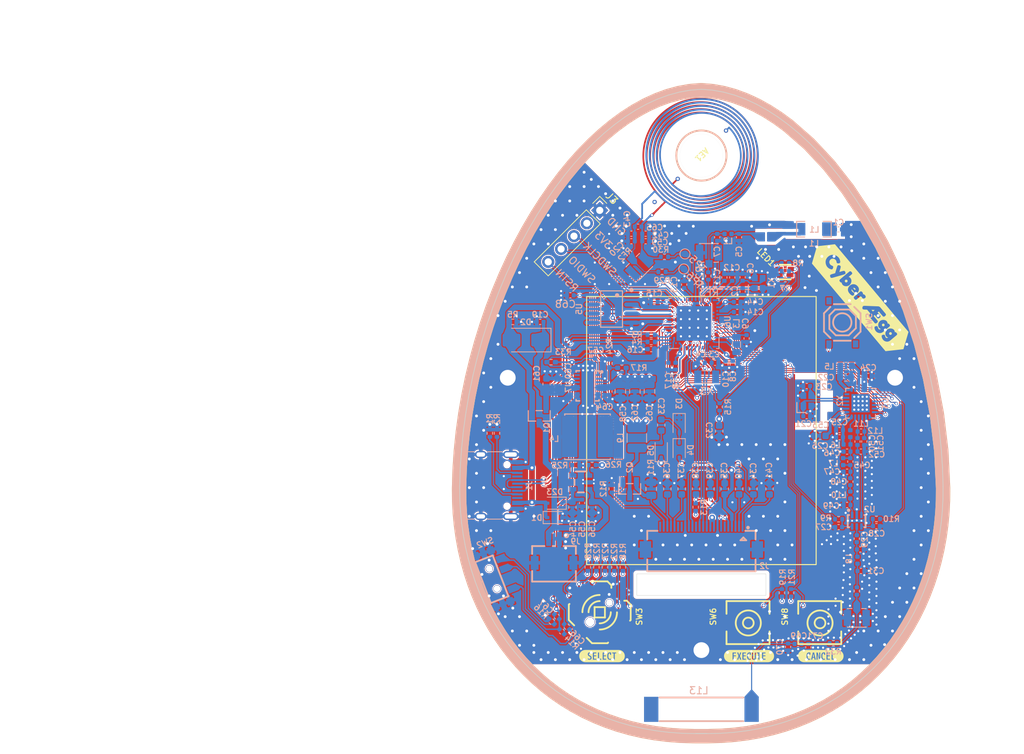
<source format=kicad_pcb>
(kicad_pcb (version 20241229) (generator "pcbnew") (generator_version "9.0")
  (layers (0 "F.Cu" signal) (4 "In1.Cu" power) (6 "In2.Cu" power) (2 "B.Cu" signal) (13 "F.Paste" user) (15 "B.Paste" user) (5 "F.SilkS" user "F.Silkscreen") (7 "B.SilkS" user "B.Silkscreen") (1 "F.Mask" user) (3 "B.Mask" user) (25 "Edge.Cuts" user))
  (net 0 "")
  (net 1 "/NRF52840_MCU/P0.19")
  (net 2 "+3V3")
  (net 3 "XC2")
  (net 4 "SWDIO")
  (net 5 "/NRF52840_MCU/P1.10")
  (net 6 "XL1")
  (net 7 "XL2")
  (net 8 "/NRF52840_MCU/P0.16")
  (net 9 "VBUS")
  (net 10 "SWDCLK")
  (net 11 "Net-(U7-VINA)")
  (net 12 "XC1")
  (net 13 "ANT")
  (net 14 "/NRF52840_MCU/P1.11")
  (net 15 "/USB_D-")
  (net 16 "/USB_D+")
  (net 17 "/CC2")
  (net 18 "/CC1")
  (net 19 "Net-(LED1-G-)")
  (net 20 "Net-(LED1-R-)")
  (net 21 "Net-(LED1-B-)")
  (net 22 "/NRF52840_MCU/DEC4")
  (net 23 "Net-(C1-Pad1)")
  (net 24 "Net-(C5-Pad1)")
  (net 25 "Net-(D3-A)")
  (net 26 "Net-(D5-A)")
  (net 27 "/DISPLAY/PREVGL")
  (net 28 "/DISPLAY/PREVGH")
  (net 29 "/DISPLAY/VGL")
  (net 30 "/DISPLAY/VGH")
  (net 31 "Net-(J2-Pin_7)")
  (net 32 "/DISPLAY/VSH")
  (net 33 "/DISPLAY/VSL")
  (net 34 "/DISPLAY/VCOM")
  (net 37 "/DISPLAY/RESE")
  (net 38 "/DISPLAY/GDR")
  (net 39 "Net-(U3-VREG)")
  (net 40 "Net-(U3-DCC_SW)")
  (net 41 "Net-(U3-VR_PA)")
  (net 42 "/SX1262 LoRA/XTA")
  (net 43 "/SX1262 LoRA/XTB")
  (net 44 "P0.26{slash}RED")
  (net 45 "P0.30{slash}GREEN")
  (net 46 "P0.06{slash}BLUE")
  (net 47 "/NFC Antenna/NFC2")
  (net 48 "/NFC Antenna/NFC1")
  (net 49 "P0.31{slash}VBAT")
  (net 50 "/SX1262 LoRA/DIO2")
  (net 51 "/NRF52840_MCU/DEC1")
  (net 52 "/NRF52840_MCU/P0.20_QSPI_SIO_0")
  (net 53 "/NRF52840_MCU/P0.23_QSPI_SIO_3")
  (net 54 "/NRF52840_MCU/P0.25_QSPI_CSN")
  (net 55 "/P1.15_MOSI")
  (net 56 "/P1.13_SCK")
  (net 57 "/NRF52840_MCU/P0.22_QSPI_SIO_2")
  (net 58 "/P1.14_MISO")
  (net 59 "/NRF52840_MCU/P0.24_QSPI_SIO_1")
  (net 60 "/NRF52840_MCU/P0.21_QSPI_SCK")
  (net 61 "Net-(C29-Pad2)")
  (net 62 "/DISPLAY/DC")
  (net 67 "Net-(U2-VC2)")
  (net 68 "Net-(U2-VC1)")
  (net 69 "Net-(U2-RFC)")
  (net 70 "Net-(C45-Pad1)")
  (net 71 "Net-(C45-Pad2)")
  (net 72 "Net-(C48-Pad2)")
  (net 73 "Net-(U2-RF2)")
  (net 74 "Net-(U3-RFI_P)")
  (net 75 "Net-(U2-RF1)")
  (net 76 "Net-(U3-RFI_N)")
  (net 77 "Net-(U3-RFO)")
  (net 78 "/P0.02_LORA_DIO1")
  (net 79 "/P0.04_LORA_RF_SW1")
  (net 80 "/P0.03_LORA_BUSY")
  (net 81 "/P1.14_LORA_MISO")
  (net 82 "/P0.28_LORA_RST")
  (net 83 "/P0.13_LORA_SCK")
  (net 84 "/P0.29_LORA_SPI_NSS")
  (net 85 "/NRF52840_MCU/P1.12")
  (net 86 "/P1.15_LORA_MOSI")
  (net 87 "VIN")
  (net 88 "Net-(D23-K)")
  (net 89 "/POWER/VBAT")
  (net 90 "Net-(U7-EN)")
  (net 91 "Net-(U7-FB)")
  (net 92 "Net-(U4-PROG)")
  (net 93 "/POWER/CHRG")
  (net 96 "Net-(L4-Pad2)")
  (net 97 "Net-(L4-Pad1)")
  (net 98 "/NRF52840_MCU/DEC3")
  (net 99 "/NRF52840_MCU/DEC5")
  (net 100 "/NRF52840_MCU/DEC2")
  (net 101 "/NRF52840_MCU/DECUSB")
  (net 102 "VSS_PA")
  (net 103 "/NRF52840_MCU/P1.06")
  (net 104 "/NRF52840_MCU/DCC")
  (net 106 "Net-(C7-Pad1)")
  (net 107 "/NRF52840_MCU/P1.08")
  (net 108 "/NRF52840_MCU/NRF_USB_D+")
  (net 109 "/NRF52840_MCU/NRF_USB_D-")
  (net 112 "Net-(C67-Pad2)")
  (net 113 "Net-(R14-Pad2)")
  (net 114 "/P0.17_PS_SYNC")
  (net 115 "/MCU_RESET")
  (net 116 "Net-(L1-Pad1)")
  (net 117 "Net-(AE1-Pad1)")
  (net 118 "Net-(AE1-Pad2)")
  (net 120 "/NRF52840_MCU/P0.27")
  (net 121 "/P0.05_DSP_MOSI")
  (net 122 "/P0.07_DSP_SCK")
  (net 123 "/P0.11_DSP_RESET")
  (net 124 "/P0.08_DSP_CSN")
  (net 125 "/P0.12_DSP_BUSY")
  (net 127 "Net-(L13-ANT)")
  (net 128 "/SX1262 LoRA/LORA_ANT")
  (net 129 "/BTN_JOY_DOWN")
  (net 130 "/BTN_CANCEL")
  (net 131 "/BTN_JOY_RIGHT")
  (net 132 "/BTN_JOY_FIRE")
  (net 133 "/BTN_JOY_UP")
  (net 134 "/BTN_JOY_LEFT")
  (net 135 "/NRF52840_MCU/P1.00")
  (net 136 "Net-(R31-Pad1)")
  (net 137 "Net-(C69-Pad2)")
  (net 138 "/BTN_EXECUTE")
  (net 139 "GND")
  (footprint "kibuzzard-69569CB8" (layer "F.Cu") (at 16.641902 29.831602)
    (property "Reference" "kibuzzard-69569CB8" (hide yes))
    (property "Value" "G***" (hide yes))
  )
  (footprint "lcsc:SW-SMD_SKRHABE010" (layer "F.Cu") (at -14.172626 23.724784 -45)
    (property "Reference" "SW3")
    (property "Value" "SKRHABE010")
  )
  (footprint "MountingHole:MountingHole_2.2mm_M2_DIN965_Pad" (layer "F.Cu") (at 0 29)
    (property "Reference" "H3" (hide yes))
    (property "Value" "MountingHole_Pad")
  )
  (footprint "lcsc:NFC_4uH_COIL" (layer "F.Cu") (at 0.065828 -40.115828 -135)
    (property "Reference" "AE1")
    (property "Value" "Antenna_Dipole")
  )
  (footprint "lcsc:LED-ARRAY-SMD_4P-L1.6-W1.5-BR_XL-1615RGBC-RF" (layer "F.Cu") (at 11.690001 -23.746268)
    (property "Reference" "LED1")
    (property "Value" "XL-1615RGBC-RF" (hide yes))
  )
  (footprint "kibuzzard-69569CA7" (layer "F.Cu") (at 6.641902 29.831602)
    (property "Reference" "kibuzzard-69569CA7" (hide yes))
    (property "Value" "G***" (hide yes))
  )
  (footprint "lcsc:white-egg-svg2shenzhen" (layer "F.Cu") (at 0 -4.3)
    (property "Reference" "N1" (hide yes))
    (property "Value" "Board edge + art" (hide yes))
    (fp_line (start -33.697189 10.456523) (end -33.680809 12.185135) (stroke (width 0.1)) (layer "Edge.Cuts"))
    (fp_line (start -33.680809 12.185135) (end -33.591479 13.896338) (stroke (width 0.1)) (layer "Edge.Cuts"))
    (fp_line (start -33.618963 7.859791) (end -33.697189 10.456523) (stroke (width 0.1)) (layer "Edge.Cuts"))
    (fp_line (start -33.591479 13.896338) (end -33.429959 15.587674) (stroke (width 0.1)) (layer "Edge.Cuts"))
    (fp_line (start -33.446509 5.270946) (end -33.618963 7.859791) (stroke (width 0.1)) (layer "Edge.Cuts"))
    (fp_line (start -33.429959 15.587674) (end -33.197019 17.256685) (stroke (width 0.1)) (layer "Edge.Cuts"))
    (fp_line (start -33.197019 17.256685) (end -32.893428 18.900916) (stroke (width 0.1)) (layer "Edge.Cuts"))
    (fp_line (start -33.182906 2.694746) (end -33.446509 5.270946) (stroke (width 0.1)) (layer "Edge.Cuts"))
    (fp_line (start -32.893428 18.900916) (end -32.519953 20.517909) (stroke (width 0.1)) (layer "Edge.Cuts"))
    (fp_line (start -32.831293 0.135989) (end -33.182906 2.694746) (stroke (width 0.1)) (layer "Edge.Cuts"))
    (fp_line (start -32.519953 20.517909) (end -32.077363 22.105207) (stroke (width 0.1)) (layer "Edge.Cuts"))
    (fp_line (start -32.394809 -2.400527) (end -32.831293 0.135989) (stroke (width 0.1)) (layer "Edge.Cuts"))
    (fp_line (start -32.077363 22.105207) (end -31.566426 23.660353) (stroke (width 0.1)) (layer "Edge.Cuts"))
    (fp_line (start -31.876593 -4.910007) (end -32.394809 -2.400527) (stroke (width 0.1)) (layer "Edge.Cuts"))
    (fp_line (start -31.566426 23.660353) (end -30.987911 25.18089) (stroke (width 0.1)) (layer "Edge.Cuts"))
    (fp_line (start -31.279786 -7.387652) (end -31.876593 -4.910007) (stroke (width 0.1)) (layer "Edge.Cuts"))
    (fp_line (start -30.987911 25.18089) (end -30.342586 26.66436) (stroke (width 0.1)) (layer "Edge.Cuts"))
    (fp_line (start -30.607526 -9.828664) (end -31.279786 -7.387652) (stroke (width 0.1)) (layer "Edge.Cuts"))
    (fp_line (start -30.342586 26.66436) (end -29.631219 28.10831) (stroke (width 0.1)) (layer "Edge.Cuts"))
    (fp_line (start -29.862953 -12.228247) (end -30.607526 -9.828664) (stroke (width 0.1)) (layer "Edge.Cuts"))
    (fp_line (start -29.631219 28.10831) (end -28.854579 29.51028) (stroke (width 0.1)) (layer "Edge.Cuts"))
    (fp_line (start -29.049205 -14.581602) (end -29.862953 -12.228247) (stroke (width 0.1)) (layer "Edge.Cuts"))
    (fp_line (start -28.854579 29.51028) (end -28.013434 30.8678) (stroke (width 0.1)) (layer "Edge.Cuts"))
    (fp_line (start -28.169424 -16.883934) (end -29.049205 -14.581602) (stroke (width 0.1)) (layer "Edge.Cuts"))
    (fp_line (start -28.013434 30.8678) (end -27.108551 32.17844) (stroke (width 0.1)) (layer "Edge.Cuts"))
    (fp_line (start -27.226747 -19.130443) (end -28.169424 -16.883934) (stroke (width 0.1)) (layer "Edge.Cuts"))
    (fp_line (start -27.108551 32.17844) (end -26.1407 33.43972) (stroke (width 0.1)) (layer "Edge.Cuts"))
    (fp_line (start -26.224315 -21.316333) (end -27.226747 -19.130443) (stroke (width 0.1)) (layer "Edge.Cuts"))
    (fp_line (start -26.1407 33.43972) (end -25.110649 34.6492) (stroke (width 0.1)) (layer "Edge.Cuts"))
    (fp_line (start -25.165267 -23.436806) (end -26.224315 -21.316333) (stroke (width 0.1)) (layer "Edge.Cuts"))
    (fp_line (start -25.110649 34.6492) (end -24.019166 35.8044) (stroke (width 0.1)) (layer "Edge.Cuts"))
    (fp_line (start -24.052742 -25.487066) (end -25.165267 -23.436806) (stroke (width 0.1)) (layer "Edge.Cuts"))
    (fp_line (start -24.019166 35.8044) (end -22.86702 36.90287) (stroke (width 0.1)) (layer "Edge.Cuts"))
    (fp_line (start -22.889879 -27.462313) (end -24.052742 -25.487066) (stroke (width 0.1)) (layer "Edge.Cuts"))
    (fp_line (start -22.86702 36.90287) (end -21.654978 37.94214) (stroke (width 0.1)) (layer "Edge.Cuts"))
    (fp_line (start -21.679818 -29.357752) (end -22.889879 -27.462313) (stroke (width 0.1)) (layer "Edge.Cuts"))
    (fp_line (start -21.654978 37.94214) (end -20.383809 38.91977) (stroke (width 0.1)) (layer "Edge.Cuts"))
    (fp_line (start -20.425699 -31.168584) (end -21.679818 -29.357752) (stroke (width 0.1)) (layer "Edge.Cuts"))
    (fp_line (start -20.383809 38.91977) (end -19.054281 39.83331) (stroke (width 0.1)) (layer "Edge.Cuts"))
    (fp_line (start -19.13066 -32.890013) (end -20.425699 -31.168584) (stroke (width 0.1)) (layer "Edge.Cuts"))
    (fp_line (start -19.054281 39.83331) (end -17.667164 40.68029) (stroke (width 0.1)) (layer "Edge.Cuts"))
    (fp_line (start -17.797842 -34.51724) (end -19.13066 -32.890013) (stroke (width 0.1)) (layer "Edge.Cuts"))
    (fp_line (start -17.667164 40.68029) (end -16.223224 41.45826) (stroke (width 0.1)) (layer "Edge.Cuts"))
    (fp_line (start -16.430383 -36.045469) (end -17.797842 -34.51724) (stroke (width 0.1)) (layer "Edge.Cuts"))
    (fp_line (start -16.223224 41.45826) (end -14.72323 42.16478) (stroke (width 0.1)) (layer "Edge.Cuts"))
    (fp_line (start -15.031423 -37.469902) (end -16.430383 -36.045469) (stroke (width 0.1)) (layer "Edge.Cuts"))
    (fp_line (start -14.72323 42.16478) (end -13.167951 42.79738) (stroke (width 0.1)) (layer "Edge.Cuts"))
    (fp_line (start -13.604102 -38.785741) (end -15.031423 -37.469902) (stroke (width 0.1)) (layer "Edge.Cuts"))
    (fp_line (start -13.167951 42.79738) (end -11.558155 43.35362) (stroke (width 0.1)) (layer "Edge.Cuts"))
    (fp_line (start -12.151558 -39.98819) (end -13.604102 -38.785741) (stroke (width 0.1)) (layer "Edge.Cuts"))
    (fp_line (start -11.558155 43.35362) (end -9.89461 43.83103) (stroke (width 0.1)) (layer "Edge.Cuts"))
    (fp_line (start -10.676931 -41.07245) (end -12.151558 -39.98819) (stroke (width 0.1)) (layer "Edge.Cuts"))
    (fp_line (start -9.89461 43.83103) (end -8.178085 44.22717) (stroke (width 0.1)) (layer "Edge.Cuts"))
    (fp_line (start -9.183361 -42.033725) (end -10.676931 -41.07245) (stroke (width 0.1)) (layer "Edge.Cuts"))
    (fp_line (start -8.178085 44.22717) (end -6.409347 44.53958) (stroke (width 0.1)) (layer "Edge.Cuts"))
    (fp_line (start -7.673987 -42.867216) (end -9.183361 -42.033725) (stroke (width 0.1)) (layer "Edge.Cuts"))
    (fp_line (start -6.409347 44.53958) (end -4.589166 44.7658) (stroke (width 0.1)) (layer "Edge.Cuts"))
    (fp_line (start -6.151949 -43.568128) (end -7.673987 -42.867216) (stroke (width 0.1)) (layer "Edge.Cuts"))
    (fp_line (start -4.620385 -44.131661) (end -6.151949 -43.568128) (stroke (width 0.1)) (layer "Edge.Cuts"))
    (fp_line (start -4.589166 44.7658) (end -2.718309 44.90339) (stroke (width 0.1)) (layer "Edge.Cuts"))
    (fp_line (start -3.082435 -44.553019) (end -4.620385 -44.131661) (stroke (width 0.1)) (layer "Edge.Cuts"))
    (fp_line (start -2.718309 44.90339) (end -0.797545 44.94989) (stroke (width 0.1)) (layer "Edge.Cuts"))
    (fp_line (start -1.541238 -44.827404) (end -3.082435 -44.553019) (stroke (width 0.1)) (layer "Edge.Cuts"))
    (fp_line (start -0.797545 44.94989) (end -0.747695 44.94989) (stroke (width 0.1)) (layer "Edge.Cuts"))
    (fp_line (start -0.747695 44.94989) (end -0.697845 44.9499) (stroke (width 0.1)) (layer "Edge.Cuts"))
    (fp_line (start -0.697845 44.9499) (end -0.647995 44.9499) (stroke (width 0.1)) (layer "Edge.Cuts"))
    (fp_line (start -0.647995 44.9499) (end -0.598145 44.9499) (stroke (width 0.1)) (layer "Edge.Cuts"))
    (fp_line (start -0.598145 44.9499) (end -0.548295 44.94991) (stroke (width 0.1)) (layer "Edge.Cuts"))
    (fp_line (start -0.548295 44.94991) (end -0.498445 44.94991) (stroke (width 0.1)) (layer "Edge.Cuts"))
    (fp_line (start -0.498445 44.94991) (end -0.448595 44.94991) (stroke (width 0.1)) (layer "Edge.Cuts"))
    (fp_line (start -0.448595 44.94991) (end -0.398745 44.94992) (stroke (width 0.1)) (layer "Edge.Cuts"))
    (fp_line (start -0.398745 44.94992) (end -0.348895 44.94992) (stroke (width 0.1)) (layer "Edge.Cuts"))
    (fp_line (start -0.348895 44.94992) (end -0.299045 44.94992) (stroke (width 0.1)) (layer "Edge.Cuts"))
    (fp_line (start -0.299045 44.94992) (end -0.249195 44.94993) (stroke (width 0.1)) (layer "Edge.Cuts"))
    (fp_line (start -0.249195 44.94993) (end -0.199345 44.94993) (stroke (width 0.1)) (layer "Edge.Cuts"))
    (fp_line (start -0.199345 44.94993) (end -0.149495 44.94993) (stroke (width 0.1)) (layer "Edge.Cuts"))
    (fp_line (start -0.149495 44.94993) (end -0.099645 44.94994) (stroke (width 0.1)) (layer "Edge.Cuts"))
    (fp_line (start -0.099645 44.94994) (end -0.049795 44.94994) (stroke (width 0.1)) (layer "Edge.Cuts"))
    (fp_line (start -0.049795 44.94994) (end 0.000055 44.94995) (stroke (width 0.1)) (layer "Edge.Cuts"))
    (fp_line (start 0.000055 44.94995) (end 0.049905 44.94995) (stroke (width 0.1)) (layer "Edge.Cuts"))
    (fp_line (start 0.000065 -44.950019) (end -1.541238 -44.827404) (stroke (width 0.1)) (layer "Edge.Cuts"))
    (fp_line (start 0.049905 44.94995) (end 0.099755 44.94995) (stroke (width 0.1)) (layer "Edge.Cuts"))
    (fp_line (start 0.099755 44.94995) (end 0.149605 44.94996) (stroke (width 0.1)) (layer "Edge.Cuts"))
    (fp_line (start 0.149605 44.94996) (end 0.199455 44.94996) (stroke (width 0.1)) (layer "Edge.Cuts"))
    (fp_line (start 0.199455 44.94996) (end 0.249305 44.94996) (stroke (width 0.1)) (layer "Edge.Cuts"))
    (fp_line (start 0.249305 44.94996) (end 0.299155 44.94997) (stroke (width 0.1)) (layer "Edge.Cuts"))
    (fp_line (start 0.299155 44.94997) (end 0.349005 44.94997) (stroke (width 0.1)) (layer "Edge.Cuts"))
    (fp_line (start 0.349005 44.94997) (end 0.398855 44.94997) (stroke (width 0.1)) (layer "Edge.Cuts"))
    (fp_line (start 0.398855 44.94997) (end 0.448705 44.94998) (stroke (width 0.1)) (layer "Edge.Cuts"))
    (fp_line (start 0.448705 44.94998) (end 0.498555 44.94998) (stroke (width 0.1)) (layer "Edge.Cuts"))
    (fp_line (start 0.498555 44.94998) (end 0.548405 44.94998) (stroke (width 0.1)) (layer "Edge.Cuts"))
    (fp_line (start 0.548405 44.94998) (end 0.598255 44.94999) (stroke (width 0.1)) (layer "Edge.Cuts"))
    (fp_line (start 0.598255 44.94999) (end 0.648105 44.94999) (stroke (width 0.1)) (layer "Edge.Cuts"))
    (fp_line (start 0.648105 44.94999) (end 0.697955 44.94999) (stroke (width 0.1)) (layer "Edge.Cuts"))
    (fp_line (start 0.697955 44.94999) (end 0.747805 44.95) (stroke (width 0.1)) (layer "Edge.Cuts"))
    (fp_line (start 0.747805 44.95) (end 0.797655 44.95) (stroke (width 0.1)) (layer "Edge.Cuts"))
    (fp_line (start 0.797655 44.95) (end 2.718419 44.9037) (stroke (width 0.1)) (layer "Edge.Cuts"))
    (fp_line (start 1.541369 -44.827404) (end 0.000065 -44.950019) (stroke (width 0.1)) (layer "Edge.Cuts"))
    (fp_line (start 2.718419 44.9037) (end 4.589277 44.76628) (stroke (width 0.1)) (layer "Edge.Cuts"))
    (fp_line (start 3.082566 -44.553019) (end 1.541369 -44.827404) (stroke (width 0.1)) (layer "Edge.Cuts"))
    (fp_line (start 4.589277 44.76628) (end 6.409459 44.54018) (stroke (width 0.1)) (layer "Edge.Cuts"))
    (fp_line (start 4.620516 -44.131661) (end 3.082566 -44.553019) (stroke (width 0.1)) (layer "Edge.Cuts"))
    (fp_line (start 6.15208 -43.568127) (end 4.620516 -44.131661) (stroke (width 0.1)) (layer "Edge.Cuts"))
    (fp_line (start 6.409459 44.54018) (end 8.178197 44.22784) (stroke (width 0.1)) (layer "Edge.Cuts"))
    (fp_line (start 7.67412 -42.867216) (end 6.15208 -43.568127) (stroke (width 0.1)) (layer "Edge.Cuts"))
    (fp_line (start 8.178197 44.22784) (end 9.894723 43.83174) (stroke (width 0.1)) (layer "Edge.Cuts"))
    (fp_line (start 9.183494 -42.033724) (end 7.67412 -42.867216) (stroke (width 0.1)) (layer "Edge.Cuts"))
    (fp_line (start 9.894723 43.83174) (end 11.558268 43.35432) (stroke (width 0.1)) (layer "Edge.Cuts"))
    (fp_line (start 10.677065 -41.072449) (end 9.183494 -42.033724) (stroke (width 0.1)) (layer "Edge.Cuts"))
    (fp_line (start 11.558268 43.35432) (end 13.168065 42.79805) (stroke (width 0.1)) (layer "Edge.Cuts"))
    (fp_line (start 12.151692 -39.988188) (end 10.677065 -41.072449) (stroke (width 0.1)) (layer "Edge.Cuts"))
    (fp_line (start 13.168065 42.79805) (end 14.723344 42.16539) (stroke (width 0.1)) (layer "Edge.Cuts"))
    (fp_line (start 13.604236 -38.785739) (end 12.151692 -39.988188) (stroke (width 0.1)) (layer "Edge.Cuts"))
    (fp_line (start 14.723344 42.16539) (end 16.223339 41.4588) (stroke (width 0.1)) (layer "Edge.Cuts"))
    (fp_line (start 15.031558 -37.469899) (end 13.604236 -38.785739) (stroke (width 0.1)) (layer "Edge.Cuts"))
    (fp_line (start 16.223339 41.4588) (end 17.667279 40.68074) (stroke (width 0.1)) (layer "Edge.Cuts"))
    (fp_line (start 16.430518 -36.045465) (end 15.031558 -37.469899) (stroke (width 0.1)) (layer "Edge.Cuts"))
    (fp_line (start 17.667279 40.68074) (end 19.054397 39.83366) (stroke (width 0.1)) (layer "Edge.Cuts"))
    (fp_line (start 17.797977 -34.517235) (end 16.430518 -36.045465) (stroke (width 0.1)) (layer "Edge.Cuts"))
    (fp_line (start 19.054397 39.83366) (end 20.383925 38.92004) (stroke (width 0.1)) (layer "Edge.Cuts"))
    (fp_line (start 19.130796 -32.890006) (end 17.797977 -34.517235) (stroke (width 0.1)) (layer "Edge.Cuts"))
    (fp_line (start 20.383925 38.92004) (end 21.655095 37.94233) (stroke (width 0.1)) (layer "Edge.Cuts"))
    (fp_line (start 20.425834 -31.168576) (end 19.130796 -32.890006) (stroke (width 0.1)) (layer "Edge.Cuts"))
    (fp_line (start 21.655095 37.94233) (end 22.867137 36.90299) (stroke (width 0.1)) (layer "Edge.Cuts"))
    (fp_line (start 21.679954 -29.357742) (end 20.425834 -31.168576) (stroke (width 0.1)) (layer "Edge.Cuts"))
    (fp_line (start 22.867137 36.90299) (end 24.019284 35.80449) (stroke (width 0.1)) (layer "Edge.Cuts"))
    (fp_line (start 22.890015 -27.462301) (end 21.679954 -29.357742) (stroke (width 0.1)) (layer "Edge.Cuts"))
    (fp_line (start 24.019284 35.80449) (end 25.110772 34.64927) (stroke (width 0.1)) (layer "Edge.Cuts"))
    (fp_line (start 24.052877 -25.487051) (end 22.890015 -27.462301) (stroke (width 0.1)) (layer "Edge.Cuts"))
    (fp_line (start 25.110772 34.64927) (end 26.140822 33.43979) (stroke (width 0.1)) (layer "Edge.Cuts"))
    (fp_line (start 25.165402 -23.436789) (end 24.052877 -25.487051) (stroke (width 0.1)) (layer "Edge.Cuts"))
    (fp_line (start 26.140822 33.43979) (end 27.108672 32.17851) (stroke (width 0.1)) (layer "Edge.Cuts"))
    (fp_line (start 26.224452 -21.316312) (end 25.165402 -23.436789) (stroke (width 0.1)) (layer "Edge.Cuts"))
    (fp_line (start 27.108672 32.17851) (end 28.013552 30.86787) (stroke (width 0.1)) (layer "Edge.Cuts"))
    (fp_line (start 27.226882 -19.130419) (end 26.224452 -21.316312) (stroke (width 0.1)) (layer "Edge.Cuts"))
    (fp_line (start 28.013552 30.86787) (end 28.854702 29.51034) (stroke (width 0.1)) (layer "Edge.Cuts"))
    (fp_line (start 28.169562 -16.883905) (end 27.226882 -19.130419) (stroke (width 0.1)) (layer "Edge.Cuts"))
    (fp_line (start 28.854702 29.51034) (end 29.631342 28.10838) (stroke (width 0.1)) (layer "Edge.Cuts"))
    (fp_line (start 29.049342 -14.58157) (end 28.169562 -16.883905) (stroke (width 0.1)) (layer "Edge.Cuts"))
    (fp_line (start 29.631342 28.10838) (end 30.342702 26.66443) (stroke (width 0.1)) (layer "Edge.Cuts"))
    (fp_line (start 29.863082 -12.228209) (end 29.049342 -14.58157) (stroke (width 0.1)) (layer "Edge.Cuts"))
    (fp_line (start 30.342702 26.66443) (end 30.988032 25.18096) (stroke (width 0.1)) (layer "Edge.Cuts"))
    (fp_line (start 30.607662 -9.828621) (end 29.863082 -12.228209) (stroke (width 0.1)) (layer "Edge.Cuts"))
    (fp_line (start 30.988032 25.18096) (end 31.566542 23.660421) (stroke (width 0.1)) (layer "Edge.Cuts"))
    (fp_line (start 31.279922 -7.387603) (end 30.607662 -9.828621) (stroke (width 0.1)) (layer "Edge.Cuts"))
    (fp_line (start 31.566542 23.660421) (end 32.077482 22.105275) (stroke (width 0.1)) (layer "Edge.Cuts"))
    (fp_line (start 31.876722 -4.909952) (end 31.279922 -7.387603) (stroke (width 0.1)) (layer "Edge.Cuts"))
    (fp_line (start 32.077482 22.105275) (end 32.520072 20.517976) (stroke (width 0.1)) (layer "Edge.Cuts"))
    (fp_line (start 32.394942 -2.400466) (end 31.876722 -4.909952) (stroke (width 0.1)) (layer "Edge.Cuts"))
    (fp_line (start 32.520072 20.517976) (end 32.893542 18.900983) (stroke (width 0.1)) (layer "Edge.Cuts"))
    (fp_line (start 32.831422 0.136058) (end 32.394942 -2.400466) (stroke (width 0.1)) (layer "Edge.Cuts"))
    (fp_line (start 32.893542 18.900983) (end 33.197132 17.256751) (stroke (width 0.1)) (layer "Edge.Cuts"))
    (fp_line (start 33.183032 2.694823) (end 32.831422 0.136058) (stroke (width 0.1)) (layer "Edge.Cuts"))
    (fp_line (start 33.197132 17.256751) (end 33.430072 15.587739) (stroke (width 0.1)) (layer "Edge.Cuts"))
    (fp_line (start 33.430072 15.587739) (end 33.591592 13.896403) (stroke (width 0.1)) (layer "Edge.Cuts"))
    (fp_line (start 33.446642 5.271031) (end 33.183032 2.694823) (stroke (width 0.1)) (layer "Edge.Cuts"))
    (fp_line (start 33.591592 13.896403) (end 33.680892 12.1852) (stroke (width 0.1)) (layer "Edge.Cuts"))
    (fp_line (start 33.619092 7.859885) (end 33.446642 5.271031) (stroke (width 0.1)) (layer "Edge.Cuts"))
    (fp_line (start 33.680892 12.1852) (end 33.697292 10.456587) (stroke (width 0.1)) (layer "Edge.Cuts"))
    (fp_line (start 33.697292 10.456587) (end 33.619092 7.859885) (stroke (width 0.1)) (layer "Edge.Cuts"))
  )
  (footprint "kibuzzard-69569E9F" (layer "F.Cu") (at 22.141902 -20.168398 -50)
    (property "Reference" "kibuzzard-69569E9F" (hide yes))
    (property "Value" "G***" (hide yes))
  )
  (footprint "kibuzzard-69569C90" (layer "F.Cu") (at -13.858098 29.831602)
    (property "Reference" "kibuzzard-69569C90" (hide yes))
    (property "Value" "G***" (hide yes))
  )
  (footprint "Connector_PinHeader_2.54mm:PinHeader_1x05_P2.54mm_Vertical" (layer "F.Cu") (at -14.173893 -32.352603 -45)
    (property "Reference" "J3")
    (property "Value" "Conn_01x05")
  )
  (footprint "MountingHole:MountingHole_2.2mm_M2_DIN965_Pad" (layer "F.Cu") (at -27 -9)
    (property "Reference" "H2" (hide yes))
    (property "Value" "MountingHole_Pad")
  )
  (footprint "lcsc:KEY-SMD_2P-L6.0-W6.0-P6.00" (layer "F.Cu") (at 16.5 25.162602 180)
    (property "Reference" "SW8")
    (property "Value" "TS3425PA 160GF 098")
  )
  (footprint "MountingHole:MountingHole_2.2mm_M2_DIN965_Pad" (layer "F.Cu") (at 27 -9)
    (property "Reference" "H1" (hide yes))
    (property "Value" "MountingHole_Pad")
  )
  (footprint "lcsc:KEY-SMD_2P-L6.0-W6.0-P6.00" (layer "F.Cu") (at 6.5 25.162602 180)
    (property "Reference" "SW6")
    (property "Value" "TS3425PA 160GF 098")
  )
  (footprint "Inductor_SMD:L_0402_1005Metric" (layer "B.Cu") (at 20.296464 0.299137)
    (property "Reference" "L6")
    (property "Value" "47nH")
  )
  (footprint "Capacitor_SMD:C_0805_2012Metric" (layer "B.Cu") (at -9.271 -7.089 -90)
    (property "Reference" "C62")
    (property "Value" "22uF")
  )
  (footprint "Capacitor_SMD:C_0402_1005Metric" (layer "B.Cu") (at 23.261465 -9.245723 180)
    (property "Reference" "C24")
    (property "Value" "100nF")
  )
  (footprint "Capacitor_SMD:C_0603_1608Metric" (layer "B.Cu") (at 3.25 6.5 -90)
    (property "Reference" "C35")
    (property "Value" "1uF")
  )
  (footprint "Capacitor_SMD:C_0402_1005Metric" (layer "B.Cu") (at 19.261464 -0.700862 180)
    (property "Reference" "C26")
    (property "Value" "47pF")
  )
  (footprint "Inductor_SMD:L_1210_3225Metric" (layer "B.Cu") (at -9 -0.6 -90)
    (property "Reference" "L9")
    (property "Value" "47uH")
  )
  (footprint "Capacitor_SMD:C_0402_1005Metric" (layer "B.Cu") (at -12.827 -7.084 -90)
    (property "Reference" "C64")
    (property "Value" "100nF")
  )
  (footprint "Resistor_SMD:R_0402_1005Metric" (layer "B.Cu") (at 11.231169 21 90)
    (property "Reference" "R19")
    (property "Value" "10k")
  )
  (footprint "Resistor_SMD:R_0402_1005Metric" (layer "B.Cu") (at 11.7 -22.773268)
    (property "Reference" "R7")
    (property "Value" "10k")
  )
  (footprint "Capacitor_SMD:C_0402_1005Metric" (layer "B.Cu") (at 3.362743 -10.861423 90)
    (property "Reference" "C10")
    (property "Value" "100nF")
  )
  (footprint "lcsc:IPEX-SMD_3P-L2.6-W2.6-LS3.0_RF1200001R" (layer "B.Cu") (at 1.053417 -25.662333)
    (property "Reference" "RF3")
    (property "Value" "A-IPEX1-1.25A")
  )
  (footprint "Resistor_SMD:R_0402_1005Metric" (layer "B.Cu") (at 11.7 -23.873268 180)
    (property "Reference" "R6" (hide yes))
    (property "Value" "2k")
  )
  (footprint "Capacitor_SMD:C_0402_1005Metric" (layer "B.Cu") (at 14.919429 28.609162 -90)
    (property "Reference" "C71")
    (property "Value" "DNP")
  )
  (footprint "lcsc:SOT-23-3_L2.9-W1.3-P1.90-LS2.4-BR" (layer "B.Cu") (at -22.606 -3.683 90)
    (property "Reference" "Q1")
    (property "Value" "JSM2301S")
  )
  (footprint "Resistor_SMD:R_0402_1005Metric" (layer "B.Cu") (at -12.140013 17.425964 90)
    (property "Reference" "R22")
    (property "Value" "10k")
  )
  (footprint "Capacitor_SMD:C_0603_1608Metric" (layer "B.Cu") (at 5.25 6.5 -90)
    (property "Reference" "C40")
    (property "Value" "1uF")
  )
  (footprint "Capacitor_SMD:C_0603_1608Metric" (layer "B.Cu") (at -21.59 -8.128 90)
    (property "Reference" "C61")
    (property "Value" "10uF")
  )
  (footprint "Capacitor_SMD:C_0402_1005Metric" (layer "B.Cu") (at 4.996124 -19.59)
    (property "Reference" "C44")
    (property "Value" "2.2uF")
  )
  (footprint "lcsc:QFN-24_L4.0-W4.0-P0.50-BL-EP2.6" (layer "B.Cu") (at 22.193966 -5.445723 90)
    (property "Reference" "U3")
    (property "Value" "SX1262IMLTRT")
  )
  (footprint "Diode_SMD:D_SOD-323" (layer "B.Cu") (at -3.1 -2.399999 -90)
    (property "Reference" "D3")
    (property "Value" "NSR0320MW2T1G")
  )
  (footprint "lcsc:IND-SMD_L6.0-W6.0" (layer "B.Cu") (at -15.875 -0.762 180)
    (property "Reference" "L4")
    (property "Value" "CMLW6028S1R5MST")
  )
  (footprint "Capacitor_SMD:C_0603_1608Metric" (layer "B.Cu") (at 7.25 6.5 90)
    (property "Reference" "C34")
    (property "Value" "1uF")
  )
  (footprint "lcsc:XCVR_NRF52840-QIAA-R" (layer "B.Cu") (at -1.05 -16.58 90)
    (property "Reference" "U6")
    (property "Value" "NRF52840-QIAA-R")
  )
  (footprint "lcsc:VSON-14_L4.0-W3.0-P0.50-BL-EP_TI_DSJ" (layer "B.Cu") (at -15.875 -7.874 -90)
    (property "Reference" "U7")
    (property "Value" "TPS63020DSJR")
  )
  (footprint "Resistor_SMD:R_0402_1005Metric" (layer "B.Cu") (at -29.5 -1.259999 -90)
    (property "Reference" "R1")
    (property "Value" "5k1")
  )
  (footprint "Inductor_SMD:L_0603_1608Metric" (layer "B.Cu") (at 20.156332 -10.637398)
    (property "Reference" "L5")
    (property "Value" "15uH")
  )
  (footprint "Resistor_SMD:R_0402_1005Metric" (layer "B.Cu") (at -17.524001 3.175 180)
    (property "Reference" "R25")
    (property "Value" "2k")
  )
  (footprint "Capacitor_SMD:C_0402_1005Metric" (layer "B.Cu") (at -19.460814 26.424849 135)
    (property "Reference" "C66")
    (property "Value" "2.2uF")
  )
  (footprint "Capacitor_SMD:C_0603_1608Metric" (layer "B.Cu") (at -4.75 6.5 -90)
    (property "Reference" "C36")
    (property "Value" "1uF")
  )
  (footprint "Capacitor_SMD:C_0402_1005Metric" (layer "B.Cu") (at 1.9 -11.080624 180)
    (property "Reference" "C3")
    (property "Value" "10n")
  )
  (footprint "Inductor_SMD:L_0402_1005Metric" (layer "B.Cu") (at 21.761464 16.454277 -90)
    (property "Reference" "L8")
    (property "Value" "8.2nH")
  )
  (footprint "lcsc:ANT-SMD_L15.0-W3.0" (layer "B.Cu") (at 0 37.262602 180)
    (property "Reference" "L13")
    (property "Value" "866MHz LoRa antenna")
  )
  (footprint "Capacitor_SMD:C_0402_1005Metric" (layer "B.Cu") (at 20.311465 4.099137 180)
    (property "Reference" "C47")
    (property "Value" "5.6pF")
  )
  (footprint "Capacitor_SMD:C_0402_1005Metric" (layer "B.Cu") (at 5.249002 -28.6 -90)
    (property "Reference" "C5")
    (property "Value" ".5pF")
  )
  (footprint "Resistor_SMD:R_0402_1005Metric" (layer "B.Cu") (at -12.5 6.490001 -90)
    (property "Reference" "R12")
    (property "Value" "100k")
  )
  (footprint "Resistor_SMD:R_0402_1005Metric" (layer "B.Cu") (at 11.7 -24.973269)
    (property "Reference" "R8")
    (property "Value" "2k")
  )
  (footprint "Diode_SMD:D_SOD-323" (layer "B.Cu") (at -20.45 8.5 180)
    (property "Reference" "D23")
    (property "Value" "NSR0320MW2T1G")
  )
  (footprint "lcsc:IPEX-SMD_3P-L2.6-W2.6-LS3.0_RF1200001R" (layer "B.Cu") (at -9.187401 -25.038067 -135)
    (property "Reference" "RF2")
    (property "Value" "A-IPEX1-1.25A")
  )
  (footprint "Capacitor_SMD:C_0603_1608Metric" (layer "B.Cu") (at 1.25 6.5 -90)
    (property "Reference" "C39")
    (property "Value" "1uF")
  )
  (footprint "Resistor_SMD:R_0402_1005Metric" (layer "B.Cu") (at -26.291001 -16.797703)
    (property "Reference" "R5")
    (property "Value" "100k")
  )
  (footprint "Capacitor_SMD:C_0402_1005Metric" (layer "B.Cu") (at 5.75 -21.02 -90)
    (property "Reference" "C2")
    (property "Value" "10pF")
  )
  (footprint "Resistor_SMD:R_0402_1005Metric_Pad0.72x0.64mm_HandSolder" (layer "B.Cu") (at -20.954228 -11.174105 180)
    (property "Reference" "R33")
    (property "Value" "1M")
  )
  (footprint "Capacitor_SMD:C_0402_1005Metric" (layer "B.Cu") (at 19.261464 -1.700862 180)
    (property "Reference" "C25")
    (property "Value" "47nF")
  )
  (footprint "Capacitor_SMD:C_0402_1005Metric" (layer "B.Cu") (at -4.6 -10.610001 -90)
    (property "Reference" "C17")
    (property "Value" "2.2uF")
  )
  (footprint "lcsc:SOT-363-6_L2.0-W1.3-P0.65-LS2.1-BL" (layer "B.Cu") (at 21.661465 10.954277)
    (property "Reference" "U2")
    (property "Value" "TPE4259-63")
  )
  (footprint "TestPoint:TestPoint_Pad_D1.0mm" (layer "B.Cu") (at -2.29 -26.274105 -90)
    (property "Reference" "TP5")
    (property "Value" "NFC2")
  )
  (footprint "Capacitor_SMD:C_0402_1005Metric" (layer "B.Cu") (at -8.83 -30.07486 180)
    (property "Reference" "C65")
    (property "Value" "~")
  )
  (footprint "lcsc:CRYSTAL-SMD_4P-L2.0-W1.6-BL" (layer "B.Cu") (at 8 -22.2 90)
    (property "Reference" "X1")
    (property "Value" "S201632M10PF10PPM")
  )
  (footprint "Capacitor_SMD:C_0402_1005Metric" (layer "B.Cu") (at -9.77 -28.05)
    (property "Reference" "C20")
    (property "Value" "~")
  )
  (footprint "Capacitor_SMD:C_0603_1608Metric" (layer "B.Cu") (at 16.536464 -0.900862 180)
    (property "Reference" "C53")
    (property "Value" "1uF")
  )
  (footprint "lcsc:SW-SMD_3P-P1.50_L2.7-W6.6" (layer "B.Cu") (at -28.604689 18.872447 111)
    (property "Reference" "SW2")
    (property "Value" "SK-3296S-01-L1")
  )
  (footprint "Resistor_SMD:R_0402_1005Metric" (layer "B.Cu") (at -7 -14 180)
    (property "Reference" "R4")
    (property "Value" "33")
  )
  (footprint "lcsc:NetTie-2_SMD_SQ_Pad0.8mm" (layer "B.Cu") (at 13.336143 -30.183453)
    (property "Reference" "NT1" (hide yes))
    (property "Value" "NetTie_2 (Feed to ground)" (hide yes))
  )
  (footprint "Inductor_SMD:L_0805_2012Metric" (layer "B.Cu") (at 4.9 -13.6375 -90)
    (property "Reference" "L3")
    (property "Value" "10uH")
  )
  (footprint "Capacitor_SMD:C_0603_1608Metric" (layer "B.Cu") (at -15.24 9.076 -90)
    (property "Reference" "C56")
    (property "Value" "10uF")
  )
  (footprint "Capacitor_SMD:C_0402_1005Metric" (layer "B.Cu") (at -2.4 -22 -90)
    (property "Reference" "C13")
    (property "Value" "820pF")
  )
  (footprint "Crystal:Crystal_SMD_3215-2Pin_3.2x1.5mm" (layer "B.Cu") (at 0.749295 -9.118398)
    (property "Reference" "X3")
    (property "Value" "32.768KHz")
  )
  (footprint "Resistor_SMD:R_0402_1005Metric" (layer "B.Cu") (at 2.541902 -4.935001 90)
    (property "Reference" "R15")
    (property "Value" "10k")
  )
  (footprint "Resistor_SMD:R_0805_2012Metric" (layer "B.Cu") (at -7 6.5 -90)
    (property "Reference" "R11")
    (property "Value" "2.2")
  )
  (footprint "Inductor_SMD:L_0402_1005Metric" (layer "B.Cu") (at 20.761464 7.354276 -90)
    (property "Reference" "L10")
    (property "Value" "4.7nH")
  )
  (footprint "Capacitor_SMD:C_0402_1005Metric" (layer "B.Cu") (at 4.362742 -10.861422 -90)
    (property "Reference" "C8")
    (property "Value" "2.2uF")
  )
  (footprint "Capacitor_SMD:C_0603_1608Metric" (layer "B.Cu") (at -17.987999 9.075999 90)
    (property "Reference" "C54")
    (property "Value" "10uF")
  )
  (footprint "Capacitor_SMD:C_0402_1005Metric" (layer "B.Cu") (at 6.3 -14.477499 90)
    (property "Reference" "C9")
    (property "Value" "2.2uF")
  )
  (footprint "Capacitor_SMD:C_0402_1005Metric" (layer "B.Cu") (at 12.079429 28.549162 -90)
    (property "Reference" "C70")
    (property "Value" "DNP")
  )
  (footprint "Resistor_SMD:R_0402_1005Metric" (layer "B.Cu") (at 0.953417 -23.202334 -90)
    (property "Reference" "R20")
    (property "Value" "0")
  )
  (footprint "Capacitor_SMD:C_0402_1005Metric" (layer "B.Cu") (at 21.661465 13.454277 -90)
    (property "Reference" "C29")
    (property "Value" "47pF")
  )
  (footprint "Resistor_SMD:R_0402_1005Metric" (layer "B.Cu") (at -10.940013 17.425964 90)
    (property "Reference" "R18")
    (property "Value" "10k")
  )
  (footprint "Capacitor_SMD:C_0402_1005Metric" (layer "B.Cu") (at 14.677531 -3.645723)
    (property "Reference" "C21")
    (property "Value" "10pF")
  )
  (footprint "Inductor_SMD:L_0402_1005Metric" (layer "B.Cu") (at 20.761465 -1.200862 -90)
    (property "Reference" "L11")
    (property "Value" "0")
  )
  (footprint "Capacitor_SMD:C_0402_1005Metric" (layer "B.Cu") (at 22.161466 14.954276)
    (property "Reference" "C30" (hide yes))
    (property "Value" "3.6pF")
  )
  (footprint "lcsc:SOT-23-5_L2.9-W1.6-P0.95-LS2.8-BL" (layer "B.Cu") (at -16.807 5.592 -90)
    (property "Reference" "U4")
    (property "Value" "XT4054K421MR-G")
  )
  (footprint "Resistor_SMD:R_0402_1005Metric" (layer "B.Cu") (at -14.640013 17.425964 90)
    (property "Reference" "R23")
    (property "Value" "10k")
  )
  (footprint "Capacitor_SMD:C_0402_1005Metric" (layer "B.Cu") (at 22.241463 17.954276)
    (property "Reference" "C31")
    (property "Value" "3.6pF")
  )
  (footprint "Capacitor_SMD:C_0402_1005Metric" (layer "B.Cu") (at 2.203417 -28.6 -90)
    (property "Reference" "C7")
    (property "Value" ".8pF")
  )
  (footprint "Capacitor_SMD:C_0402_1005Metric" (layer "B.Cu") (at 20.311465 1.299137)
    (property "Reference" "C46")
    (property "Value" "C_Small")
  )
  (footprint "Capacitor_SMD:C_0402_1005Metric" (layer "B.Cu") (at 19.132277 11.835566 180)
    (property "Reference" "C27")
    (property "Value" "1nF")
  )
  (footprint "Resistor_SMD:R_0402_1005Metric" (layer "B.Cu") (at -15.840013 17.425964 90)
    (property "Reference" "R28")
    (property "Value" "10k")
  )
  (footprint "Resistor_SMD:R_0402_1005Metric" (layer "B.Cu") (at -7 -15 180)
    (property "Reference" "R3")
    (property "Value" "33")
  )
  (footprint "Diode_SMD:D_SOD-323" (layer "B.Cu") (at -3.1 1.1 -90)
    (property "Reference" "D4")
    (property "Value" "NSR0320MW2T1G")
  )
  (footprint "Inductor_SMD:L_0402_1005Metric" (layer "B.Cu") (at 3.708364 -29.064011 180)
    (property "Reference" "L2")
    (property "Value" "4.7nH")
  )
  (footprint "Capacitor_SMD:C_0402_1005Metric" (layer "B.Cu") (at -7 -13 180)
    (property "Reference" "C16")
    (property "Value" "2.2uF")
  )
  (footprint "lcsc:ANT-SMD_L3.1-W1.6" (layer "B.Cu") (at 15.692758 -29.72736)
    (property "Reference" "L1")
    (property "Value" "RFECA3216060A1T")
  )
  (footprint "Resistor_SMD:R_0402_1005Metric_Pad0.72x0.64mm_HandSolder" (layer "B.Cu") (at -11.0865 -10.391 180)
    (property "Reference" "R17")
    (property "Value" "1M")
  )
  (footprint "Capacitor_SMD:C_0402_1005Metric" (layer "B.Cu") (at -20.160814 24.324849 135)
    (property "Reference" "C67")
    (property "Value" "2.2uF")
  )
  (footprint "Resistor_SMD:R_0402_1005Metric" (layer "B.Cu") (at 18.393418 28.037667)
    (property "Reference" "R32")
    (property "Value" "0")
  )
  (footprint "Capacitor_SMD:C_0805_2012Metric" (layer "B.Cu") (at -7.239 -7.089 -90)
    (property "Reference" "C63")
    (property "Value" "22uF")
  )
  (footprint "Capacitor_SMD:C_0603_1608Metric" (layer "B.Cu") (at 20.111465 -9.045723)
    (property "Reference" "C22")
    (property "Value" "470nF")
  )
  (footprint "Capacitor_SMD:C_0402_1005Metric" (layer "B.Cu") (at 13.479429 28.129162)
    (property "Reference" "C69")
    (property "Value" "0")
  )
  (footprint "Capacitor_SMD:C_0402_1005Metric" (layer "B.Cu") (at 21.761464 -0.100862 90)
    (property "Reference" "C51")
    (property "Value" "2.4pF")
  )
  (footprint "lcsc:SOT-23-3_L2.9-W1.3-P1.90-LS2.4-BR" (layer "B.Cu") (at -10 6.5 90)
    (property "Reference" "Q2")
    (property "Value" "AP2302B")
  )
  (footprint "Resistor_SMD:R_0402_1005Metric_Pad0.72x0.64mm_HandSolder" (layer "B.Cu") (at -12.827 -11.0115 90)
    (property "Reference" "R24")
    (property "Value" "180k")
  )
  (footprint "Capacitor_SMD:C_0402_1005Metric" (layer "B.Cu") (at 20.761464 2.699137 -90)
    (property "Reference" "C45")
    (property "Value" "3pF")
  )
  (footprint "lcsc:CRYSTAL-SMD_4P-L2.0-W1.6-BL" (layer "B.Cu") (at 14.761464 -5.795723 90)
    (property "Reference" "X2")
    (property "Value" "S201632M10PF10PPM")
  )
  (footprint "Resistor_SMD:R_0402_1005Metric" (layer "B.Cu") (at -15.238 3.175)
    (property "Reference" "R26")
    (property "Value" "10k")
  )
  (footprint "Diode_SMD:D_SMA" (layer "B.Cu") (at -24.481002 -14.257702 180)
    (property "Reference" "D2")
    (property "Value" "B160_13F")
  )
  (footprint "Capacitor_SMD:C_0402_1005Metric" (layer "B.Cu") (at -7.77 -29.1)
    (property "Reference" "C42")
    (property "Value" "12pF")
  )
  (footprint "Capacitor_SMD:C_0402_1005Metric" (layer "B.Cu") (at 3.2 -23 -90)
    (property "Reference" "C11")
    (property "Value" "100pF")
  )
  (footprint "Capacitor_SMD:C_0402_1005Metric" (layer "B.Cu") (at 22.241465 1.299138 180)
    (property "Reference" "C52")
    (property "Value" "C_Small")
  )
  (footprint "lcsc:SOIC-8_L4.9-W3.9-P1.27-LS6.0-BL" (layer "B.Cu") (at -12.523878 -18.59 -90)
    (property "Reference" "U5")
    (property "Value" "ZD25WQ16CTIGT")
  )
  (footprint "lcsc:CONN-SMD_S2B-ZR-SM4A" (layer "B.Cu") (at -20.550441 15.141999 180)
    (property "Reference" "J9")
    (property "Value" "Battery")
  )
  (footprint "Capacitor_SMD:C_0402_1005Metric" (layer "B.Cu") (at 5.75 -23.02 90)
    (property "Reference" "C6")
    (property "Value" "10pF")
  )
  (footprint "Capacitor_SMD:C_0603_1608Metric" (layer "B.Cu") (at -0.75 6.5 -90)
    (property "Reference" "C38")
    (property "Value" "1uF")
  )
  (footprint "Capacitor_SMD:C_0402_1005Metric" (layer "B.Cu") (at -6.57 -19.59 180)
    (property "Reference" "C15")
    (property "Value" "2.2uF")
  )
  (footprint "Connector_USB:USB_C_Receptacle_HRO_TYPE-C-31-M-12" (layer "B.Cu") (at -29.708098 6.02514 90)
    (property "Reference" "J1")
    (property "Value" "USB device")
  )
  (footprint "Resistor_SMD:R_0402_1005Metric" (layer "B.Cu") (at 24.4 10.7 180)
    (property "Reference" "R10")
    (property "Value" "100")
  )
  (footprint "Capacitor_SMD:C_0402_1005Metric" (layer "B.Cu") (at 5 -18.17486 180)
    (property "Reference" "C14")
    (property "Value" "100nF")
  )
  (footprint "Capacitor_SMD:C_0402_1005Metric" (layer "B.Cu") (at 22.711464 -0.100862 90)
    (property "Reference" "C50")
    (property "Value" "1.8pF")
  )
  (footprint "Capacitor_SMD:C_0402_1005Metric" (layer "B.Cu") (at -22.481001 -16.797703 180)
    (property "Reference" "C19")
    (property "Value" "2.2uF")
  )
  (footprint "Capacitor_SMD:C_0603_1608Metric" (layer "B.Cu") (at -20.066 -8.128 90)
    (property "Reference" "C60")
    (property "Value" "10uF")
  )
  (footprint "Capacitor_SMD:C_0805_2012Metric" (layer "B.Cu") (at -11.303 -7.089 -90)
    (property "Reference" "C58")
    (property "Value" "22uF")
  )
  (footprint "Resistor_SMD:R_0402_1005Metric" (layer "B.Cu") (at 19.132277 10.735565)
    (property "Reference" "R9")
    (property "Value" "100")
  )
  (footprint "Capacitor_SMD:C_0402_1005Metric" (layer "B.Cu") (at -14.351 -11.684)
    (property "Reference" "C57")
    (property "Value" "100nF")
  )
  (footprint "Capacitor_SMD:C_0402_1005Metric" (layer "B.Cu") (at 22.261465 -1.500862 180)
    (property "Reference" "L12")
    (property "Value" "15nH")
  )
  (footprint "Capacitor_SMD:C_0402_1005Metric" (layer "B.Cu") (at 24.4 11.7)
    (property "Reference" "C28")
    (property "Value" "1nF")
  )
  (footprint "Resistor_SMD:R_0402_1005Metric" (layer "B.Cu") (at -0.8 9.050001 90)
    (property "Reference" "R13")
    (property "Value" "0")
  )
  (footprint "Resistor_SMD:R_0402_1005Metric" (layer "B.Cu") (at 12.5 21 90)
    (property "Reference" "R21")
    (property "Value" "10k")
  )
  (footprint "Capacitor_SMD:C_0402_1005Metric" (layer "B.Cu") (at -3.6 -10.610001 -90)
    (property "Reference" "C18")
    (property "Value" "2.2uF")
  )
  (footprint "Capacitor_SMD:C_0402_1005Metric" (layer "B.Cu") (at 0 -11.066482)
    (property "Reference" "C4")
    (property "Value" "10n")
  )
  (footprint "Resistor_SMD:R_0402_1005Metric" (layer "B.Cu") (at 21.668831 20.752603 90)
    (property "Reference" "R31" (hide yes))
    (property "Value" "0")
  )
  (footprint "Resistor_SMD:R_0402_1005Metric" (layer "B.Cu") (at -13.440013 17.425964 90)
    (property "Reference" "R27")
    (property "Value" "10k")
  )
  (footprint "Capacitor_SMD:C_0402_1005Metric" (layer "B.Cu") (at -9.77 -29.1)
    (property "Reference" "C43")
    (property "Value" "12pF")
  )
  (footprint "lcsc:FPC-SMD_FH12-24S-0.5SH-55" (layer "B.Cu") (at 0 13.3675)
    (property "Reference" "J2")
    (property "Value" "E-Paper")
  )
  (footprint "TestPoint:TestPoint_Pad_D1.0mm" (layer "B.Cu") (at -2.45 -24.174105 -90)
    (property "Reference" "TP6")
    (property "Value" "NFC1")
  )
  (footprint "Capacitor_SMD:C_0402_1005Metric" (layer "B.Cu") (at -18.274228 -20.5 180)
    (property "Reference" "C68")
    (property "Value" "100nF")
  )
  (footprint "Resistor_SMD:R_0402_1005Metric" (layer "B.Cu") (at -20.860814 25.024849 -45)
    (property "Reference" "R16")
    (property "Value" "1k")
  )
  (footprint "Capacitor_SMD:C_0402_1005Metric" (layer "B.Cu") (at 20.761464 5.499137 -90)
    (property "Reference" "C48")
    (property "Value" "39pF")
  )
  (footprint "lcsc:SW-SMD_4P-L5.1-W5.1-P3.70-LS6.5-TL_H1.5" (layer "B.Cu") (at 19.641902 -16.718398 -90)
    (property "Reference" "SW1")
    (property "Value" "TS-1187A-B-A-B")
  )
  (footprint "Capacitor_SMD:C_0603_1608Metric" (layer "B.Cu") (at 2.481088 -1.543838 90)
    (property "Reference" "C32")
    (property "Value" "4.7uF")
  )
  (footprint "Diode_SMD:D_SOD-323" (layer "B.Cu") (at -5.6 1.1 90)
    (property "Reference" "D5")
    (property "Value" "NSR0320MW2T1G")
  )
  (footprint "Resistor_SMD:R_0402_1005Metric" (layer "B.Cu") (at -5.15 -25.87486)
    (property "Reference" "R30")
    (property "Value" "0")
  )
  (footprint "Resistor_SMD:R_0402_1005Metric" (layer "B.Cu") (at -28.5 -1.259999 -90)
    (property "Reference" "R2")
    (property "Value" "5k1")
  )
  (footprint "Capacitor_SMD:C_0603_1608Metric" (layer "B.Cu") (at 9.5 6.5 -90)
    (property "Reference" "C41")
    (property "Value" "470n")
  )
  (footprint "Capacitor_SMD:C_0402_1005Metric" (layer "B.Cu") (at -16.636999 8.475 90)
    (property "Reference" "C55")
    (property "Value" "100nF")
  )
  (footprint "Inductor_SMD:L_0402_1005Metric" (layer "B.Cu") (at 19.761464 2.699138 -90)
    (property "Reference" "L7")
    (property "Value" "2.5nH")
  )
  (footprint "Capacitor_SMD:C_0402_1005Metric" (layer "B.Cu") (at 20.311465 8.754277 180)
    (property "Reference" "C49")
    (property "Value" "1.8pF")
  )
  (footprint "NetTie:NetTie-2_SMD_Pad0.5mm" (layer "B.Cu") (at 2.956835 -28.112333 180)
    (property "Reference" "NT3" (hide yes))
    (property "Value" "NetTie_2" (hide yes))
  )
  (footprint "Capacitor_SMD:C_0402_1005Metric" (layer "B.Cu") (at -7.77 -28.05 180)
    (property "Reference" "C59")
    (property "Value" "~")
  )
  (footprint "Capacitor_SMD:C_0402_1005Metric" (layer "B.Cu") (at 4.3 -23 -90)
    (property "Reference" "C12")
    (property "Value" "100pF")
  )
  (footprint "Resistor_SMD:R_0402_1005Metric" (layer "B.Cu") (at -5.49 -23.77486)
    (property "Reference" "R29")
    (property "Value" "0")
  )
  (footprint "Diode_SMD:D_SOD-323" (layer "B.Cu") (at -20.45 10.5)
    (property "Reference" "D1")
    (property "Value" "ESD prot.")
  )
  (footprint "Capacitor_SMD:C_0402_1005Metric" (layer "B.Cu") (at 19.110896 -29.694833)
    (property "Reference" "C1")
    (property "Value" "1nF")
  )
  (footprint "Capacitor_SMD:C_0402_1005Metric" (layer "B.Cu") (at 14.681464 -7.845724 180)
    (property "Reference" "C23")
    (property "Value" "10pF")
  )
  (footprint "Resistor_SMD:R_0402_1005Metric" (layer "B.Cu") (at -18.760814 25.724849 -45)
    (property "Reference" "R14")
    (property "Value" "1k")
  )
  (footprint "lcsc:IPEX-SMD_3P-L2.6-W2.6-LS3.0_RF1200001R" (layer "B.Cu") (at 21.66883 23.742602 180)
    (property "Reference" "RF1" (hide yes))
    (property "Value" "A-IPEX1-1.25A")
  )
  (footprint "Capacitor_SMD:C_0603_1608Metric" (layer "B.Cu") (at -5.6 -2.399999 -90)
    (property "Reference" "C33")
    (property "Value" "1uF")
  )
  (footprint "Capacitor_SMD:C_0603_1608Metric" (layer "B.Cu") (at -2.75 6.5 -90)
    (property "Reference" "C37")
    (property "Value" "1uF")
  )
  (gr_poly (pts (xy 10.664895 -29.237712) (xy 9.250681 -29.237713) (xy 9.250682 -28.1) (xy 10.229968 -28.1) (xy 11.709076 -29.237713) (xy 11.23058 -29.237713) (xy 10.806316 -29.237713) (xy 10.664895 -29.237712) (xy 10.594184 -29.167001)) (stroke (width 0.2)) (fill yes) (layer "B.Cu") (net 116))
  (gr_poly (pts (xy 11.369426 -29.867767) (xy 12.783639 -29.867767) (xy 12.783639 -30.75165) (xy 12.748284 -30.75165) (xy 11.440136 -30.787006) (xy 11.369426 -30.716295)) (stroke (width 0.2)) (fill yes) (layer "B.Cu") (net 139))
  (gr_rect (start 16.930951 -30.574874) (end 18.769429 -28.877818) (stroke (width 0.2)) (fill yes) (layer "B.Cu") (net 23))
  (gr_rect (start 19.547246 -30.504164) (end 20.254353 -28.807107) (stroke (width 0.2)) (fill yes) (layer "B.Cu") (net 139))
  (gr_poly (pts (xy 11.636049 -28.432671) (xy 11.573917 -28.432671) (xy 11.536049 -28.394803) (xy 10.436049 -27.482671) (xy 11.486049 -27.482671) (xy 11.636049 -27.482671)) (stroke (width 0.2)) (fill yes) (layer "B.Cu") (net 139))
  (gr_poly (pts (xy 8.826958 -28.061335) (xy 8.826958 -29.242703) (xy 8.81566 -29.254001) (xy 6.838537 -29.254001) (xy 6.838537 -29.109806) (xy 7.887009 -28.061334)) (stroke (width 0.09)) (fill yes) (layer "B.Cu") (net 24))
  (gr_circle (center 0 -40) (end 3.5 -40) (stroke (width 0.25)) (fill no) (layer "F.SilkS"))
  (gr_poly (pts (xy 1.5 -49) (xy 3.043437 -48.724919) (xy 4.583621 -48.302493) (xy 6.117411 -47.73753) (xy 7.641662 -47.034842) (xy 9.153229 -46.199237) (xy 10.648969 -45.235524) (xy 12.125738 -44.148514) (xy 15.009788 -41.62384) (xy 17.780226 -38.663689) (xy 20.411901 -35.306539) (xy 22.879661 -31.590867) (xy 25.158354 -27.555148) (xy 27.22283 -23.237859) (xy 29.047935 -18.677476) (xy 30.60852 -13.912477) (xy 31.879431 -8.981337) (xy 32.835518 -3.922532) (xy 33.451629 1.22546) (xy 33.702612 6.424163) (xy 33.686213 8.157158) (xy 33.596752 9.872699) (xy 33.434997 11.568323) (xy 33.201719 13.241567) (xy 32.897686 14.889967) (xy 32.523669 16.51106) (xy 32.080436 18.102383) (xy 31.568757 19.661472) (xy 30.989401 21.185865) (xy 30.343139 22.673097) (xy 29.630738 24.120706) (xy 28.852969 25.526228) (xy 28.010602 26.887201) (xy 27.104404 28.20116) (xy 26.135147 29.465642) (xy 25.1036 30.678185) (xy 24.010531 31.836324) (xy 22.85671 32.937597) (xy 21.642907 33.97954) (xy 20.369891 34.95969) (xy 19.038432 35.875584) (xy 17.649298 36.724758) (xy 16.20326 37.50475) (xy 14.701087 38.213095) (xy 13.143548 38.847331) (xy 11.531413 39.404994) (xy 9.865451 39.883621) (xy 8.146431 40.280748) (xy 6.375124 40.593913) (xy 4.552298 40.820652) (xy 2.678723 40.958502) (xy 0.755168 41.004999) (xy -0.842254 41.004899) (xy -2.765809 40.958402) (xy -4.639384 40.820553) (xy -6.46221 40.593815) (xy -8.233518 40.28065) (xy -9.952537 39.883523) (xy -11.618499 39.404897) (xy -13.230635 38.847235) (xy -14.788174 38.212999) (xy -16.290347 37.504655) (xy -17.736385 36.724664) (xy -19.125518 35.87549) (xy -20.456978 34.959596) (xy -21.729994 33.979446) (xy -22.943797 32.937504) (xy -24.097618 31.836231) (xy -25.190686 30.678092) (xy -26.222234 29.465549) (xy -27.191492 28.201067) (xy -28.097689 26.887108) (xy -28.940056 25.526136) (xy -29.717825 24.120614) (xy -30.430226 22.673005) (xy -31.076489 21.185773) (xy -31.655844 19.661381) (xy -32.167523 18.102291) (xy -32.610756 16.510969) (xy -32.984773 14.889875) (xy -33.288806 13.241475) (xy -33.522084 11.568232) (xy -33.683838 9.872608) (xy -33.773299 8.157066) (xy -33.789698 6.424071) (xy -33.71142 3.820794) (xy -33.538716 1.225385) (xy -33.274729 -1.357347) (xy -32.922605 -3.922592) (xy -32.485487 -6.465541) (xy -31.966519 -8.981384) (xy -31.368844 -11.465312) (xy -30.695607 -13.912514) (xy -29.949952 -16.318181) (xy -29.135022 -18.677504) (xy -28.253963 -20.985674) (xy -27.309916 -23.23788) (xy -26.306028 -25.429312) (xy -25.245441 -27.555163) (xy -24.131299 -29.610621) (xy -22.966747 -31.590877) (xy -21.754928 -33.491122) (xy -20.498986 -35.306546) (xy -19.202066 -37.03234) (xy -17.867311 -38.663693) (xy -16.497865 -40.195797) (xy -15.096873 -41.623842) (xy -13.667478 -42.943018) (xy -12.212823 -44.148515) (xy -10.736054 -45.235525) (xy -9.240314 -46.199237) (xy -7.728746 -47.034842) (xy -6.204496 -47.737531) (xy -4.670707 -48.302493) (xy -3.130522 -48.724919) (xy -1.587086 -49) (xy -0.043543 -49.122926)) (stroke (width 2)) (fill no) (layer "F.SilkS"))
  (gr_rect (start -16 -20.3325) (end 16 17.0675) (stroke (width 0.15)) (fill no) (layer "F.SilkS"))
  (gr_poly (pts (xy 1.5 -49) (xy 3.043437 -48.724919) (xy 4.583621 -48.302493) (xy 6.117411 -47.73753) (xy 7.641662 -47.034842) (xy 9.153229 -46.199237) (xy 10.648969 -45.235524) (xy 12.125738 -44.148514) (xy 15.009788 -41.62384) (xy 17.780226 -38.663689) (xy 20.411901 -35.306539) (xy 22.879661 -31.590867) (xy 25.158354 -27.555148) (xy 27.22283 -23.237859) (xy 29.047935 -18.677476) (xy 30.60852 -13.912477) (xy 31.879431 -8.981337) (xy 32.835518 -3.922532) (xy 33.451629 1.22546) (xy 33.702612 6.424163) (xy 33.686213 8.157158) (xy 33.596752 9.872699) (xy 33.434997 11.568323) (xy 33.201719 13.241567) (xy 32.897686 14.889967) (xy 32.523669 16.51106) (xy 32.080436 18.102383) (xy 31.568757 19.661472) (xy 30.989401 21.185865) (xy 30.343139 22.673097) (xy 29.630738 24.120706) (xy 28.852969 25.526228) (xy 28.010602 26.887201) (xy 27.104404 28.20116) (xy 26.135147 29.465642) (xy 25.1036 30.678185) (xy 24.010531 31.836324) (xy 22.85671 32.937597) (xy 21.642907 33.97954) (xy 20.369891 34.95969) (xy 19.038432 35.875584) (xy 17.649298 36.724758) (xy 16.20326 37.50475) (xy 14.701087 38.213095) (xy 13.143548 38.847331) (xy 11.531413 39.404994) (xy 9.865451 39.883621) (xy 8.146431 40.280748) (xy 6.375124 40.593913) (xy 4.552298 40.820652) (xy 2.678723 40.958502) (xy 0.755168 41.004999) (xy -0.842254 41.004899) (xy -2.765809 40.958402) (xy -4.639384 40.820553) (xy -6.46221 40.593815) (xy -8.233518 40.28065) (xy -9.952537 39.883523) (xy -11.618499 39.404897) (xy -13.230635 38.847235) (xy -14.788174 38.212999) (xy -16.290347 37.504655) (xy -17.736385 36.724664) (xy -19.125518 35.87549) (xy -20.456978 34.959596) (xy -21.729994 33.979446) (xy -22.943797 32.937504) (xy -24.097618 31.836231) (xy -25.190686 30.678092) (xy -26.222234 29.465549) (xy -27.191492 28.201067) (xy -28.097689 26.887108) (xy -28.940056 25.526136) (xy -29.717825 24.120614) (xy -30.430226 22.673005) (xy -31.076489 21.185773) (xy -31.655844 19.661381) (xy -32.167523 18.102291) (xy -32.610756 16.510969) (xy -32.984773 14.889875) (xy -33.288806 13.241475) (xy -33.522084 11.568232) (xy -33.683838 9.872608) (xy -33.773299 8.157066) (xy -33.789698 6.424071) (xy -33.71142 3.820794) (xy -33.538716 1.225385) (xy -33.274729 -1.357347) (xy -32.922605 -3.922592) (xy -32.485487 -6.465541) (xy -31.966519 -8.981384) (xy -31.368844 -11.465312) (xy -30.695607 -13.912514) (xy -29.949952 -16.318181) (xy -29.135022 -18.677504) (xy -28.253963 -20.985674) (xy -27.309916 -23.23788) (xy -26.306028 -25.429312) (xy -25.245441 -27.555163) (xy -24.131299 -29.610621) (xy -22.966747 -31.590877) (xy -21.754928 -33.491122) (xy -20.498986 -35.306546) (xy -19.202066 -37.03234) (xy -17.867311 -38.663693) (xy -16.497865 -40.195797) (xy -15.096873 -41.623842) (xy -13.667478 -42.943018) (xy -12.212823 -44.148515) (xy -10.736054 -45.235525) (xy -9.240314 -46.199237) (xy -7.728746 -47.034842) (xy -6.204496 -47.737531) (xy -4.670707 -48.302493) (xy -3.130522 -48.724919) (xy -1.587086 -49) (xy -0.043543 -49.122926)) (stroke (width 2)) (fill no) (layer "B.SilkS"))
  (gr_circle (center -0.000001 -39.999999) (end 3.499999 -39.999999) (stroke (width 0.25)) (fill no) (layer "B.SilkS"))
  (gr_rect (start -9 18.3675) (end 9 21.3675) (stroke (width 0.05)) (fill no) (layer "Edge.Cuts"))
  (gr_circle (center 0 -40) (end 3 -40) (stroke (width 0.007)) (fill no) (layer "Edge.Cuts"))
  (gr_text "L1" (at 15.741902 -29.668398 0) (layer "B.SilkS") (effects (font (size 0.8 0.8)) (justify mirror)))
  (segment (start 13.035002 -24.166269) (end 13.055002 -24.146269) (width 0.127) (layer "F.Cu") (net 2))
  (segment (start 12.390002 -24.166269) (end 13.035002 -24.166269) (width 0.3) (layer "F.Cu") (net 2))
  (via (at -10.288999 -9.144) (size 0.6) (drill 0.3) (layers "F.Cu" "B.Cu") (net 2))
  (via (at -10.971182 18.388566) (size 0.5) (drill 0.3) (layers "F.Cu" "B.Cu") (net 2))
  (via (at 3.477082 -12.227082) (size 0.6) (drill 0.3) (layers "F.Cu" "B.Cu") (net 2))
  (via (at -7.75 -3) (size 0.8) (drill 0.4) (layers "F.Cu" "B.Cu") (net 2))
  (via (at 13.055002 -24.146269) (size 0.45) (drill 0.3) (layers "F.Cu" "B.Cu") (net 2))
  (via (at -11.304999 -9.144) (size 0.6) (drill 0.3) (layers "F.Cu" "B.Cu") (net 2))
  (via (at -13.471182 18.388566) (size 0.5) (drill 0.3) (layers "F.Cu" "B.Cu") (net 2))
  (via (at -7.240999 -9.144) (size 0.6) (drill 0.3) (layers "F.Cu" "B.Cu") (net 2))
  (via (at -16.954228 -20.5) (size 0.45) (drill 0.3) (layers "F.Cu" "B.Cu") (net 2))
  (via (at -13.843 3.175) (size 0.8) (drill 0.4) (layers "F.Cu" "B.Cu") (net 2))
  (via (at 18.111465 -2.945724) (size 0.45) (drill 0.3) (layers "F.Cu" "B.Cu") (net 2))
  (via (at 1.5 10.5) (size 0.8) (drill 0.4) (layers "F.Cu" "B.Cu") (net 2))
  (via (at 11.268831 22.162602) (size 0.5) (drill 0.3) (layers "F.Cu" "B.Cu") (net 2))
  (via (at 22.711464 -8.437398) (size 0.6) (drill 0.3) (layers "F.Cu" "B.Cu") (net 2))
  (via (at -9.272999 -9.144) (size 0.6) (drill 0.3) (layers "F.Cu" "B.Cu") (net 2))
  (via (at -9 -3) (size 0.8) (drill 0.4) (layers "F.Cu" "B.Cu") (net 2))
  (via (at 22.755331 -10.037398) (size 0.6) (drill 0.3) (layers "F.Cu" "B.Cu") (net 2))
  (via (at -12.171182 18.388566) (size 0.5) (drill 0.3) (layers "F.Cu" "B.Cu") (net 2))
  (via (at -3 -12.35) (size 0.6) (drill 0.3) (layers "F.Cu" "B.Cu") (net 2))
  (via (at -8.256999 -9.144) (size 0.6) (drill 0.3) (layers "F.Cu" "B.Cu") (net 2))
  (via (at 2.481088 -3.268838) (size 0.8) (drill 0.4) (layers "F.Cu" "B.Cu") (net 2))
  (via (at 19.661463 -4.045723) (size 0.45) (drill 0.3) (layers "F.Cu" "B.Cu") (net 2))
  (via (at -14.671182 18.488566) (size 0.5) (drill 0.3) (layers "F.Cu" "B.Cu") (net 2))
  (via (at -0.8 10.1) (size 0.5) (drill 0.3) (layers "F.Cu" "B.Cu") (net 2))
  (via (at -5 -16.832911) (size 0.35) (drill 0.25) (layers "F.Cu" "B.Cu") (net 2))
  (via (at -10.25 -3) (size 0.8) (drill 0.4) (layers "F.Cu" "B.Cu") (net 2))
  (via (at 3.35 -19.57486) (size 0.6) (drill 0.3) (layers "F.Cu" "B.Cu") (net 2))
  (via (at -4.85 -19.59) (size 0.45) (drill 0.3) (layers "F.Cu" "B.Cu") (net 2))
  (via (at 12.468831 22.162602) (size 0.5) (drill 0.3) (layers "F.Cu" "B.Cu") (net 2))
  (via (at -15.9 18.4) (size 0.5) (drill 0.3) (layers "F.Cu" "B.Cu") (net 2))
  (segment (start -7.239 -8.038999) (end -7.239 -9.142001) (width 0.5) (layer "B.Cu") (net 2))
  (segment (start -15.840013 18.340013) (end -15.9 18.4) (width 0.25) (layer "B.Cu") (net 2))
  (segment (start 4.07486 -19.57486) (end 4.09 -19.59) (width 0.25) (layer "B.Cu") (net 2))
  (segment (start 22.781465 -9.245723) (end 22.755331 -9.271857) (width 0.8) (layer "B.Cu") (net 2))
  (segment (start -9.271 -9.142001) (end -9.272999 -9.144) (width 0.5) (layer "B.Cu") (net 2))
  (segment (start -3 -13.153879) (end -3 -12.35) (width 0.2) (layer "B.Cu") (net 2))
  (segment (start 12.5 21.509999) (end 12.5 22.131433) (width 0.25) (layer "B.Cu") (net 2))
  (segment (start -7.240999 -9.144) (end -11.304999 -9.144) (width 0.5) (layer "B.Cu") (net 2))
  (segment (start 4.09 -19.59) (end 4.516124 -19.59) (width 0.25) (layer "B.Cu") (net 2))
  (segment (start 22.443965 -8.128223) (end 22.461465 -8.145724) (width 0.25) (layer "B.Cu") (net 2))
  (segment (start 20.283965 -4.195724) (end 19.811465 -4.195724) (width 0.4) (layer "B.Cu") (net 2))
  (segment (start -12.140013 18.357397) (end -12.171182 18.388566) (width 0.25) (layer "B.Cu") (net 2))
  (segment (start 3.35 -19.57486) (end 4.07486 -19.57486) (width 0.25) (layer "B.Cu") (net 2))
  (segment (start -15.293878 -20.5) (end -16.954228 -20.5) (width 0.25) (layer "B.Cu") (net 2))
  (segment (start 2.541902 -3.329652) (end 2.481088 -3.268838) (width 0.127) (layer "B.Cu") (net 2))
  (segment (start -10.940013 17.935963) (end -10.940013 18.357397) (width 0.25) (layer "B.Cu") (net 2))
  (segment (start 2.541902 -4.425002) (end 2.541902 -3.329652) (width 0.127) (layer "B.Cu") (net 2))
  (segment (start 19.811465 -4.195724) (end 19.661463 -4.045723) (width 0.4) (layer "B.Cu") (net 2))
  (segment (start 3.35 -19.57486) (end 2.60514 -18.83) (width 0.25) (layer "B.Cu") (net 2))
  (segment (start -3.6 -11.8) (end -3.6 -11.090001) (width 0.2) (layer "B.Cu") (net 2))
  (segment (start 3.477082 -12.227082) (end 4.362742 -11.341422) (width 0.2) (layer "B.Cu") (net 2))
  (segment (start 22.711464 -9.993531) (end 22.711464 -7.345723) (width 0.8) (layer "B.Cu") (net 2))
  (segment (start -6.09 -19.59) (end -4.85 -19.59) (width 0.25) (layer "B.Cu") (net 2))
  (segment (start -15.293878 -20.5) (end -17.794228 -20.5) (width 0.25) (layer "B.Cu") (net 2))
  (segment (start 2.481088 -3.268838) (end 2.481087 -2.318838) (width 0.25) (layer "B.Cu") (net 2))
  (segment (start -9.049998 -1.799998) (end -10.25 -3) (width 0.8) (layer "B.Cu") (net 2))
  (segment (start -3.05 -12.35) (end -3.6 -11.8) (width 0.2) (layer "B.Cu") (net 2))
  (segment (start 1.25 10.75) (end 1.25 11.7775) (width 0.25) (layer "B.Cu") (net 2))
  (segment (start -14.671182 17.898565) (end -14.671182 18.488566) (width 0.25) (layer "B.Cu") (net 2))
  (segment (start -2.813878 -13.340001) (end -3 -13.153879) (width 0.2) (layer "B.Cu") (net 2))
  (segment (start -3 -12.35) (end -3.05 -12.35) (width 0.2) (layer "B.Cu") (net 2))
  (segment (start 22.755331 -9.271857) (end 22.755331 -10.037398) (width 0.8) (layer "B.Cu") (net 2))
  (segment (start -10.489 -9.344001) (end -10.288999 -9.144) (width 0.25) (layer "B.Cu") (net 2))
  (segment (start -14.728 3.175) (end -13.843 3.175) (width 0.25) (layer "B.Cu") (net 2))
  (segment (start -11.303 -9.142001) (end -11.304999 -9.144) (width 0.5) (layer "B.Cu") (net 2))
  (segment (start -8.950002 -1.799998) (end -7.75 -3) (width 0.8) (layer "B.Cu") (net 2))
  (segment (start 17.961465 -1.420722) (end 17.961465 -2.795724) (width 0.4) (layer "B.Cu") (net 2))
  (segment (start -15.840013 17.935963) (end -15.840013 18.340013) (width 0.25) (layer "B.Cu") (net 2))
  (segment (start -13.440013 18.357397) (end -13.471182 18.388566) (width 0.25) (layer "B.Cu") (net 2))
  (segment (start -4.85 -19.59) (end -4.563877 -19.59) (width 0.25) (layer "B.Cu") (net 2))
  (segment (start 17.961465 -2.795724) (end 19.211465 -4.045724) (width 0.4) (layer "B.Cu") (net 2))
  (segment (start -2.8 -13.33) (end -2.8 -13.58) (width 0.2) (layer "B.Cu") (net 2))
  (segment (start -9 -1.999999) (end -9 -3) (width 0.8) (layer "B.Cu") (net 2))
  (segment (start -0.8 9.56) (end -0.8 10.1) (width 0.25) (layer "B.Cu") (net 2))
  (segment (start 2.364163 -13.340001) (end 3.477082 -12.227082) (width 0.2) (layer "B.Cu") (net 2))
  (segment (start 1.5 10.5) (end 1.25 10.75) (width 0.25) (layer "B.Cu") (net 2))
  (segment (start -4.563877 -19.59) (end -4.313878 -19.340001) (width 0.25) (layer "B.Cu") (net 2))
  (segment (start -2.8 -13.58) (end -3.05 -13.83) (width 0.2) (layer "B.Cu") (net 2))
  (segment (start -5 -16.832911) (end -4.302911 -16.832911) (width 0.25) (layer "B.Cu") (net 2))
  (segment (start 22.755331 -10.037398) (end 22.711464 -9.993531) (width 0.8) (layer "B.Cu") (net 2))
  (segment (start 17.361465 -0.875863) (end 17.961465 -1.475861) (width 0.4) (layer "B.Cu") (net 2))
  (segment (start -9.271 -8.038999) (end -9.271 -9.142001) (width 0.5) (layer "B.Cu") (net 2))
  (segment (start -12.140013 17.935963) (end -12.140013 18.357397) (width 0.25) (layer "B.Cu") (net 2))
  (segment (start 1.75 10.75) (end 1.75 11.7775) (width 0.25) (layer "B.Cu") (net 2))
  (segment (start -10.940013 18.357397) (end -10.971182 18.388566) (width 0.25) (layer "B.Cu") (net 2))
  (segment (start 11.231169 22.12494) (end 11.268831 22.162602) (width 0.25) (layer "B.Cu") (net 2))
  (segment (start -7.239 -9.142001) (end -7.240999 -9.144) (width 0.5) (layer "B.Cu") (net 2))
  (segment (start 12.5 22.131433) (end 12.468831 22.162602) (width 0.25) (layer "B.Cu") (net 2))
  (segment (start -11.303 -8.038999) (end -11.303 -9.142001) (width 0.5) (layer "B.Cu") (net 2))
  (segment (start 19.211465 -4.045724) (end 19.661463 -4.045723) (width 0.4) (layer "B.Cu") (net 2))
  (segment (start 11.231169 21.509999) (end 11.231169 22.12494) (width 0.25) (layer "B.Cu") (net 2))
  (segment (start 22.443965 -7.355723) (end 22.443965 -8.128223) (width 0.25) (layer "B.Cu") (net 2))
  (segment (start -13.440013 17.935963) (end -13.440013 18.357397) (width 0.25) (layer "B.Cu") (net 2))
  (segment (start 1.5 10.5) (end 1.75 10.75) (width 0.25) (layer "B.Cu") (net 2))
  (segment (start -10.489 -10.391) (end -10.489 -9.344001) (width 0.25) (layer "B.Cu") (net 2))
  (segment (start 1.686122 -13.340001) (end 2.364163 -13.340001) (width 0.2) (layer "B.Cu") (net 2))
  (segment (start 2.60514 -18.83) (end 2.2 -18.83) (width 0.25) (layer "B.Cu") (net 2))
  (segment (start 5.163862 -21.5) (end 5.010722 -21.34686) (width 0.2) (layer "B.Cu") (net 3))
  (segment (start 4.25943 -21.34686) (end 2.24257 -19.33) (width 0.2) (layer "B.Cu") (net 3))
  (segment (start 7.45 -21.5) (end 5.75 -21.5) (width 0.2) (layer "B.Cu") (net 3))
  (segment (start 5.010722 -21.34686) (end 4.25943 -21.34686) (width 0.2) (layer "B.Cu") (net 3))
  (segment (start 5.75 -21.5) (end 5.163862 -21.5) (width 0.2) (layer "B.Cu") (net 3))
  (segment (start 2.24257 -19.33) (end 2.2 -19.33) (width 0.2) (layer "B.Cu") (net 3))
  (segment (start -10.249245 -21.174105) (end -15.7 -26.62486) (width 0.2) (layer "B.Cu") (net 4))
  (segment (start -3.8 -19.83) (end -5.144105 -21.174105) (width 0.2) (layer "B.Cu") (net 4))
  (segment (start -15.7 -26.62486) (end -19.222458 -26.62486) (width 0.2) (layer "B.Cu") (net 4))
  (segment (start -5.144105 -21.174105) (end -10.249245 -21.174105) (width 0.2) (layer "B.Cu") (net 4))
  (segment (start 1.8 -10.3) (end 1.8 -9.327196) (width 0.127) (layer "B.Cu") (net 6))
  (segment (start 1.42 -11.48) (end 0.824999 -12.075001) (width 0.127) (layer "B.Cu") (net 6))
  (segment (start 1.42 -10.68) (end 1.8 -10.3) (width 0.127) (layer "B.Cu") (net 6))
  (segment (start 0.824999 -13.728878) (end 0.936122 -13.840001) (width 0.127) (layer "B.Cu") (net 6))
  (segment (start 1.42 -11.080624) (end 1.42 -10.68) (width 0.127) (layer "B.Cu") (net 6))
  (segment (start 0.824999 -12.075001) (end 0.824999 -13.728878) (width 0.127) (layer "B.Cu") (net 6))
  (segment (start 1.42 -11.080624) (end 1.42 -11.48) (width 0.127) (layer "B.Cu") (net 6))
  (segment (start 0.48 -11.066482) (end -0.499998 -10.086484) (width 0.127) (layer "B.Cu") (net 7))
  (segment (start 0.57 -13.71) (end 0.569999 -12.069999) (width 0.127) (layer "B.Cu") (net 7))
  (segment (start 0.45 -13.83) (end 0.57 -13.71) (width 0.127) (layer "B.Cu") (net 7))
  (segment (start 0.48 -11.98) (end 0.48 -11.066482) (width 0.127) (layer "B.Cu") (net 7))
  (segment (start 0.569999 -12.069999) (end 0.48 -11.98) (width 0.127) (layer "B.Cu") (net 7))
  (segment (start -0.499998 -10.086484) (end -0.499998 -9.127196) (width 0.127) (layer "B.Cu") (net 7))
  (segment (start 0.436122 -13.840001) (end 0.525622 -13.750501) (width 0.127) (layer "B.Cu") (net 7))
  (segment (start -23.622 3.556) (end -23.622 8.382) (width 0.8) (layer "F.Cu") (net 9))
  (via (at -23.622 8.382) (size 0.8) (drill 0.4) (layers "F.Cu" "B.Cu") (net 9))
  (via (at -23.622 3.556) (size 0.8) (drill 0.4) (layers "F.Cu" "B.Cu") (net 9))
  (segment (start -16.6 -13.24986) (end -17.475755 -12.374105) (width 0.8) (layer "B.Cu") (net 9))
  (segment (start -23.6 3.534) (end -23.622 3.556) (width 0.8) (layer "B.Cu") (net 9))
  (segment (start -23.678001 3.499999) (end -23.622 3.556) (width 0.5) (layer "B.Cu") (net 9))
  (segment (start -21.717 8.382) (end -21.717 10.383) (width 0.5) (layer "B.Cu") (net 9))
  (segment (start -18.754228 -12.374105) (end -20.054228 -13.674105) (width 0.8) (layer "B.Cu") (net 9))
  (segment (start -23.6 -2.5) (end -23.6 -6.92486) (width 0.8) (layer "B.Cu") (net 9))
  (segment (start -23.6 -2.5) (end -23.6 3.534) (width 0.8) (layer "B.Cu") (net 9))
  (segment (start -6.52 -12.10486) (end -6.8 -11.82486) (width 0.8) (layer "B.Cu") (net 9))
  (segment (start -23.622 8.382) (end -21.717 8.382) (width 0.5) (layer "B.Cu") (net 9))
  (segment (start -20.054228 -13.674105) (end -20.054228 -16.979088) (width 0.8) (layer "B.Cu") (net 9))
  (segment (start -23.6 -4.639) (end -23.6 -2.5) (width 0.8) (layer "B.Cu") (net 9))
  (segment (start -21.9 -18.82486) (end -26 -18.82486) (width 0.8) (layer "B.Cu") (net 9))
  (segment (start -26.481003 -12.755863) (end -26.481003 -14.257702) (width 0.8) (layer "B.Cu") (net 9))
  (segment (start -24 -10.25) (end -24.35 -10.6) (width 0.8) (layer "B.Cu") (net 9))
  (segment (start -21.717 10.383) (end -21.6 10.5) (width 0.5) (layer "B.Cu") (net 9))
  (segment (start -23.6 -6.92486) (end -24 -7.32486) (width 0.8) (layer "B.Cu") (net 9))
  (segment (start -24.35 -10.6) (end -24.35 -10.62486) (width 0.8) (layer "B.Cu") (net 9))
  (segment (start -17.475755 -12.374105) (end -18.754228 -12.374105) (width 0.8) (layer "B.Cu") (net 9))
  (segment (start -25.655 8.400001) (end -23.640001 8.400001) (width 0.5) (layer "B.Cu") (net 9))
  (segment (start -20.054228 -16.979088) (end -21.9 -18.82486) (width 0.8) (layer "B.Cu") (net 9))
  (segment (start -24 -7.32486) (end -24 -10.25) (width 0.8) (layer "B.Cu") (net 9))
  (segment (start -26 -18.82486) (end -26.801 -18.02386) (width 0.8) (layer "B.Cu") (net 9))
  (segment (start -26.801001 -14.511703) (end -26.801001 -16.797703) (width 0.8) (layer "B.Cu") (net 9))
  (segment (start -23.640001 8.400001) (end -23.622 8.382) (width 0.5) (layer "B.Cu") (net 9))
  (segment (start -24.35 -10.62486) (end -26.481003 -12.755863) (width 0.8) (layer "B.Cu") (net 9))
  (segment (start -26.801 -18.02386) (end -26.801 -16.797703) (width 0.8) (layer "B.Cu") (net 9))
  (segment (start -6.8 -11.82486) (end -9.975 -11.82486) (width 0.8) (layer "B.Cu") (net 9))
  (segment (start -5.42 -13.83) (end -6.16 -13.09) (width 0.2) (layer "B.Cu") (net 9))
  (segment (start -4.3 -13.83) (end -5.42 -13.83) (width 0.2) (layer "B.Cu") (net 9))
  (segment (start -11.4 -13.24986) (end -16.6 -13.24986) (width 0.8) (layer "B.Cu") (net 9))
  (segment (start -9.975 -11.82486) (end -11.4 -13.24986) (width 0.8) (layer "B.Cu") (net 9))
  (segment (start -6.52 -13) (end -6.52 -12.10486) (width 0.8) (layer "B.Cu") (net 9))
  (segment (start -6.16 -13.09) (end -6.57 -13.09) (width 0.2) (layer "B.Cu") (net 9))
  (segment (start -25.655 3.499999) (end -23.678001 3.499999) (width 0.5) (layer "B.Cu") (net 9))
  (segment (start -10.113383 -21.502105) (end -17.371779 -28.760501) (width 0.2) (layer "B.Cu") (net 10))
  (segment (start -4.882935 -21.502105) (end -10.113383 -21.502105) (width 0.2) (layer "B.Cu") (net 10))
  (segment (start -3.3 -19.83) (end -3.3 -19.91917) (width 0.2) (layer "B.Cu") (net 10))
  (segment (start -3.3 -19.91917) (end -4.882935 -21.502105) (width 0.2) (layer "B.Cu") (net 10))
  (segment (start -20.5 21.622312) (end -20.5 9.286138) (width 0.2) (layer "F.Cu") (net 11))
  (segment (start -18.328 7.114138) (end -18.328 -7.5) (width 0.2) (layer "F.Cu") (net 11))
  (segment (start -18.054228 -9.174105) (end -18.054228 -11.073105) (width 0.2) (layer "F.Cu") (net 11))
  (segment (start -18.654228 -7.826228) (end -18.654228 -8.574105) (width 0.2) (layer "F.Cu") (net 11))
  (segment (start -18.654228 -8.574105) (end -18.054228 -9.174105) (width 0.2) (layer "F.Cu") (net 11))
  (segment (start -18.328 -7.5) (end -18.654228 -7.826228) (width 0.2) (layer "F.Cu") (net 11))
  (segment (start -20.5 9.286138) (end -18.328 7.114138) (width 0.2) (layer "F.Cu") (net 11))
  (segment (start -20.699 21.821312) (end -20.5 21.622312) (width 0.2) (layer "F.Cu") (net 11))
  (via (at -18.054228 -11.173105) (size 0.6) (drill 0.3) (layers "F.Cu" "B.Cu") (net 11))
  (via (at -20.699 21.821312) (size 0.6) (drill 0.3) (layers "F.Cu" "B.Cu") (net 11))
  (segment (start -18.723245 -11.173105) (end -18.724245 -11.174105) (width 0.2) (layer "B.Cu") (net 11))
  (segment (start -18.054228 -11.173105) (end -18.723245 -11.173105) (width 0.2) (layer "B.Cu") (net 11))
  (segment (start -17.254228 -11.274105) (end -17.354228 -11.174105) (width 0.2) (layer "B.Cu") (net 11))
  (segment (start -17.332333 -11.196) (end -17.254228 -11.274105) (width 0.2) (layer "B.Cu") (net 11))
  (segment (start -14.425 -11.278) (end -14.425 -9.374) (width 0.2) (layer "B.Cu") (net 11))
  (segment (start -18.724245 -11.174105) (end -20.356728 -11.174105) (width 0.2) (layer "B.Cu") (net 11))
  (segment (start -19.121403 26.76426) (end -19.121403 25.36426) (width 0.2) (layer "B.Cu") (net 11))
  (segment (start -19.121438 23.446812) (end -19.121438 25.364225) (width 0.2) (layer "B.Cu") (net 11))
  (segment (start -17.335705 -11.196) (end -17.332333 -11.196) (width 0.2) (layer "B.Cu") (net 11))
  (segment (start -14.831 -11.684) (end -14.425 -11.278) (width 0.2) (layer "B.Cu") (net 11))
  (segment (start -20.699 21.86925) (end -19.121438 23.446812) (width 0.2) (layer "B.Cu") (net 11))
  (segment (start -17.254228 -11.274105) (end -16.754228 -11.274105) (width 0.2) (layer "B.Cu") (net 11))
  (segment (start -17.354228 -11.174105) (end -20.356728 -11.174105) (width 0.2) (layer "B.Cu") (net 11))
  (segment (start -17.3586 -11.173105) (end -17.335705 -11.196) (width 0.2) (layer "B.Cu") (net 11))
  (segment (start -16.754228 -11.274105) (end -16.344333 -11.684) (width 0.2) (layer "B.Cu") (net 11))
  (segment (start -18.054228 -11.173105) (end -17.3586 -11.173105) (width 0.2) (layer "B.Cu") (net 11))
  (segment (start -20.699 21.821312) (end -20.699 21.86925) (width 0.2) (layer "B.Cu") (net 11))
  (segment (start -16.344333 -11.684) (end -14.831 -11.684) (width 0.2) (layer "B.Cu") (net 11))
  (segment (start 6.732939 -22.222) (end 6.414939 -22.54) (width 0.2) (layer "B.Cu") (net 12))
  (segment (start 4.1 -21.67486) (end 2.25514 -19.83) (width 0.2) (layer "B.Cu") (net 12))
  (segment (start 8.55 -22.8) (end 8.245772 -22.495772) (width 0.2) (layer "B.Cu") (net 12))
  (segment (start 2.25514 -19.83) (end 1.7 -19.83) (width 0.2) (layer "B.Cu") (net 12))
  (segment (start 8.245772 -22.495772) (end 8.245772 -22.274105) (width 0.2) (layer "B.Cu") (net 12))
  (segment (start 8.245772 -22.274105) (end 8.193667 -22.222) (width 0.2) (layer "B.Cu") (net 12))
  (segment (start 5.74 -22.54) (end 4.87486 -21.67486) (width 0.2) (layer "B.Cu") (net 12))
  (segment (start 8.193667 -22.222) (end 6.732939 -22.222) (width 0.2) (layer "B.Cu") (net 12))
  (segment (start 6.414939 -22.54) (end 5.75 -22.54) (width 0.2) (layer "B.Cu") (net 12))
  (segment (start 4.87486 -21.67486) (end 4.1 -21.67486) (width 0.2) (layer "B.Cu") (net 12))
  (segment (start 0.062417 -20.762417) (end 0.103417 -20.803417) (width 0.09) (layer "B.Cu") (net 13))
  (segment (start 0.062417 -19.466296) (end 0.062417 -20.762417) (width 0.09) (layer "B.Cu") (net 13))
  (segment (start 0.953417 -21.653417) (end 0.953417 -22.692335) (width 0.156) (layer "B.Cu") (net 13))
  (segment (start -0.063878 -19.340001) (end 0.062417 -19.466296) (width 0.09) (layer "B.Cu") (net 13))
  (segment (start 0.7 -21.4) (end 0.953417 -21.653417) (width 0.156) (layer "B.Cu") (net 13))
  (segment (start 0.029417 -20.729417) (end 0.029417 -20.262333) (width 0.156) (layer "B.Cu") (net 13))
  (segment (start 0.7 -21.4) (end 0.029417 -20.729417) (width 0.156) (layer "B.Cu") (net 13))
  (segment (start 0.103417 -20.803417) (end 0.7 -21.4) (width 0.156) (layer "B.Cu") (net 13))
  (segment (start -20.275 -7.94986) (end -20.275 4.593198) (width 0.2) (layer "F.Cu") (net 15))
  (segment (start -18.775 -9.44986) (end -20.275 -7.94986) (width 0.2) (layer "F.Cu") (net 15))
  (segment (start -18.775 -13.431801) (end -18.775 -9.44986) (width 0.2) (layer "F.Cu") (net 15))
  (segment (start -18.234835 -13.759835) (end -18.446966 -13.759835) (width 0.2) (layer "F.Cu") (net 15))
  (segment (start -21.406803 5.725001) (end -21.850001 5.725001) (width 0.2) (layer "F.Cu") (net 15))
  (segment (start -20.275 4.593198) (end -21.406803 5.725001) (width 0.2) (layer "F.Cu") (net 15))
  (segment (start -18.446966 -13.759835) (end -18.775 -13.431801) (width 0.2) (layer "F.Cu") (net 15))
  (segment (start -21.850001 5.725001) (end -22 5.875) (width 0.2) (layer "F.Cu") (net 15))
  (via (at -18.234835 -13.759835) (size 0.5) (drill 0.3) (layers "F.Cu" "B.Cu") (net 15))
  (via (at -22 5.875) (size 0.5) (drill 0.3) (layers "F.Cu" "B.Cu") (net 15))
  (segment (start -22 5.875) (end -22.15 5.725) (width 0.2) (layer "B.Cu") (net 15))
  (segment (start -18.234835 -13.971966) (end -18.234835 -13.759835) (width 0.2) (layer "B.Cu") (net 15))
  (segment (start -17.841803 -14.364998) (end -18.234835 -13.971966) (width 0.2) (layer "B.Cu") (net 15))
  (segment (start -24.882476 5.75014) (end -24.857336 5.725) (width 0.2) (layer "B.Cu") (net 15))
  (segment (start -24.65 5.77514) (end -24.35 6.07514) (width 0.2) (layer "B.Cu") (net 15))
  (segment (start -25.155 5.75014) (end -24.882476 5.75014) (width 0.2) (layer "B.Cu") (net 15))
  (segment (start -24.35 6.07514) (end -24.35 6.47514) (width 0.2) (layer "B.Cu") (net 15))
  (segment (start -7.559999 -14.09) (end -8.543877 -14.09) (width 0.2) (layer "B.Cu") (net 15))
  (segment (start -8.818875 -14.364998) (end -17.841803 -14.364998) (width 0.2) (layer "B.Cu") (net 15))
  (segment (start -25.755 5.77514) (end -24.65 5.77514) (width 0.2) (layer "B.Cu") (net 15))
  (segment (start -24.35 6.47514) (end -24.65 6.77514) (width 0.2) (layer "B.Cu") (net 15))
  (segment (start -24.65 6.77514) (end -25.755 6.77514) (width 0.2) (layer "B.Cu") (net 15))
  (segment (start -8.543877 -14.09) (end -8.818875 -14.364998) (width 0.2) (layer "B.Cu") (net 15))
  (segment (start -22.15 5.725) (end -24.857336 5.725) (width 0.2) (layer "B.Cu") (net 15))
  (segment (start -19.225 -13.618199) (end -19.225 -9.59986) (width 0.2) (layer "F.Cu") (net 16))
  (segment (start -18.765165 -14.290165) (end -18.765165 -14.078034) (width 0.2) (layer "F.Cu") (net 16))
  (segment (start -20.725 4.406802) (end -21.593197 5.274999) (width 0.2) (layer "F.Cu") (net 16))
  (segment (start -18.765165 -14.078034) (end -19.225 -13.618199) (width 0.2) (layer "F.Cu") (net 16))
  (segment (start -20.725 -8.09986) (end -20.725 4.406802) (width 0.2) (layer "F.Cu") (net 16))
  (segment (start -21.850001 5.274999) (end -22 5.125) (width 0.2) (layer "F.Cu") (net 16))
  (segment (start -21.593197 5.274999) (end -21.850001 5.274999) (width 0.2) (layer "F.Cu") (net 16))
  (segment (start -19.225 -9.59986) (end -20.725 -8.09986) (width 0.2) (layer "F.Cu") (net 16))
  (via (at -18.765165 -14.290165) (size 0.5) (drill 0.3) (layers "F.Cu" "B.Cu") (net 16))
  (via (at -22 5.125) (size 0.5) (drill 0.3) (layers "F.Cu" "B.Cu") (net 16))
  (segment (start -26.85 6.27514) (end -27.05 6.07514) (width 0.2) (layer "B.Cu") (net 16))
  (segment (start -18.028199 -14.815) (end -18.553034 -14.290165) (width 0.2) (layer "B.Cu") (net 16))
  (segment (start -22.15 5.275) (end -22 5.125) (width 0.2) (layer "B.Cu") (net 16))
  (segment (start -27.05 6.07514) (end -27.05 5.52514) (width 0.2) (layer "B.Cu") (net 16))
  (segment (start -8.194232 -15.09) (end -8.469232 -14.815) (width 0.2) (layer "B.Cu") (net 16))
  (segment (start -8.469232 -14.815) (end -18.028199 -14.815) (width 0.2) (layer "B.Cu") (net 16))
  (segment (start -22.075 5.2) (end -22 5.125) (width 0.2) (layer "B.Cu") (net 16))
  (segment (start -27.05 5.52514) (end -26.8 5.27514) (width 0.2) (layer "B.Cu") (net 16))
  (segment (start -25.054682 5.30014) (end -25.029542 5.275) (width 0.2) (layer "B.Cu") (net 16))
  (segment (start -26.8 5.27514) (end -25.755 5.27514) (width 0.2) (layer "B.Cu") (net 16))
  (segment (start -7.559999 -15.09) (end -8.194232 -15.09) (width 0.2) (layer "B.Cu") (net 16))
  (segment (start -18.553034 -14.290165) (end -18.765165 -14.290165) (width 0.2) (layer "B.Cu") (net 16))
  (segment (start -25.029542 5.275) (end -22.15 5.275) (width 0.2) (layer "B.Cu") (net 16))
  (segment (start -25.755 6.27514) (end -26.85 6.27514) (width 0.2) (layer "B.Cu") (net 16))
  (segment (start -28.05 4.2) (end -25.655 4.2) (width 0.2) (layer "B.Cu") (net 17))
  (segment (start -28.5 3.75) (end -28.05 4.2) (width 0.2) (layer "B.Cu") (net 17))
  (segment (start -28.5 -0.75) (end -28.5 3.75) (width 0.2) (layer "B.Cu") (net 17))
  (segment (start -29 0.25) (end -29 5.875) (width 0.2) (layer "B.Cu") (net 18))
  (segment (start -29.5 -0.25) (end -29 0.25) (width 0.2) (layer "B.Cu") (net 18))
  (segment (start -29 5.875) (end -27.675 7.2) (width 0.2) (layer "B.Cu") (net 18))
  (segment (start -29.5 -0.75) (end -29.5 -0.25) (width 0.2) (layer "B.Cu") (net 18))
  (segment (start -27.675 7.2) (end -25.655001 7.2) (width 0.2) (layer "B.Cu") (net 18))
  (segment (start 10.7 -22.883268) (end 10.7 -22.773268) (width 0.2) (layer "F.Cu") (net 19))
  (segment (start 10.940001 -23.123269) (end 10.7 -22.883268) (width 0.2) (layer "F.Cu") (net 19))
  (via (at 10.7 -22.773268) (size 0.45) (drill 0.3) (layers "F.Cu" "B.Cu") (net 19))
  (segment (start 10.7 -22.773268) (end 11.19 -22.773268) (width 0.2) (layer "B.Cu") (net 19))
  (segment (start 11.692 -23.348001) (end 12.418269 -23.348001) (width 0.2) (layer "F.Cu") (net 20))
  (via (at 11.692 -23.348001) (size 0.45) (drill 0.3) (layers "F.Cu" "B.Cu") (net 20))
  (segment (start 11.19 -23.85) (end 11.692 -23.348001) (width 0.2) (layer "B.Cu") (net 20))
  (segment (start 10.4 -24.3) (end 10.6 -24.1) (width 0.2) (layer "F.Cu") (net 21))
  (segment (start 10.6 -24.1) (end 10.873733 -24.1) (width 0.2) (layer "F.Cu") (net 21))
  (segment (start 10.4 -24.6) (end 10.4 -24.3) (width 0.2) (layer "F.Cu") (net 21))
  (via (at 10.4 -24.6) (size 0.35) (drill 0.25) (layers "F.Cu" "B.Cu") (net 21))
  (segment (start 10.4 -24.6) (end 10.4 -24.9) (width 0.2) (layer "B.Cu") (net 21))
  (segment (start 10.473268 -24.973268) (end 11.19 -24.973269) (width 0.2) (layer "B.Cu") (net 21))
  (segment (start 10.4 -24.9) (end 10.473268 -24.973268) (width 0.2) (layer "B.Cu") (net 21))
  (segment (start 1.700003 -14.578767) (end 1.688769 -14.590001) (width 0.15) (layer "F.Cu") (net 22))
  (segment (start 1.291902 -19.238098) (end 0.686122 -19.843878) (width 0.15) (layer "F.Cu") (net 22))
  (segment (start 1.291902 -14.934797) (end 1.291902 -19.238098) (width 0.15) (layer "F.Cu") (net 22))
  (segment (start 1.688769 -14.590001) (end 1.636698 -14.590001) (width 0.15) (layer "F.Cu") (net 22))
  (segment (start 1.636698 -14.590001) (end 1.291902 -14.934797) (width 0.15) (layer "F.Cu") (net 22))
  (via (at 1.700003 -14.578767) (size 0.35) (drill 0.25) (layers "F.Cu" "B.Cu") (net 22))
  (via (at 0.686122 -19.843878) (size 0.35) (drill 0.25) (layers "F.Cu" "B.Cu") (net 22))
  (segment (start 5.482499 -14.957499) (end 6.3 -14.957499) (width 0.2) (layer "B.Cu") (net 22))
  (segment (start 5.225 -14.7) (end 5.482499 -14.957499) (width 0.2) (layer "B.Cu") (net 22))
  (segment (start 0.686122 -20.006122) (end 3.2 -22.52) (width 0.2) (layer "B.Cu") (net 22))
  (segment (start 3.390001 -14.590001) (end 3.5 -14.7) (width 0.2) (layer "B.Cu") (net 22))
  (segment (start 1.686122 -14.590001) (end 3.390001 -14.590001) (width 0.2) (layer "B.Cu") (net 22))
  (segment (start 3.5 -14.7) (end 4.9 -14.7) (width 0.2) (layer "B.Cu") (net 22))
  (segment (start 0.686122 -19.843878) (end 0.686122 -20.006122) (width 0.2) (layer "B.Cu") (net 22))
  (segment (start 4.228999 -29.028376) (end 5.249002 -29.028376) (width 0.156) (layer "B.Cu") (net 24))
  (segment (start 7.340415 -29.15) (end 4.815585 -29.15) (width 0.25) (layer "B.Cu") (net 24))
  (segment (start 7.832747 -28.657668) (end 7.340415 -29.15) (width 0.25) (layer "B.Cu") (net 24))
  (segment (start -3.1 0.05) (end -3.1 -1.349999) (width 0.2) (layer "B.Cu") (net 25))
  (segment (start -3.1 -1.799999) (end -4.474999 -3.174999) (width 0.2) (layer "B.Cu") (net 25))
  (segment (start -3.1 -1.349999) (end -3.1 -1.799999) (width 0.2) (layer "B.Cu") (net 25))
  (segment (start -4.474999 -3.174999) (end -5.6 -3.174998) (width 0.2) (layer "B.Cu") (net 25))
  (segment (start -5.6 -1.625) (end -5.6 0.05) (width 0.2) (layer "B.Cu") (net 26))
  (segment (start -7.925 1) (end -7 0.075) (width 0.5) (layer "B.Cu") (net 26))
  (segment (start -10 7.5) (end -10 3.5) (width 0.5) (layer "B.Cu") (net 26))
  (segment (start -5.625 0.075) (end -5.6 0.05) (width 0.5) (layer "B.Cu") (net 26))
  (segment (start -7 0.075) (end -5.625 0.075) (width 0.5) (layer "B.Cu") (net 26))
  (segment (start -9 2.5) (end -9 0.799999) (width 0.5) (layer "B.Cu") (net 26))
  (segment (start -10 3.5) (end -9 2.5) (width 0.5) (layer "B.Cu") (net 26))
  (segment (start -2.699 2.9) (end 5.1 2.9) (width 0.2) (layer "F.Cu") (net 27))
  (segment (start -2.7 2.901) (end -2.699 2.9) (width 0.2) (layer "F.Cu") (net 27))
  (via (at 5.1 2.9) (size 0.6) (drill 0.3) (layers "F.Cu" "B.Cu") (net 27))
  (via (at -2.7 2.901) (size 0.6) (drill 0.3) (layers "F.Cu" "B.Cu") (net 27))
  (segment (start -3.1 2.501) (end -3.1 2.15) (width 0.2) (layer "B.Cu") (net 27))
  (segment (start 6.2 6.8) (end 6.675 7.275) (width 0.2) (layer "B.Cu") (net 27))
  (segment (start 5.25 11.7775) (end 5.25 9.95) (width 0.2) (layer "B.Cu") (net 27))
  (segment (start 5.25 9.95) (end 7.2 8) (width 0.2) (layer "B.Cu") (net 27))
  (segment (start 5.1 2.9) (end 6.2 4) (width 0.2) (layer "B.Cu") (net 27))
  (segment (start 6.675 7.275) (end 7.25 7.275) (width 0.2) (layer "B.Cu") (net 27))
  (segment (start 7.2 8) (end 7.2 7.325) (width 0.2) (layer "B.Cu") (net 27))
  (segment (start 6.2 4) (end 6.2 6.8) (width 0.2) (layer "B.Cu") (net 27))
  (segment (start -2.7 2.901) (end -3.1 2.501) (width 0.2) (layer "B.Cu") (net 27))
  (segment (start -5.6 2.9) (end -4.922 3.578) (width 0.5) (layer "F.Cu") (net 28))
  (segment (start -4.922 3.578) (end 3.878 3.578) (width 0.5) (layer "F.Cu") (net 28))
  (segment (start 3.878 3.578) (end 4.2 3.9) (width 0.5) (layer "F.Cu") (net 28))
  (via (at 4.2 3.9) (size 0.8) (drill 0.4) (layers "F.Cu" "B.Cu") (net 28))
  (via (at -5.6 2.9) (size 0.8) (drill 0.4) (layers "F.Cu" "B.Cu") (net 28))
  (segment (start 4.264812 6.497688) (end 3.4875 7.275) (width 0.5) (layer "B.Cu") (net 28))
  (segment (start 4.2 3.9) (end 4.264812 3.964812) (width 0.5) (layer "B.Cu") (net 28))
  (segment (start 3.4875 7.275) (end 3.25 7.275) (width 0.5) (layer "B.Cu") (net 28))
  (segment (start -5.6 2.15) (end -5.6 2.9) (width 0.5) (layer "B.Cu") (net 28))
  (segment (start 3.25 7.275) (end 3.25 9.05) (width 0.5) (layer "B.Cu") (net 28))
  (segment (start 4.25 11.7775) (end 4.25 10.8) (width 0.3) (layer "B.Cu") (net 28))
  (segment (start 4.264812 3.964812) (end 4.264812 6.497688) (width 0.5) (layer "B.Cu") (net 28))
  (segment (start 4.25 10.05) (end 4.25 10.8) (width 0.5) (layer "B.Cu") (net 28))
  (segment (start 3.25 9.05) (end 4.25 10.05) (width 0.5) (layer "B.Cu") (net 28))
  (segment (start -4.25 10.65) (end -4.75 10.15) (width 0.2) (layer "B.Cu") (net 29))
  (segment (start -4.25 11.7775) (end -4.25 10.65) (width 0.2) (layer "B.Cu") (net 29))
  (segment (start -4.75 10.15) (end -4.75 7.275) (width 0.2) (layer "B.Cu") (net 29))
  (segment (start -2.75 9.65) (end -2.75 7.275) (width 0.2) (layer "B.Cu") (net 30))
  (segment (start -3.75 11.7775) (end -3.75 10.65) (width 0.2) (layer "B.Cu") (net 30))
  (segment (start -3.75 10.65) (end -2.75 9.65) (width 0.2) (layer "B.Cu") (net 30))
  (segment (start 0.2 8) (end -0.75 8) (width 0.2) (layer "F.Cu") (net 31))
  (segment (start 2.7 10.5) (end 0.2 8) (width 0.2) (layer "F.Cu") (net 31))
  (via (at -0.75 8) (size 0.45) (drill 0.3) (layers "F.Cu" "B.Cu") (net 31))
  (via (at 2.7 10.5) (size 0.45) (drill 0.3) (layers "F.Cu" "B.Cu") (net 31))
  (segment (start -0.75 8) (end -0.75 8.490002) (width 0.2) (layer "B.Cu") (net 31))
  (segment (start 2.75 11.7775) (end 2.75 10.55) (width 0.2) (layer "B.Cu") (net 31))
  (segment (start -0.75 7.275) (end -0.75 8) (width 0.2) (layer "B.Cu") (net 31))
  (segment (start 2.75 10.55) (end 2.7 10.5) (width 0.2) (layer "B.Cu") (net 31))
  (segment (start 3.3 10) (end 1.3 8) (width 0.2) (layer "F.Cu") (net 32))
  (segment (start 3.3 10.5) (end 3.3 10) (width 0.2) (layer "F.Cu") (net 32))
  (via (at 3.3 10.5) (size 0.45) (drill 0.3) (layers "F.Cu" "B.Cu") (net 32))
  (via (at 1.3 8) (size 0.45) (drill 0.3) (layers "F.Cu" "B.Cu") (net 32))
  (segment (start 1.25 7.95) (end 1.3 8) (width 0.2) (layer "B.Cu") (net 32))
  (segment (start 3.75 10.95) (end 3.75 11.7775) (width 0.2) (layer "B.Cu") (net 32))
  (segment (start 1.25 7.275) (end 1.25 7.95) (width 0.2) (layer "B.Cu") (net 32))
  (segment (start 3.3 10.5) (end 3.75 10.95) (width 0.2) (layer "B.Cu") (net 32))
  (segment (start 4.75 9.95) (end 5.25 9.45) (width 0.2) (layer "B.Cu") (net 33))
  (segment (start 4.75 11.7775) (end 4.75 9.95) (width 0.2) (layer "B.Cu") (net 33))
  (segment (start 5.25 9.45) (end 5.25 7.275) (width 0.2) (layer "B.Cu") (net 33))
  (segment (start 8.9 8.6) (end 9.5 8) (width 0.2) (layer "B.Cu") (net 34))
  (segment (start 9.5 8) (end 9.5 7.275) (width 0.2) (layer "B.Cu") (net 34))
  (segment (start 7.063862 8.6) (end 8.9 8.6) (width 0.2) (layer "B.Cu") (net 34))
  (segment (start 5.75 9.913862) (end 7.063862 8.6) (width 0.2) (layer "B.Cu") (net 34))
  (segment (start 5.75 11.7775) (end 5.75 9.913862) (width 0.2) (layer "B.Cu") (net 34))
  (segment (start -4.75 11.7775) (end -4.75 10.65) (width 0.2) (layer "B.Cu") (net 37))
  (segment (start -7 7.4125) (end -7.9875 7.4125) (width 0.5) (layer "B.Cu") (net 37))
  (segment (start -7.9875 7.4125) (end -9.05 6.35) (width 0.5) (layer "B.Cu") (net 37))
  (segment (start -4.75 10.65) (end -7 8.4) (width 0.2) (layer "B.Cu") (net 37))
  (segment (start -9.05 6.35) (end -9.05 5.5) (width 0.5) (layer "B.Cu") (net 37))
  (segment (start -7 8.4) (end -7 7.4125) (width 0.2) (layer "B.Cu") (net 37))
  (segment (start -7.1 9) (end -10.77514 9) (width 0.2) (layer "B.Cu") (net 38))
  (segment (start -10.95 5.5) (end -10.95 6.45) (width 0.2) (layer "B.Cu") (net 38))
  (segment (start -11.5 7) (end -12.5 7) (width 0.2) (layer "B.Cu") (net 38))
  (segment (start -5.25 11.7775) (end -5.25 10.85) (width 0.2) (layer "B.Cu") (net 38))
  (segment (start -12.5 7.27514) (end -12.5 7) (width 0.2) (layer "B.Cu") (net 38))
  (segment (start -10.77514 9) (end -12.5 7.27514) (width 0.2) (layer "B.Cu") (net 38))
  (segment (start -10.95 6.45) (end -11.5 7) (width 0.2) (layer "B.Cu") (net 38))
  (segment (start -5.25 10.85) (end -7.1 9) (width 0.2) (layer "B.Cu") (net 38))
  (segment (start 20.351464 -7.355723) (end 19.336464 -8.370724) (width 0.45) (layer "B.Cu") (net 39))
  (segment (start 19.336464 -8.370724) (end 19.336464 -9.045723) (width 0.45) (layer "B.Cu") (net 39))
  (segment (start 20.943965 -7.355724) (end 20.351464 -7.355723) (width 0.4) (layer "B.Cu") (net 39))
  (segment (start 19.336464 -9.995723) (end 19.368831 -10.02809) (width 0.8) (layer "B.Cu") (net 39))
  (segment (start 19.368831 -10.02809) (end 19.368831 -10.637398) (width 0.8) (layer "B.Cu") (net 39))
  (segment (start 19.336464 -9.045723) (end 19.336464 -9.995723) (width 0.8) (layer "B.Cu") (net 39))
  (segment (start 21.943967 -7.355725) (end 21.943965 -9.963228) (width 0.4) (layer "B.Cu") (net 40))
  (segment (start 21.269795 -10.637398) (end 20.943833 -10.637398) (width 0.4) (layer "B.Cu") (net 40))
  (segment (start 21.943965 -9.963228) (end 21.269795 -10.637398) (width 0.4) (layer "B.Cu") (net 40))
  (segment (start 19.741464 -0.700863) (end 19.741465 0.164137) (width 0.4) (layer "B.Cu") (net 41))
  (segment (start 19.741465 0.164137) (end 19.876465 0.299137) (width 0.4) (layer "B.Cu") (net 41))
  (segment (start 19.741466 -1.700862) (end 19.741464 -0.700863) (width 0.4) (layer "B.Cu") (net 41))
  (segment (start 20.943967 -3.535726) (end 19.741465 -2.333224) (width 0.4) (layer "B.Cu") (net 41))
  (segment (start 19.741465 -2.388363) (end 19.741466 -1.700862) (width 0.4) (layer "B.Cu") (net 41))
  (segment (start 14.211463 -5.595723) (end 14.389464 -5.773724) (width 0.2) (layer "B.Cu") (net 42))
  (segment (start 14.19753 -3.645723) (end 14.19753 -5.08179) (width 0.2) (layer "B.Cu") (net 42))
  (segment (start 18.633464 -5.773724) (end 19.211463 -5.195725) (width 0.2) (layer "B.Cu") (net 42))
  (segment (start 14.389464 -5.773724) (end 18.633464 -5.773724) (width 0.2) (layer "B.Cu") (net 42))
  (segment (start 14.211463 -5.095724) (end 14.211463 -5.595723) (width 0.2) (layer "B.Cu") (net 42))
  (segment (start 19.211463 -5.195725) (end 20.283965 -5.195724) (width 0.2) (layer "B.Cu") (net 42))
  (segment (start 19.211465 -5.695725) (end 20.283965 -5.695724) (width 0.2) (layer "B.Cu") (net 43))
  (segment (start 15.705463 -6.101724) (end 18.805465 -6.101724) (width 0.2) (layer "B.Cu") (net 43))
  (segment (start 15.161463 -7.845724) (end 15.161464 -6.645723) (width 0.2) (layer "B.Cu") (net 43))
  (segment (start 15.311463 -6.495724) (end 15.705463 -6.101724) (width 0.2) (layer "B.Cu") (net 43))
  (segment (start 18.805465 -6.101724) (end 19.211465 -5.695725) (width 0.2) (layer "B.Cu") (net 43))
  (segment (start -0.096583 -19.33509) (end -0.096583 -20.662333) (width 0.127) (layer "F.Cu") (net 44))
  (segment (start 0.131499 -12.827) (end 0.428 -13.123501) (width 0.127) (layer "F.Cu") (net 44))
  (segment (start -0.096583 -20.662333) (end 0.765944 -21.52486) (width 0.127) (layer "F.Cu") (net 44))
  (segment (start 0.15 -19.088507) (end -0.096583 -19.33509) (width 0.127) (layer "F.Cu") (net 44))
  (segment (start 0.428 -13.123501) (end 0.428 -14.265152) (width 0.127) (layer "F.Cu") (net 44))
  (segment (start 0.15 -14.543152) (end 0.15 -19.088507) (width 0.127) (layer "F.Cu") (net 44))
  (segment (start 0.428 -14.265152) (end 0.15 -14.543152) (width 0.127) (layer "F.Cu") (net 44))
  (segment (start 0.765944 -21.52486) (end 12.212544 -21.52486) (width 0.127) (layer "F.Cu") (net 44))
  (segment (start 12.212544 -21.52486) (end 12.237684 -21.55) (width 0.127) (layer "F.Cu") (net 44))
  (via (at 12.237684 -21.55) (size 0.45) (drill 0.3) (layers "F.Cu" "B.Cu") (net 44))
  (via (at 0.131499 -12.827) (size 0.45) (drill 0.3) (layers "F.Cu" "B.Cu") (net 44))
  (segment (start 12.765952 -22.078268) (end 12.769268 -22.078268) (width 0.127) (layer "B.Cu") (net 44))
  (segment (start 12.841 -23.65) (end 12.617732 -23.873268) (width 0.127) (layer "B.Cu") (net 44))
  (segment (start 12.237684 -21.55) (end 12.765952 -22.078268) (width 0.127) (layer "B.Cu") (net 44))
  (segment (start 13.15 -22.459) (end 13.15 -23.35) (width 0.127) (layer "B.Cu") (net 44))
  (segment (start 12.617732 -23.873268) (end 12.209999 -23.873268) (width 0.127) (layer "B.Cu") (net 44))
  (segment (start 12.769268 -22.078268) (end 13.15 -22.459) (width 0.127) (layer "B.Cu") (net 44))
  (segment (start 12.85 -23.65) (end 12.841 -23.65) (width 0.127) (layer "B.Cu") (net 44))
  (segment (start 13.15 -23.35) (end 12.85 -23.65) (width 0.127) (layer "B.Cu") (net 44))
  (segment (start 0.131499 -13.261498) (end 0.2 -13.329999) (width 0.127) (layer "B.Cu") (net 44))
  (segment (start 0.131499 -12.827) (end 0.131499 -13.261498) (width 0.127) (layer "B.Cu") (net 44))
  (segment (start 2.169742 -15.58) (end 2.734741 -15.015001) (width 0.127) (layer "F.Cu") (net 45))
  (segment (start 1.7 -15.58) (end 2.169742 -15.58) (width 0.127) (layer "F.Cu") (net 45))
  (via (at 2.734741 -15.015001) (size 0.35) (drill 0.25) (layers "F.Cu" "B.Cu") (net 45))
  (via (at 1.7 -15.58) (size 0.35) (drill 0.25) (layers "F.Cu" "B.Cu") (net 45))
  (segment (start 3.07174 -15.352) (end 5.418137 -15.352) (width 0.127) (layer "B.Cu") (net 45))
  (segment (start 2.734741 -15.015001) (end 3.07174 -15.352) (width 0.127) (layer "B.Cu") (net 45))
  (segment (start 12.209999 -22.336495) (end 12.209999 -22.773268) (width 0.127) (layer "B.Cu") (net 45))
  (segment (start 11.441902 -21.568398) (end 12.209999 -22.336495) (width 0.127) (layer "B.Cu") (net 45))
  (segment (start 5.418137 -15.352) (end 11.441902 -21.375765) (width 0.127) (layer "B.Cu") (net 45))
  (segment (start 11.441902 -21.375765) (end 11.441902 -21.568398) (width 0.127) (layer "B.Cu") (net 45))
  (segment (start 3.294534 -11.204052) (end 2.388086 -12.1105) (width 0.127) (layer "F.Cu") (net 46))
  (segment (start 5.104211 -11.204052) (end 3.294534 -11.204052) (width 0.127) (layer "F.Cu") (net 46))
  (segment (start 5.741902 -10.9885) (end 5.319763 -10.9885) (width 0.127) (layer "F.Cu") (net 46))
  (segment (start 5.319763 -10.9885) (end 5.104211 -11.204052) (width 0.127) (layer "F.Cu") (net 46))
  (segment (start -0.4665 -12.1105) (end -0.856 -12.5) (width 0.127) (layer "F.Cu") (net 46))
  (segment (start 2.388086 -12.1105) (end -0.4665 -12.1105) (width 0.127) (layer "F.Cu") (net 46))
  (via (at 5.741902 -10.9885) (size 0.35) (drill 0.25) (layers "F.Cu" "B.Cu") (net 46))
  (via (at -0.856 -12.5) (size 0.45) (drill 0.3) (layers "F.Cu" "B.Cu") (net 46))
  (segment (start 13.494502 -21.794502) (end 13.494502 -24.328316) (width 0.127) (layer "B.Cu") (net 46))
  (segment (start 12.849549 -24.973269) (end 12.209999 -24.973269) (width 0.127) (layer "B.Cu") (net 46))
  (segment (start 13.494502 -24.328316) (end 12.849549 -24.973269) (width 0.127) (layer "B.Cu") (net 46))
  (segment (start 9.5 -14.746598) (end 9.5 -17.8) (width 0.127) (layer "B.Cu") (net 46))
  (segment (start -0.856 -12.819) (end -0.851 -12.824) (width 0.127) (layer "B.Cu") (net 46))
  (segment (start -0.856 -12.5) (end -0.856 -12.819) (width 0.127) (layer "B.Cu") (net 46))
  (segment (start -0.8 -13.131935) (end -0.8 -13.33) (width 0.127) (layer "B.Cu") (net 46))
  (segment (start 9.5 -17.8) (end 13.494502 -21.794502) (width 0.127) (layer "B.Cu") (net 46))
  (segment (start -0.851 -12.824) (end -0.851 -13.080934) (width 0.127) (layer "B.Cu") (net 46))
  (segment (start 5.741902 -10.9885) (end 9.5 -14.746598) (width 0.127) (layer "B.Cu") (net 46))
  (segment (start -0.851 -13.080934) (end -0.8 -13.131935) (width 0.127) (layer "B.Cu") (net 46))
  (segment (start -3.753473 -25.87486) (end -4.640001 -25.87486) (width 0.2) (layer "B.Cu") (net 47))
  (segment (start -1.15 -25.53486) (end -1.889245 -26.274105) (width 0.2) (layer "B.Cu") (net 47))
  (segment (start -3.354228 -26.274105) (end -3.753473 -25.87486) (width 0.2) (layer "B.Cu") (net 47))
  (segment (start -1.15 -23.569877) (end -1.15 -25.53486) (width 0.2) (layer "B.Cu") (net 47))
  (segment (start -0.313878 -22.733755) (end -1.15 -23.569877) (width 0.2) (layer "B.Cu") (net 47))
  (segment (start -2.29 -26.274105) (end -3.354228 -26.274105) (width 0.2) (layer "B.Cu") (net 47))
  (segment (start -1.889245 -26.274105) (end -2.29 -26.274105) (width 0.2) (layer "B.Cu") (net 47))
  (segment (start -0.313878 -19.840001) (end -0.313878 -22.733755) (width 0.2) (layer "B.Cu") (net 47))
  (segment (start -0.813878 -22.537983) (end -2.45 -24.174105) (width 0.2) (layer "B.Cu") (net 48))
  (segment (start -2.91514 -24.57486) (end -3.85 -23.64) (width 0.2) (layer "B.Cu") (net 48))
  (segment (start -3.85 -23.64) (end -4.845141 -23.64) (width 0.2) (layer "B.Cu") (net 48))
  (segment (start -2.45 -24.57486) (end -2.91514 -24.57486) (width 0.2) (layer "B.Cu") (net 48))
  (segment (start -0.813878 -19.840001) (end -0.813878 -22.537983) (width 0.2) (layer "B.Cu") (net 48))
  (segment (start 28.168831 9.204673) (end 28.168831 -5.241469) (width 0.127) (layer "B.Cu") (net 50))
  (segment (start 24.957053 -6.846398) (end 26.257054 -6.846398) (width 0.127) (layer "B.Cu") (net 50))
  (segment (start 26.574213 -6.529239) (end 26.881061 -6.529239) (width 0.127) (layer "B.Cu") (net 50))
  (segment (start 28.168831 9.204673) (end 26.673504 10.7) (width 0.127) (layer "B.Cu") (net 50))
  (segment (start 26.257054 -6.846398) (end 26.574213 -6.529239) (width 0.127) (layer "B.Cu") (net 50))
  (segment (start 26.673504 10.7) (end 24.909999 10.7) (width 0.127) (layer "B.Cu") (net 50))
  (segment (start 24.44773 -7.355722) (end 24.957053 -6.846398) (width 0.127) (layer "B.Cu") (net 50))
  (segment (start 28.168831 -5.241469) (end 26.881061 -6.529239) (width 0.127) (layer "B.Cu") (net 50))
  (segment (start 23.443966 -7.355722) (end 24.44773 -7.355722) (width 0.127) (layer "B.Cu") (net 50))
  (segment (start 1.186122 -13.340001) (end 1.186122 -13.288551) (width 0.2) (layer "B.Cu") (net 51))
  (segment (start 1.674673 -12.8) (end 1.9 -12.8) (width 0.2) (layer "B.Cu") (net 51))
  (segment (start 1.9 -12.8) (end 3.358577 -11.341423) (width 0.2) (layer "B.Cu") (net 51))
  (segment (start 1.186122 -13.288551) (end 1.674673 -12.8) (width 0.2) (layer "B.Cu") (net 51))
  (segment (start -4.3 -17.33) (end -11.547967 -17.33) (width 0.2) (layer "B.Cu") (net 52))
  (segment (start -12.187967 -16.69) (end -15.293878 -16.69) (width 0.2) (layer "B.Cu") (net 52))
  (segment (start -11.547967 -17.33) (end -12.187967 -16.69) (width 0.2) (layer "B.Cu") (net 52))
  (segment (start -3.887878 -18.164001) (end -3.990333 -18.164001) (width 0.2) (layer "F.Cu") (net 53))
  (segment (start -3.990333 -18.164001) (end -4.326332 -18.5) (width 0.2) (layer "F.Cu") (net 53))
  (segment (start -13.23 -18.5) (end -13.95 -19.22) (width 0.2) (layer "F.Cu") (net 53))
  (segment (start -4.326332 -18.5) (end -13.23 -18.5) (width 0.2) (layer "F.Cu") (net 53))
  (segment (start -3.813688 -18.089811) (end -3.887878 -18.164001) (width 0.2) (layer "F.Cu") (net 53))
  (segment (start -3.800002 -18.089811) (end -3.813688 -18.089811) (width 0.2) (layer "F.Cu") (net 53))
  (via (at -13.95 -19.22) (size 0.45) (drill 0.3) (layers "F.Cu" "B.Cu") (net 53))
  (via (at -3.800002 -18.089811) (size 0.35) (drill 0.25) (layers "F.Cu" "B.Cu") (net 53))
  (segment (start -13.95 -19.22) (end -15.293878 -19.22) (width 0.2) (layer "B.Cu") (net 53))
  (segment (start -7.2 -19.62486) (end -5.75 -19.62486) (width 0.2) (layer "F.Cu") (net 54))
  (segment (start -8.1 -20.52486) (end -7.2 -19.62486) (width 0.2) (layer "F.Cu") (net 54))
  (segment (start -4.97614 -18.851) (end -4.074877 -18.851) (width 0.2) (layer "F.Cu") (net 54))
  (segment (start -8.45 -20.52486) (end -8.1 -20.52486) (width 0.2) (layer "F.Cu") (net 54))
  (segment (start -4.074877 -18.851) (end -3.813878 -18.590001) (width 0.2) (layer "F.Cu") (net 54))
  (segment (start -5.75 -19.62486) (end -4.97614 -18.851) (width 0.2) (layer "F.Cu") (net 54))
  (via (at -8.45 -20.52486) (size 0.45) (drill 0.3) (layers "F.Cu" "B.Cu") (net 54))
  (via (at -3.813878 -18.590001) (size 0.35) (drill 0.25) (layers "F.Cu" "B.Cu") (net 54))
  (segment (start -8.72514 -20.52486) (end -8.75 -20.5) (width 0.2) (layer "B.Cu") (net 54))
  (segment (start -8.45 -20.52486) (end -8.72514 -20.52486) (width 0.2) (layer "B.Cu") (net 54))
  (segment (start -8.75 -20.5) (end -9.753878 -20.5) (width 0.2) (layer "B.Cu") (net 54))
  (segment (start -4.300001 -17.83) (end -9.623878 -17.83) (width 0.2) (layer "B.Cu") (net 57))
  (segment (start -8.20514 -18.33) (end -9.09514 -19.22) (width 0.2) (layer "B.Cu") (net 59))
  (segment (start -4.3 -18.33) (end -8.20514 -18.33) (width 0.2) (layer "B.Cu") (net 59))
  (segment (start -11.558098 -17.968398) (end -11.566496 -17.96) (width 0.2) (layer "F.Cu") (net 60))
  (segment (start -11.566496 -17.96) (end -13.95 -17.96) (width 0.2) (layer "F.Cu") (net 60))
  (segment (start -11.179701 -17.590001) (end -11.558098 -17.968398) (width 0.2) (layer "F.Cu") (net 60))
  (segment (start -3.813878 -17.590001) (end -11.179701 -17.590001) (width 0.2) (layer "F.Cu") (net 60))
  (via (at -3.813878 -17.590001) (size 0.35) (drill 0.25) (layers "F.Cu" "B.Cu") (net 60))
  (via (at -13.95 -17.96) (size 0.45) (drill 0.3) (layers "F.Cu" "B.Cu") (net 60))
  (segment (start -13.95 -17.96) (end -15.293878 -17.96) (width 0.2) (layer "B.Cu") (net 60))
  (segment (start 21.681464 14.954276) (end 21.681464 15.889276) (width 0.156) (layer "B.Cu") (net 61))
  (segment (start 21.661464 13.934276) (end 21.661465 14.934277) (width 0.156) (layer "B.Cu") (net 61))
  (segment (start 21.011465 11.754277) (end 19.530989 11.754278) (width 0.2) (layer "B.Cu") (net 67))
  (segment (start 19.622278 11.662988) (end 19.622278 10.755562) (width 0.2) (layer "B.Cu") (net 67))
  (segment (start 23.881464 11.754276) (end 23.881465 10.684276) (width 0.2) (layer "B.Cu") (net 68))
  (segment (start 22.311465 11.754277) (end 23.881464 11.754276) (width 0.2) (layer "B.Cu") (net 68))
  (segment (start 21.661465 11.754275) (end 21.661465 12.974276) (width 0.156) (layer "B.Cu") (net 69))
  (segment (start 20.761464 2.219137) (end 19.966464 2.219137) (width 0.156) (layer "B.Cu") (net 70))
  (segment (start 20.791465 1.299137) (end 20.791465 2.189136) (width 0.127) (layer "B.Cu") (net 70))
  (segment (start 20.761465 -0.715861) (end 20.761465 0.279138) (width 0.127) (layer "B.Cu") (net 70))
  (segment (start 20.781464 0.299137) (end 20.781464 1.289136) (width 0.127) (layer "B.Cu") (net 70))
  (segment (start 20.791465 4.099137) (end 20.791465 4.989136) (width 0.127) (layer "B.Cu") (net 71))
  (segment (start 20.791465 3.209139) (end 20.791465 4.099137) (width 0.127) (layer "B.Cu") (net 71))
  (segment (start 19.966465 3.179137) (end 20.811464 3.179137) (width 0.156) (layer "B.Cu") (net 71))
  (segment (start 20.761465 5.979137) (end 20.761465 6.814137) (width 0.156) (layer "B.Cu") (net 72))
  (segment (start 21.011465 10.154278) (end 21.011464 9.454276) (width 0.156) (layer "B.Cu") (net 73))
  (segment (start 20.761464 7.839277) (end 20.761465 8.734277) (width 0.156) (layer "B.Cu") (net 73))
  (segment (start 21.011464 9.454276) (end 20.791464 9.234276) (width 0.156) (layer "B.Cu") (net 73))
  (segment (start 20.791464 9.234276) (end 20.791465 8.754278) (width 0.156) (layer "B.Cu") (net 73))
  (segment (start 22.443964 -2.797388) (end 22.741464 -2.499887) (width 0.156) (layer "B.Cu") (net 74))
  (segment (start 22.741464 -2.555026) (end 22.741464 -1.500863) (width 0.156) (layer "B.Cu") (net 74))
  (segment (start 22.741464 -1.500863) (end 22.741465 -0.700863) (width 0.156) (layer "B.Cu") (net 74))
  (segment (start 22.443965 -3.535724) (end 22.443964 -2.797388) (width 0.156) (layer "B.Cu") (net 74))
  (segment (start 22.311464 1.904276) (end 22.311465 10.154277) (width 0.156) (layer "B.Cu") (net 75))
  (segment (start 21.861465 1.399138) (end 22.311464 1.849137) (width 0.156) (layer "B.Cu") (net 75))
  (segment (start 21.761464 0.379137) (end 21.761464 1.179138) (width 0.156) (layer "B.Cu") (net 75))
  (segment (start 21.943964 -3.535724) (end 21.943963 -2.863225) (width 0.156) (layer "B.Cu") (net 76))
  (segment (start 21.781464 -2.700726) (end 21.781464 -1.445723) (width 0.156) (layer "B.Cu") (net 76))
  (segment (start 21.781464 -1.500862) (end 21.781464 -0.660863) (width 0.156) (layer "B.Cu") (net 76))
  (segment (start 21.943963 -2.863225) (end 21.781464 -2.700726) (width 0.156) (layer "B.Cu") (net 76))
  (segment (start 20.761464 -2.500863) (end 20.761464 -1.685863) (width 0.156) (layer "B.Cu") (net 77))
  (segment (start 21.443966 -3.128224) (end 20.761464 -2.445724) (width 0.156) (layer "B.Cu") (net 77))
  (segment (start 21.443966 -3.535724) (end 21.443966 -3.128224) (width 0.156) (layer "B.Cu") (net 77))
  (segment (start 12.9833 -12.277) (end 5.818345 -12.277) (width 0.127) (layer "F.Cu") (net 78))
  (segment (start 23.106228 -11.2) (end 14.0603 -11.2) (width 0.127) (layer "F.Cu") (net 78))
  (segment (start 3.568956 -15.679053) (end 3.568956 -15.680468) (width 0.127) (layer "F.Cu") (net 78))
  (segment (start 14.0603 -11.2) (end 12.9833 -12.277) (width 0.127) (layer "F.Cu") (net 78))
  (segment (start 24.364902 -9.941326) (end 23.106228 -11.2) (width 0.127) (layer "F.Cu") (net 78))
  (segment (start 4.9 -13.195345) (end 4.9 -14.349424) (width 0.127) (layer "F.Cu") (net 78))
  (segment (start 4.9 -14.349424) (end 3.798534 -15.45089) (width 0.127) (layer "F.Cu") (net 78))
  (segment (start 3.797119 -15.45089) (end 3.568956 -15.679053) (width 0.127) (layer "F.Cu") (net 78))
  (segment (start 5.818345 -12.277) (end 4.9 -13.195345) (width 0.127) (layer "F.Cu") (net 78))
  (segment (start 26.041902 -6.468398) (end 24.364902 -8.145398) (width 0.127) (layer "F.Cu") (net 78))
  (segment (start 24.364902 -8.145398) (end 24.364902 -9.941326) (width 0.127) (layer "F.Cu") (net 78))
  (segment (start 26.588243 -6.089739) (end 26.209584 -6.468398) (width 0.127) (layer "F.Cu") (net 78))
  (segment (start 3.568956 -15.680468) (end 2.924712 -16.324712) (width 0.127) (layer "F.Cu") (net 78))
  (segment (start 3.798534 -15.45089) (end 3.797119 -15.45089) (width 0.127) (layer "F.Cu") (net 78))
  (segment (start 26.209584 -6.468398) (end 26.041902 -6.468398) (width 0.127) (layer "F.Cu") (net 78))
  (via (at 26.588243 -6.089739) (size 0.45) (drill 0.3) (layers "F.Cu" "B.Cu") (net 78))
  (via (at 2.924712 -16.324712) (size 0.35) (drill 0.25) (layers "F.Cu" "B.Cu") (net 78))
  (segment (start 24.714575 -6.695725) (end 24.103964 -6.695725) (width 0.127) (layer "B.Cu") (net 78))
  (segment (start 24.841902 -6.568398) (end 24.714575 -6.695725) (width 0.127) (layer "B.Cu") (net 78))
  (segment (start 26.588243 -6.089739) (end 26.588243 -6.122057) (width 0.127) (layer "B.Cu") (net 78))
  (segment (start 2.924712 -16.324712) (end 2.919424 -16.33) (width 0.127) (layer "B.Cu") (net 78))
  (segment (start 26.588243 -6.122057) (end 26.141902 -6.568398) (width 0.127) (layer "B.Cu") (net 78))
  (segment (start 2.919424 -16.33) (end 2.2 -16.33) (width 0.127) (layer "B.Cu") (net 78))
  (segment (start 26.141902 -6.568398) (end 24.841902 -6.568398) (width 0.127) (layer "B.Cu") (net 78))
  (segment (start 11.801504 -10.578) (end 5.909433 -10.578) (width 0.127) (layer "F.Cu") (net 79))
  (segment (start 5.909433 -10.578) (end 4.545831 -9.214398) (width 0.127) (layer "F.Cu") (net 79))
  (segment (start 12.362004 -10.7385) (end 11.962004 -10.7385) (width 0.127) (layer "F.Cu") (net 79))
  (segment (start 12.391902 -10.768398) (end 12.362004 -10.7385) (width 0.127) (layer "F.Cu") (net 79))
  (segment (start -0.858305 -9.202) (end -1.252 -9.202) (width 0.127) (layer "F.Cu") (net 79))
  (segment (start -0.845907 -9.214398) (end -0.858305 -9.202) (width 0.127) (layer "F.Cu") (net 79))
  (segment (start 11.962004 -10.7385) (end 11.801504 -10.578) (width 0.127) (layer "F.Cu") (net 79))
  (segment (start -1.252 -9.202) (end -1.46243 -9.41243) (width 0.127) (layer "F.Cu") (net 79))
  (segment (start 4.545831 -9.214398) (end -0.845907 -9.214398) (width 0.127) (layer "F.Cu") (net 79))
  (via (at -1.46243 -9.41243) (size 0.45) (drill 0.3) (layers "F.Cu" "B.Cu") (net 79))
  (via (at 12.391902 -10.768398) (size 0.45) (drill 0.3) (layers "F.Cu" "B.Cu") (net 79))
  (segment (start 18.540991 10.430691) (end 18.540991 10.654276) (width 0.127) (layer "B.Cu") (net 79))
  (segment (start 12.777 -10.4333) (end 12.441902 -10.768398) (width 0.127) (layer "B.Cu") (net 79))
  (segment (start 18.245864 10.135564) (end 18.540991 10.430691) (width 0.127) (layer "B.Cu") (net 79))
  (segment (start -1.1365 -11.52517) (end -1.1365 -11.5635) (width 0.127) (layer "B.Cu") (net 79))
  (segment (start -0.38 -12.302834) (end -0.38 -13.055546) (width 0.127) (layer "B.Cu") (net 79))
  (segment (start 12.777 5.770771) (end 12.777 -10.4333) (width 0.127) (layer "B.Cu") (net 79))
  (segment (start 18.245864 10.135564) (end 17.141793 10.135564) (width 0.127) (layer "B.Cu") (net 79))
  (segment (start -1.5 -11.16167) (end -1.1365 -11.52517) (width 0.127) (layer "B.Cu") (net 79))
  (segment (start -1.1365 -11.5635) (end -0.676 -12.024) (width 0.127) (layer "B.Cu") (net 79))
  (segment (start -1.46243 -9.41243) (end -1.5 -9.45) (width 0.127) (layer "B.Cu") (net 79))
  (segment (start 17.141793 10.135564) (end 12.777 5.770771) (width 0.127) (layer "B.Cu") (net 79))
  (segment (start -0.676 -12.024) (end -0.658834 -12.024) (width 0.127) (layer "B.Cu") (net 79))
  (segment (start -0.3 -13.135546) (end -0.3 -13.33) (width 0.127) (layer "B.Cu") (net 79))
  (segment (start -1.5 -9.45) (end -1.5 -11.16167) (width 0.127) (layer "B.Cu") (net 79))
  (segment (start 12.441902 -10.768398) (end 12.391902 -10.768398) (width 0.127) (layer "B.Cu") (net 79))
  (segment (start -0.38 -13.055546) (end -0.3 -13.135546) (width 0.127) (layer "B.Cu") (net 79))
  (segment (start -0.658834 -12.024) (end -0.38 -12.302834) (width 0.127) (layer "B.Cu") (net 79))
  (segment (start 22.197966 -9.1) (end 20.397966 -10.9) (width 0.127) (layer "F.Cu") (net 80))
  (segment (start 5.703608 -12) (end 4.622 -13.081608) (width 0.127) (layer "F.Cu") (net 80))
  (segment (start 3.290956 -15.563901) (end 3.290956 -15.565316) (width 0.127) (layer "F.Cu") (net 80))
  (segment (start 27.003402 -5.568398) (end 26.43783 -5.568398) (width 0.127) (layer "F.Cu") (net 80))
  (segment (start 4.622 -14.234272) (end 3.683382 -15.17289) (width 0.127) (layer "F.Cu") (net 80))
  (segment (start 3.681968 -15.17289) (end 3.290956 -15.563901) (width 0.127) (layer "F.Cu") (net 80))
  (segment (start 23.225964 -8.650511) (end 22.776476 -9.1) (width 0.127) (layer "F.Cu") (net 80))
  (segment (start 26.43783 -5.568398) (end 23.93783 -8.068398) (width 0.127) (layer "F.Cu") (net 80))
  (segment (start 23.225964 -8.380265) (end 23.225964 -8.650511) (width 0.127) (layer "F.Cu") (net 80))
  (segment (start 23.93783 -8.068398) (end 23.537831 -8.068398) (width 0.127) (layer "F.Cu") (net 80))
  (segment (start 1.7 -16.58) (end 1.721 -16.601) (width 0.2) (layer "F.Cu") (net 80))
  (segment (start 2.763375 -15.935212) (end 2.118587 -16.58) (width 0.127) (layer "F.Cu") (net 80))
  (segment (start 27.183073 -5.388727) (end 27.003402 -5.568398) (width 0.127) (layer "F.Cu") (net 80))
  (segment (start 4.622 -13.081608) (end 4.622 -14.234272) (width 0.127) (layer "F.Cu") (net 80))
  (segment (start 3.290956 -15.565316) (end 2.92106 -15.935212) (width 0.127) (layer "F.Cu") (net 80))
  (segment (start 12.8603 -12) (end 5.703608 -12) (width 0.127) (layer "F.Cu") (net 80))
  (segment (start 3.683382 -15.17289) (end 3.681968 -15.17289) (width 0.127) (layer "F.Cu") (net 80))
  (segment (start 23.537831 -8.068398) (end 23.225964 -8.380265) (width 0.127) (layer "F.Cu") (net 80))
  (segment (start 13.9603 -10.9) (end 12.8603 -12) (width 0.127) (layer "F.Cu") (net 80))
  (segment (start 2.118587 -16.58) (end 1.7 -16.58) (width 0.127) (layer "F.Cu") (net 80))
  (segment (start 22.776476 -9.1) (end 22.197966 -9.1) (width 0.127) (layer "F.Cu") (net 80))
  (segment (start 20.397966 -10.9) (end 13.9603 -10.9) (width 0.127) (layer "F.Cu") (net 80))
  (segment (start 2.92106 -15.935212) (end 2.763375 -15.935212) (width 0.127) (layer "F.Cu") (net 80))
  (via (at 27.183073 -5.388727) (size 0.45) (drill 0.3) (layers "F.Cu" "B.Cu") (net 80))
  (via (at 1.7 -16.58) (size 0.35) (drill 0.25) (layers "F.Cu" "B.Cu") (net 80))
  (segment (start 24.780284 -6.225723) (end 24.750285 -6.195724) (width 0.127) (layer "B.Cu") (net 80))
  (segment (start 25.780506 -6.225723) (end 24.780284 -6.225723) (width 0.127) (layer "B.Cu") (net 80))
  (segment (start 27.003402 -5.568398) (end 26.437831 -5.568398) (width 0.127) (layer "B.Cu") (net 80))
  (segment (start 24.750285 -6.195724) (end 24.103966 -6.195724) (width 0.127) (layer "B.Cu") (net 80))
  (segment (start 27.183073 -5.388727) (end 27.003402 -5.568398) (width 0.127) (layer "B.Cu") (net 80))
  (segment (start 26.437831 -5.568398) (end 25.780506 -6.225723) (width 0.127) (layer "B.Cu") (net 80))
  (segment (start -3.8 -15.58) (end -4.731169 -14.648831) (width 0.127) (layer "F.Cu") (net 81))
  (segment (start -4.731169 -14.648831) (end -4.731169 -9.431169) (width 0.127) (layer "F.Cu") (net 81))
  (segment (start -4.731169 -9.431169) (end -3.6 -8.3) (width 0.127) (layer "F.Cu") (net 81))
  (segment (start -3.009674 -8.3) (end -2.455673 -8.854) (width 0.127) (layer "F.Cu") (net 81))
  (segment (start 21.723 -8.783229) (end 21.723 -8.085262) (width 0.127) (layer "F.Cu") (net 81))
  (segment (start -2.455673 -8.854) (end 4.578786 -8.854) (width 0.127) (layer "F.Cu") (net 81))
  (segment (start -3.6 -8.3) (end -3.009674 -8.3) (width 0.127) (layer "F.Cu") (net 81))
  (segment (start 6.024786 -10.3) (end 20.206229 -10.3) (width 0.127) (layer "F.Cu") (net 81))
  (segment (start 21.723 -8.085262) (end 22.468038 -7.340224) (width 0.127) (layer "F.Cu") (net 81))
  (segment (start 25.129331 -5.693423) (end 25.129331 -5.555351) (width 0.127) (layer "F.Cu") (net 81))
  (segment (start 22.468038 -7.340224) (end 23.48253 -7.340224) (width 0.127) (layer "F.Cu") (net 81))
  (segment (start 25.647284 -5.037398) (end 26.168831 -5.037398) (width 0.127) (layer "F.Cu") (net 81))
  (segment (start 4.578786 -8.854) (end 6.024786 -10.3) (width 0.127) (layer "F.Cu") (net 81))
  (segment (start 25.129331 -5.555351) (end 25.647284 -5.037398) (width 0.127) (layer "F.Cu") (net 81))
  (segment (start 20.206229 -10.3) (end 21.723 -8.783229) (width 0.127) (layer "F.Cu") (net 81))
  (segment (start 23.48253 -7.340224) (end 25.129331 -5.693423) (width 0.127) (layer "F.Cu") (net 81))
  (via (at -3.8 -15.58) (size 0.35) (drill 0.25) (layers "F.Cu" "B.Cu") (net 81))
  (via (at 26.168831 -5.037398) (size 0.45) (drill 0.3) (layers "F.Cu" "B.Cu") (net 81))
  (segment (start 26.168831 -5.037398) (end 25.849789 -5.037398) (width 0.127) (layer "B.Cu") (net 81))
  (segment (start 25.849789 -5.037398) (end 25.691463 -5.195724) (width 0.127) (layer "B.Cu") (net 81))
  (segment (start 25.691463 -5.195724) (end 24.103966 -5.195724) (width 0.127) (layer "B.Cu") (net 81))
  (segment (start 20.3 -10.6) (end 20.302407 -10.602407) (width 0.127) (layer "F.Cu") (net 82))
  (segment (start 1.7 -16.08) (end 2.219163 -16.08) (width 0.127) (layer "F.Cu") (net 82))
  (segment (start 13.845149 -10.622) (end 13.8883 -10.622) (width 0.127) (layer "F.Cu") (net 82))
  (segment (start 5.634871 -11.677) (end 12.790148 -11.677) (width 0.127) (layer "F.Cu") (net 82))
  (segment (start 4.344 -12.966456) (end 5.588457 -11.722) (width 0.127) (layer "F.Cu") (net 82))
  (segment (start 25.568831 -5.893564) (end 25.568831 -5.737398) (width 0.127) (layer "F.Cu") (net 82))
  (segment (start 13.9103 -10.6) (end 20.3 -10.6) (width 0.127) (layer "F.Cu") (net 82))
  (segment (start 20.302407 -10.602407) (end 22 -8.904814) (width 0.127) (layer "F.Cu") (net 82))
  (segment (start 13.8883 -10.622) (end 13.9103 -10.6) (width 0.127) (layer "F.Cu") (net 82))
  (segment (start 12.790148 -11.677) (end 13.845149 -10.622) (width 0.127) (layer "F.Cu") (net 82))
  (segment (start 23.844171 -7.618224) (end 25.568831 -5.893564) (width 0.127) (layer "F.Cu") (net 82))
  (segment (start 4.344 -13.955163) (end 4.344 -12.966456) (width 0.127) (layer "F.Cu") (net 82))
  (segment (start 22.581776 -7.618224) (end 23.844171 -7.618224) (width 0.127) (layer "F.Cu") (net 82))
  (segment (start 22 -8.2) (end 22.581776 -7.618224) (width 0.127) (layer "F.Cu") (net 82))
  (segment (start 5.589871 -11.722) (end 5.634871 -11.677) (width 0.127) (layer "F.Cu") (net 82))
  (segment (start 5.588457 -11.722) (end 5.589871 -11.722) (width 0.127) (layer "F.Cu") (net 82))
  (segment (start 2.219163 -16.08) (end 4.344 -13.955163) (width 0.127) (layer "F.Cu") (net 82))
  (segment (start 22 -8.904814) (end 22 -8.2) (width 0.127) (layer "F.Cu") (net 82))
  (via (at 1.7 -16.08) (size 0.35) (drill 0.25) (layers "F.Cu" "B.Cu") (net 82))
  (via (at 25.568831 -5.737398) (size 0.45) (drill 0.3) (layers "F.Cu" "B.Cu") (net 82))
  (segment (start 25.568831 -5.737398) (end 25.527158 -5.695725) (width 0.127) (layer "B.Cu") (net 82))
  (segment (start 25.527158 -5.695725) (end 24.103965 -5.695725) (width 0.127) (layer "B.Cu") (net 82))
  (segment (start 22.353302 -7.063224) (end 23.358663 -7.063224) (width 0.127) (layer "F.Cu") (net 83))
  (segment (start 24.851331 -5.570555) (end 24.851331 -5.407403) (width 0.127) (layer "F.Cu") (net 83))
  (segment (start 21.196803 -8.219723) (end 22.353302 -7.063224) (width 0.127) (layer "F.Cu") (net 83))
  (segment (start 24.851331 -5.407403) (end 25.668831 -4.589903) (width 0.127) (layer "F.Cu") (net 83))
  (segment (start 4.693524 -8.577) (end 6.139524 -10.023) (width 0.127) (layer "F.Cu") (net 83))
  (segment (start -2.917937 -8) (end -2.340936 -8.577) (width 0.127) (layer "F.Cu") (net 83))
  (segment (start -5.009169 -9.31743) (end -3.691739 -8) (width 0.127) (layer "F.Cu") (net 83))
  (segment (start 25.668831 -4.589903) (end 25.668831 -3.875898) (width 0.127) (layer "F.Cu") (net 83))
  (segment (start 23.358663 -7.063224) (end 24.851331 -5.570555) (width 0.127) (layer "F.Cu") (net 83))
  (segment (start -4.915 -15.165) (end -5.009169 -15.070831) (width 0.127) (layer "F.Cu") (net 83))
  (segment (start 19.359765 -10.023) (end 21.163042 -8.219723) (width 0.127) (layer "F.Cu") (net 83))
  (segment (start 21.163042 -8.219723) (end 21.196803 -8.219723) (width 0.127) (layer "F.Cu") (net 83))
  (segment (start 6.139524 -10.023) (end 19.359765 -10.023) (width 0.127) (layer "F.Cu") (net 83))
  (segment (start -2.340936 -8.577) (end 4.693524 -8.577) (width 0.127) (layer "F.Cu") (net 83))
  (segment (start -3.691739 -8) (end -2.917937 -8) (width 0.127) (layer "F.Cu") (net 83))
  (segment (start -5.009169 -15.070831) (end -5.009169 -9.31743) (width 0.127) (layer "F.Cu") (net 83))
  (via (at -4.915 -15.165) (size 0.45) (drill 0.3) (layers "F.Cu" "B.Cu") (net 83))
  (via (at 25.668831 -3.875898) (size 0.45) (drill 0.3) (layers "F.Cu" "B.Cu") (net 83))
  (segment (start -4.75 -15.33) (end -4.300001 -15.33) (width 0.127) (layer "B.Cu") (net 83))
  (segment (start -4.915 -15.165) (end -4.75 -15.33) (width 0.127) (layer "B.Cu") (net 83))
  (segment (start 25.668831 -3.875898) (end 25.507331 -3.875898) (width 0.127) (layer "B.Cu") (net 83))
  (segment (start 25.187506 -4.195723) (end 24.103965 -4.195723) (width 0.127) (layer "B.Cu") (net 83))
  (segment (start 25.507331 -3.875898) (end 25.187506 -4.195723) (width 0.127) (layer "B.Cu") (net 83))
  (segment (start 5.933083 -12.554) (end 13.1063 -12.554) (width 0.127) (layer "F.Cu") (net 84))
  (segment (start 14.1603 -11.5) (end 19.106646 -11.5) (width 0.127) (layer "F.Cu") (net 84))
  (segment (start 25.851878 -3.437398) (end 24.568831 -3.437398) (width 0.127) (layer "F.Cu") (net 84))
  (segment (start 5.178 -14.622) (end 5.178 -13.309083) (width 0.127) (layer "F.Cu") (net 84))
  (segment (start 19.844044 -12.237398) (end 22.641902 -12.237398) (width 0.127) (layer "F.Cu") (net 84))
  (segment (start 26.541902 -6.868398) (end 27.641902 -5.768398) (width 0.127) (layer "F.Cu") (net 84))
  (segment (start 27.641902 -5.227422) (end 25.851878 -3.437398) (width 0.127) (layer "F.Cu") (net 84))
  (segment (start 5.178 -13.309083) (end 5.933083 -12.554) (width 0.127) (layer "F.Cu") (net 84))
  (segment (start 19.106646 -11.5) (end 19.844044 -12.237398) (width 0.127) (layer "F.Cu") (net 84))
  (segment (start 3.958456 -15.84039) (end 3.95961 -15.84039) (width 0.127) (layer "F.Cu") (net 84))
  (segment (start 13.1063 -12.554) (end 14.1603 -11.5) (width 0.127) (layer "F.Cu") (net 84))
  (segment (start 24.641902 -10.237398) (end 24.641902 -8.367743) (width 0.127) (layer "F.Cu") (net 84))
  (segment (start 3.95961 -15.84039) (end 5.178 -14.622) (width 0.127) (layer "F.Cu") (net 84))
  (segment (start 22.641902 -12.237398) (end 24.641902 -10.237398) (width 0.127) (layer "F.Cu") (net 84))
  (segment (start 26.141247 -6.868398) (end 26.541902 -6.868398) (width 0.127) (layer "F.Cu") (net 84))
  (segment (start 27.641902 -5.768398) (end 27.641902 -5.227422) (width 0.127) (layer "F.Cu") (net 84))
  (segment (start 24.641902 -8.367743) (end 26.141247 -6.868398) (width 0.127) (layer "F.Cu") (net 84))
  (via (at 24.568831 -3.437398) (size 0.45) (drill 0.3) (layers "F.Cu" "B.Cu") (net 84))
  (via (at 3.958456 -15.84039) (size 0.35) (drill 0.25) (layers "F.Cu" "B.Cu") (net 84))
  (segment (start 2.2 -15.83) (end 3.948066 -15.83) (width 0.127) (layer "B.Cu") (net 84))
  (segment (start 23.542292 -3.437398) (end 23.443966 -3.535724) (width 0.127) (layer "B.Cu") (net 84))
  (segment (start 24.568831 -3.437398) (end 23.542292 -3.437398) (width 0.127) (layer "B.Cu") (net 84))
  (segment (start 3.948066 -15.83) (end 3.958456 -15.84039) (width 0.127) (layer "B.Cu") (net 84))
  (segment (start 24.941463 -4.695724) (end 24.573331 -5.063856) (width 0.127) (layer "F.Cu") (net 86))
  (segment (start 21.083065 -7.941723) (end 21.04789 -7.941723) (width 0.127) (layer "F.Cu") (net 86))
  (segment (start 24.573331 -5.063856) (end 24.573331 -5.455404) (width 0.127) (layer "F.Cu") (net 86))
  (segment (start 24.573331 -5.455404) (end 23.243511 -6.785224) (width 0.127) (layer "F.Cu") (net 86))
  (segment (start 4.808261 -8.3) (end -2.226199 -8.3) (width 0.127) (layer "F.Cu") (net 86))
  (segment (start 6.254262 -9.746) (end 4.808261 -8.3) (width 0.127) (layer "F.Cu") (net 86))
  (segment (start -5.45 -9.046388) (end -5.45 -15.47718) (width 0.127) (layer "F.Cu") (net 86))
  (segment (start -2.226199 -8.3) (end -2.826199 -7.7) (width 0.127) (layer "F.Cu") (net 86))
  (segment (start -5.45 -15.47718) (end -5.362528 -15.564652) (width 0.127) (layer "F.Cu") (net 86))
  (segment (start -4.103612 -7.7) (end -5.45 -9.046388) (width 0.127) (layer "F.Cu") (net 86))
  (segment (start 21.04789 -7.941723) (end 19.243613 -9.746) (width 0.127) (layer "F.Cu") (net 86))
  (segment (start 22.239564 -6.785224) (end 21.083065 -7.941723) (width 0.127) (layer "F.Cu") (net 86))
  (segment (start 19.243613 -9.746) (end 6.254262 -9.746) (width 0.127) (layer "F.Cu") (net 86))
  (segment (start -2.826199 -7.7) (end -4.103612 -7.7) (width 0.127) (layer "F.Cu") (net 86))
  (segment (start 23.243511 -6.785224) (end 22.239564 -6.785224) (width 0.127) (layer "F.Cu") (net 86))
  (via (at 24.941463 -4.695724) (size 0.45) (drill 0.3) (layers "F.Cu" "B.Cu") (net 86))
  (via (at -5.362528 -15.564652) (size 0.45) (drill 0.3) (layers "F.Cu" "B.Cu") (net 86))
  (segment (start -5.362528 -15.564652) (end -5.09718 -15.83) (width 0.127) (layer "B.Cu") (net 86))
  (segment (start 24.941463 -4.695724) (end 24.103966 -4.695723) (width 0.127) (layer "B.Cu") (net 86))
  (segment (start -5.09718 -15.83) (end -4.3 -15.83) (width 0.127) (layer "B.Cu") (net 86))
  (segment (start 24.636464 -4.695724) (end 24.103965 -4.695725) (width 0.2) (layer "B.Cu") (net 86))
  (segment (start -21.975 -14.763704) (end -21.975 -15.527704) (width 0.5) (layer "B.Cu") (net 87))
  (segment (start -21.59 -7.353) (end -22.065 -7.353) (width 0.8) (layer "B.Cu") (net 87))
  (segment (start -21.975 -15.527704) (end -22.001001 -15.553705) (width 0.5) (layer "B.Cu") (net 87))
  (segment (start -22.001001 -15.553705) (end -22.001001 -16.797703) (width 0.5) (layer "B.Cu") (net 87))
  (segment (start -22.95 -8.238) (end -22.95 -11.62486) (width 0.8) (layer "B.Cu") (net 87))
  (segment (start -22.481001 -12.093859) (end -22.481001 -14.257702) (width 0.8) (layer "B.Cu") (net 87))
  (segment (start -22.95 -11.62486) (end -22.481001 -12.093859) (width 0.8) (layer "B.Cu") (net 87))
  (segment (start -21.656 -4.683) (end -21.656 -7.287) (width 0.8) (layer "B.Cu") (net 87))
  (segment (start -22.065 -7.353) (end -22.95 -8.238) (width 0.8) (layer "B.Cu") (net 87))
  (segment (start -17.682 7.995) (end -17.987999 8.300999) (width 0.5) (layer "B.Cu") (net 88))
  (segment (start -17.987999 6.622999) (end -17.907 6.542) (width 0.5) (layer "B.Cu") (net 88))
  (segment (start -19.200999 8.300999) (end -19.4 8.5) (width 0.5) (layer "B.Cu") (net 88))
  (segment (start -16.636999 7.995) (end -17.682 7.995) (width 0.5) (layer "B.Cu") (net 88))
  (segment (start -17.987999 8.300999) (end -19.200999 8.300999) (width 0.5) (layer "B.Cu") (net 88))
  (segment (start -17.987999 8.300999) (end -17.987999 6.622999) (width 0.5) (layer "B.Cu") (net 88))
  (segment (start -15.24 7.112) (end -15.24 8.301) (width 0.5) (layer "B.Cu") (net 89))
  (segment (start -20.5 11.798352) (end -20.635647 11.933999) (width 0.8) (layer "B.Cu") (net 89))
  (segment (start -21.7115 2.7885) (end -20.5 4) (width 0.8) (layer "B.Cu") (net 89))
  (segment (start -15.707 6.645) (end -15.24 7.112) (width 0.5) (layer "B.Cu") (net 89))
  (segment (start -20.635647 11.933999) (end -14.502566 11.933999) (width 0.8) (layer "B.Cu") (net 89))
  (segment (start -21.300441 13.461999) (end -21.300441 12.598793) (width 0.8) (layer "B.Cu") (net 89))
  (segment (start -13.331169 10.762602) (end -13.331169 9.162602) (width 0.8) (layer "B.Cu") (net 89))
  (segment (start -15.707 6.542) (end -15.707 6.645) (width 0.5) (layer "B.Cu") (net 89))
  (segment (start -20.5 4) (end -20.5 11.798352) (width 0.8) (layer "B.Cu") (net 89))
  (segment (start -13.331169 9.162602) (end -14.192771 8.301) (width 0.8) (layer "B.Cu") (net 89))
  (segment (start -21.7115 -1.7885) (end -21.7115 2.7885) (width 0.8) (layer "B.Cu") (net 89))
  (segment (start -22.606 -2.683) (end -21.7115 -1.7885) (width 0.8) (layer "B.Cu") (net 89))
  (segment (start -14.192771 8.301) (end -15.24 8.301) (width 0.8) (layer "B.Cu") (net 89))
  (segment (start -14.502566 11.933999) (end -13.331169 10.762602) (width 0.8) (layer "B.Cu") (net 89))
  (segment (start -21.300441 12.598793) (end -20.635647 11.933999) (width 0.8) (layer "B.Cu") (net 89))
  (segment (start -18 7.25) (end -18 -7.994517) (width 0.2) (layer "F.Cu") (net 90))
  (segment (start -20.171 23.158875) (end -20.171 21.724849) (width 0.2) (layer "F.Cu") (net 90))
  (segment (start -20.172 9.422) (end -18 7.25) (width 0.2) (layer "F.Cu") (net 90))
  (segment (start -18 -7.994517) (end -18.068667 -8.063184) (width 0.2) (layer "F.Cu") (net 90))
  (segment (start -18.068667 -8.063184) (end -18.090497 -8.063184) (width 0.2) (layer "F.Cu") (net 90))
  (segment (start -20.236974 23.224849) (end -20.171 23.158875) (width 0.2) (layer "F.Cu") (net 90))
  (segment (start -20.172 22.513663) (end -20.172 9.422) (width 0.2) (layer "F.Cu") (net 90))
  (segment (start -20.236974 23.250685) (end -20.236974 23.224849) (width 0.2) (layer "F.Cu") (net 90))
  (segment (start -18.204561 -8.177248) (end -18.054228 -8.177248) (width 0.2) (layer "F.Cu") (net 90))
  (segment (start -18.054228 -8.177248) (end -18.054228 -8.374) (width 0.2) (layer "F.Cu") (net 90))
  (segment (start -18.090497 -8.063184) (end -18.204561 -8.177248) (width 0.2) (layer "F.Cu") (net 90))
  (via (at -20.236974 23.250685) (size 0.6) (drill 0.3) (layers "F.Cu" "B.Cu") (net 90))
  (via (at -18.054228 -8.374) (size 0.6) (drill 0.3) (layers "F.Cu" "B.Cu") (net 90))
  (segment (start -19.821403 23.666256) (end -19.821403 24.66426) (width 0.2) (layer "B.Cu") (net 90))
  (segment (start -19.800225 26.085438) (end -21.672195 26.085438) (width 0.2) (layer "B.Cu") (net 90))
  (segment (start -24.531169 18.526464) (end -25.4631 17.594533) (width 0.2) (layer "B.Cu") (net 90))
  (segment (start -25.499238 17.594533) (end -25.731169 17.362602) (width 0.2) (layer "B.Cu") (net 90))
  (segment (start -20.236974 23.250685) (end -19.821403 23.666256) (width 0.2) (layer "B.Cu") (net 90))
  (segment (start -21.672195 26.085438) (end -24.531169 23.226464) (width 0.2) (layer "B.Cu") (net 90))
  (segment (start -24.531169 23.226464) (end -24.531169 18.526464) (width 0.2) (layer "B.Cu") (net 90))
  (segment (start -19.800225 26.085438) (end -19.800225 24.685438) (width 0.2) (layer "B.Cu") (net 90))
  (segment (start -25.731169 17.362602) (end -27.410234 17.362602) (width 0.2) (layer "B.Cu") (net 90))
  (segment (start -25.4631 17.594533) (end -25.499238 17.594533) (width 0.2) (layer "B.Cu") (net 90))
  (segment (start -18.054228 -8.374) (end -17.325 -8.374) (width 0.2) (layer "B.Cu") (net 90))
  (segment (start -13.1 -8.37486) (end -12.827 -8.64786) (width 0.2) (layer "B.Cu") (net 91))
  (segment (start -14.425 -8.374) (end -13.711295 -8.374) (width 0.2) (layer "B.Cu") (net 91))
  (segment (start -11.684 -10.391) (end -12.804 -10.391) (width 0.2) (layer "B.Cu") (net 91))
  (segment (start -13.710435 -8.37486) (end -13.1 -8.37486) (width 0.2) (layer "B.Cu") (net 91))
  (segment (start -13.711295 -8.374) (end -13.710435 -8.37486) (width 0.2) (layer "B.Cu") (net 91))
  (segment (start -12.827 -8.64786) (end -12.827 -10.414) (width 0.2) (layer "B.Cu") (net 91))
  (segment (start -18.034 3.175) (end -18.034 4.515) (width 0.2) (layer "B.Cu") (net 92))
  (segment (start -15.748 3.175) (end -15.748 4.601) (width 0.2) (layer "B.Cu") (net 93))
  (segment (start 1.291902 -19.668398) (end 1.291902 -20.091902) (width 0.2) (layer "B.Cu") (net 98))
  (segment (start 1.291902 -20.091902) (end 1.9 -20.7) (width 0.2) (layer "B.Cu") (net 98))
  (segment (start 0.936122 -19.340001) (end 1.1 -19.503879) (width 0.2) (layer "B.Cu") (net 98))
  (segment (start 1.127383 -19.503879) (end 1.291902 -19.668398) (width 0.2) (layer "B.Cu") (net 98))
  (segment (start 2.48 -20.7) (end 4.3 -22.52) (width 0.2) (layer "B.Cu") (net 98))
  (segment (start 1.1 -19.503879) (end 1.127383 -19.503879) (width 0.2) (layer "B.Cu") (net 98))
  (segment (start 1.9 -20.7) (end 2.48 -20.7) (width 0.2) (layer "B.Cu") (net 98))
  (segment (start -1.313878 -20.513878) (end -2.32 -21.52) (width 0.2) (layer "B.Cu") (net 99))
  (segment (start -1.313878 -19.840001) (end -1.313878 -20.513878) (width 0.2) (layer "B.Cu") (net 99))
  (segment (start 2.200001 -17.83) (end 3.756122 -17.83) (width 0.2) (layer "B.Cu") (net 100))
  (segment (start 3.756122 -17.83) (end 4.100982 -18.17486) (width 0.2) (layer "B.Cu") (net 100))
  (segment (start 4.100982 -18.17486) (end 4.52 -18.17486) (width 0.2) (layer "B.Cu") (net 100))
  (segment (start -3.916878 -13.283122) (end -4.6 -12.6) (width 0.2) (layer "B.Cu") (net 101))
  (segment (start -3.813878 -14.083018) (end -3.916878 -13.980018) (width 0.2) (layer "B.Cu") (net 101))
  (segment (start -4.6 -12.6) (end -4.6 -11.090001) (width 0.2) (layer "B.Cu") (net 101))
  (segment (start -3.813878 -14.590001) (end -3.813878 -14.083018) (width 0.2) (layer "B.Cu") (net 101))
  (segment (start -3.916878 -13.980018) (end -3.916878 -13.283122) (width 0.2) (layer "B.Cu") (net 101))
  (segment (start 2.353417 -23.286347) (end 1.703417 -22.636347) (width 0.156) (layer "B.Cu") (net 102))
  (segment (start 0.336417 -20.566333) (end 0.336417 -20.162333) (width 0.156) (layer "B.Cu") (net 102))
  (segment (start 2.203417 -27.362333) (end 2.353417 -27.212333) (width 0.156) (layer "B.Cu") (net 102))
  (segment (start 1.053418 -21.283334) (end 0.410417 -20.640333) (width 0.156) (layer "B.Cu") (net 102))
  (segment (start 2.203417 -28.12) (end 2.203417 -27.86575) (width 0.156) (layer "B.Cu") (net 102))
  (segment (start 2.353417 -27.212333) (end 2.353417 -26.422333) (width 0.156) (layer "B.Cu") (net 102))
  (segment (start 1.074418 -21.283334) (end 1.053418 -21.283334) (width 0.156) (layer "B.Cu") (net 102))
  (segment (start 0.410417 -20.640333) (end 0.336417 -20.566333) (width 0.09) (layer "B.Cu") (net 102))
  (segment (start 1.703417 -22.636347) (end 1.703417 -21.912333) (width 0.156) (layer "B.Cu") (net 102))
  (segment (start 1.053418 -21.283334) (end 0.336417 -20.566333) (width 0.156) (layer "B.Cu") (net 102))
  (segment (start 0.303417 -20.533333) (end 0.303417 -19.462333) (width 0.09) (layer "B.Cu") (net 102))
  (segment (start 2.203417 -28.12) (end 2.203417 -27.362333) (width 0.156) (layer "B.Cu") (net 102))
  (segment (start 1.703417 -21.912333) (end 1.074418 -21.283334) (width 0.156) (layer "B.Cu") (net 102))
  (segment (start 0.336417 -20.566333) (end 0.303417 -20.533333) (width 0.09) (layer "B.Cu") (net 102))
  (segment (start 2.353417 -26.422333) (end 2.353417 -23.286347) (width 0.156) (layer "B.Cu") (net 102))
  (segment (start 0.322167 -19.443583) (end 0.336417 -19.443583) (width 0.09) (layer "B.Cu") (net 102))
  (segment (start 0.336417 -19.443583) (end 0.45 -19.33) (width 0.09) (layer "B.Cu") (net 102))
  (segment (start 0.303417 -19.462333) (end 0.322167 -19.443583) (width 0.09) (layer "B.Cu") (net 102))
  (segment (start 3.506602 -13.968398) (end 4.9 -12.575) (width 0.2) (layer "B.Cu") (net 104))
  (segment (start 1.686122 -14.090001) (end 1.807725 -13.968398) (width 0.2) (layer "B.Cu") (net 104))
  (segment (start 1.807725 -13.968398) (end 3.506602 -13.968398) (width 0.2) (layer "B.Cu") (net 104))
  (segment (start 3.193314 -29.09406) (end 2.203417 -29.09406) (width 0.156) (layer "B.Cu") (net 106))
  (segment (start 0.953417 -23.712333) (end 0.953417 -24.802333) (width 0.156) (layer "B.Cu") (net 106))
  (segment (start 1.053417 -28.612333) (end 1.053417 -24.902333) (width 0.156) (layer "B.Cu") (net 106))
  (segment (start 0.953417 -24.802333) (end 1.053417 -24.902333) (width 0.156) (layer "B.Cu") (net 106))
  (segment (start 1.521084 -29.08) (end 1.053417 -28.612333) (width 0.156) (layer "B.Cu") (net 106))
  (segment (start 2.083417 -29.08) (end 1.521084 -29.08) (width 0.156) (layer "B.Cu") (net 106))
  (segment (start -5.884 -14.689) (end -6.195 -15) (width 0.2) (layer "B.Cu") (net 108))
  (segment (start -4.717834 -14.689) (end -5.884 -14.689) (width 0.2) (layer "B.Cu") (net 108))
  (segment (start -6.195 -15) (end -6.450001 -15) (width 0.2) (layer "B.Cu") (net 108))
  (segment (start -4.601834 -14.805) (end -4.717834 -14.689) (width 0.2) (layer "B.Cu") (net 108))
  (segment (start -4.325 -14.805) (end -4.601834 -14.805) (width 0.2) (layer "B.Cu") (net 108))
  (segment (start -6.205246 -14.09) (end -6.540001 -14.09) (width 0.2) (layer "B.Cu") (net 109))
  (segment (start -4.531446 -14.23902) (end -6.056226 -14.23902) (width 0.2) (layer "B.Cu") (net 109))
  (segment (start -4.325 -14.355) (end -4.415466 -14.355) (width 0.2) (layer "B.Cu") (net 109))
  (segment (start -6.056226 -14.23902) (end -6.205246 -14.09) (width 0.2) (layer "B.Cu") (net 109))
  (segment (start -4.415466 -14.355) (end -4.531446 -14.23902) (width 0.2) (layer "B.Cu") (net 109))
  (segment (start -24.131169 23.162602) (end -24.131169 18.462602) (width 0.2) (layer "B.Cu") (net 112))
  (segment (start -26.143638 16.450133) (end -28.420334 16.450133) (width 0.2) (layer "B.Cu") (net 112))
  (segment (start -24.131169 18.462602) (end -26.143638 16.450133) (width 0.2) (layer "B.Cu") (net 112))
  (segment (start -21.908298 25.385473) (end -24.131169 23.162602) (width 0.2) (layer "B.Cu") (net 112))
  (segment (start -20.50019 25.385473) (end -20.50019 23.985473) (width 0.2) (layer "B.Cu") (net 112))
  (segment (start -20.50019 25.385473) (end -21.908298 25.385473) (width 0.2) (layer "B.Cu") (net 112))
  (segment (start -19.615175 28.078596) (end -18.947163 28.078596) (width 0.2) (layer "B.Cu") (net 113))
  (segment (start -18.031169 26.454494) (end -18.40019 26.085473) (width 0.2) (layer "B.Cu") (net 113))
  (segment (start -18.947163 28.078596) (end -18.031169 27.162602) (width 0.2) (layer "B.Cu") (net 113))
  (segment (start -25.131169 20.162602) (end -24.859169 20.434602) (width 0.2) (layer "B.Cu") (net 113))
  (segment (start -18.031169 27.162602) (end -18.031169 26.454494) (width 0.2) (layer "B.Cu") (net 113))
  (segment (start -24.859169 20.434602) (end -24.859169 23.362326) (width 0.2) (layer "B.Cu") (net 113))
  (segment (start -20.731169 26.962602) (end -19.615175 28.078596) (width 0.2) (layer "B.Cu") (net 113))
  (segment (start -21.780333 26.413438) (end -21.231169 26.962602) (width 0.2) (layer "B.Cu") (net 113))
  (segment (start -21.231169 26.962602) (end -20.731169 26.962602) (width 0.2) (layer "B.Cu") (net 113))
  (segment (start -24.859169 23.362326) (end -21.808057 26.413438) (width 0.2) (layer "B.Cu") (net 113))
  (segment (start -26.365094 20.162602) (end -25.131169 20.162602) (width 0.2) (layer "B.Cu") (net 113))
  (segment (start -21.808057 26.413438) (end -21.780333 26.413438) (width 0.2) (layer "B.Cu") (net 113))
  (segment (start -11.965 -12.88299) (end -11.803228 -12.721218) (width 0.2) (layer "F.Cu") (net 114))
  (segment (start -11.803228 -12.721218) (end -11.803228 -12.521717) (width 0.2) (layer "F.Cu") (net 114))
  (segment (start -11.965 -12.885817) (end -11.965 -12.88299) (width 0.2) (layer "F.Cu") (net 114))
  (segment (start -12.858098 -13.778915) (end -11.965 -12.885817) (width 0.2) (layer "F.Cu") (net 114))
  (segment (start -12.858098 -15.29) (end -12.858098 -13.778915) (width 0.2) (layer "F.Cu") (net 114))
  (segment (start -11.803228 -12.521717) (end -11.654229 -12.372718) (width 0.2) (layer "F.Cu") (net 114))
  (via (at -12.858098 -15.29) (size 0.45) (drill 0.3) (layers "F.Cu" "B.Cu") (net 114))
  (via (at -11.654229 -12.372718) (size 0.5) (drill 0.3) (layers "F.Cu" "B.Cu") (net 114))
  (segment (start -16.801616 -11.723105) (end -19.023881 -11.723105) (width 0.2) (layer "B.Cu") (net 114))
  (segment (start -11.654229 -12.372718) (end -11.724939 -12.372718) (width 0.2) (layer "B.Cu") (net 114))
  (segment (start -11.724939 -12.372718) (end -11.726326 -12.374105) (width 0.2) (layer "B.Cu") (net 114))
  (segment (start -12.858098 -15.29) (end -12.6797 -15.468398) (width 0.2) (layer "B.Cu") (net 114))
  (segment (start -7.449206 -16.33) (end -4.3 -16.33) (width 0.2) (layer "B.Cu") (net 114))
  (segment (start -11.726326 -12.374105) (end -16.150616 -12.374105) (width 0.2) (layer "B.Cu") (net 114))
  (segment (start -19.164554 -11.863778) (end -20.862055 -11.863778) (width 0.2) (layer "B.Cu") (net 114))
  (segment (start -17.802 -8.874) (end -17.325 -8.874) (width 0.2) (layer "B.Cu") (net 114))
  (segment (start -10.019654 -15.22386) (end -8.555346 -15.22386) (width 0.2) (layer "B.Cu") (net 114))
  (segment (start -8.555346 -15.22386) (end -7.449206 -16.33) (width 0.2) (layer "B.Cu") (net 114))
  (segment (start -20.862055 -11.863778) (end -21.551728 -11.174105) (width 0.2) (layer "B.Cu") (net 114))
  (segment (start -12.6797 -15.468398) (end -10.264192 -15.468398) (width 0.2) (layer "B.Cu") (net 114))
  (segment (start -16.150616 -12.374105) (end -16.801616 -11.723105) (width 0.2) (layer "B.Cu") (net 114))
  (segment (start -19.531767 -10.603767) (end -17.802 -8.874) (width 0.2) (layer "B.Cu") (net 114))
  (segment (start -21.551728 -11.174105) (end -20.98139 -10.603767) (width 0.2) (layer "B.Cu") (net 114))
  (segment (start -10.264192 -15.468398) (end -10.019654 -15.22386) (width 0.2) (layer "B.Cu") (net 114))
  (segment (start -20.98139 -10.603767) (end -19.531767 -10.603767) (width 0.2) (layer "B.Cu") (net 114))
  (segment (start -19.023881 -11.723105) (end -19.164554 -11.863778) (width 0.2) (layer "B.Cu") (net 114))
  (segment (start -4.2 -7.3) (end -5.85 -8.95) (width 0.2) (layer "F.Cu") (net 115))
  (segment (start -6.378 -15.24686) (end -10.23656 -15.24686) (width 0.2) (layer "F.Cu") (net 115))
  (segment (start 1.335554 -7.776806) (end -2.023194 -7.776806) (width 0.2) (layer "F.Cu") (net 115))
  (segment (start -5.85 -15.77486) (end -5.217949 -16.406911) (width 0.2) (layer "F.Cu") (net 115))
  (segment (start 13.167801 -12.942499) (end 14.2958 -11.8145) (width 0.2) (layer "F.Cu") (net 115))
  (segment (start 1.449054 -7.663306) (end 1.335554 -7.776806) (width 0.2) (layer "F.Cu") (net 115))
  (segment (start -10.23656 -15.24686) (end -12.358098 -17.368398) (width 0.2) (layer "F.Cu") (net 115))
  (segment (start -5.85 -15.77486) (end -6.378 -15.24686) (width 0.2) (layer "F.Cu") (net 115))
  (segment (start -3.973089 -16.406911) (end -3.8 -16.58) (width 0.2) (layer "F.Cu") (net 115))
  (segment (start 14.2958 -11.8145) (end 17.538004 -11.8145) (width 0.2) (layer "F.Cu") (net 115))
  (segment (start -5.217949 -16.406911) (end -3.973089 -16.406911) (width 0.2) (layer "F.Cu") (net 115))
  (segment (start -2.5 -7.3) (end -4.2 -7.3) (width 0.2) (layer "F.Cu") (net 115))
  (segment (start -5.85 -8.95) (end -5.85 -15.77486) (width 0.2) (layer "F.Cu") (net 115))
  (segment (start 17.538004 -11.8145) (end 17.741902 -12.018398) (width 0.2) (layer "F.Cu") (net 115))
  (segment (start 17.741902 -12.018398) (end 17.741902 -12.918398) (width 0.2) (layer "F.Cu") (net 115))
  (segment (start 8.245323 -12.942499) (end 13.167801 -12.942499) (width 0.2) (layer "F.Cu") (net 115))
  (segment (start -2.023194 -7.776806) (end -2.5 -7.3) (width 0.2) (layer "F.Cu") (net 115))
  (via (at 17.741902 -12.918398) (size 0.35) (drill 0.25) (layers "F.Cu" "B.Cu") (net 115))
  (via (at -12.358098 -17.368398) (size 0.6) (drill 0.3) (layers "F.Cu" "B.Cu") (net 115))
  (via (at -3.8 -16.58) (size 0.35) (drill 0.25) (layers "F.Cu" "B.Cu") (net 115))
  (via (at 1.449054 -7.663306) (size 0.5) (drill 0.3) (layers "F.Cu" "B.Cu") (net 115))
  (via (at 8.245323 -12.942499) (size 0.35) (drill 0.25) (layers "F.Cu" "B.Cu") (net 115))
  (segment (start -12.358098 -19.033854) (end -14.917825 -21.593581) (width 0.2) (layer "B.Cu") (net 115))
  (segment (start -12.358098 -17.368398) (end -12.358098 -19.033854) (width 0.2) (layer "B.Cu") (net 115))
  (segment (start -17.783281 -21.593581) (end -21.358098 -25.168398) (width 0.2) (layer "B.Cu") (net 115))
  (segment (start 2.668505 -5.445001) (end 6.291902 -9.068398) (width 0.2) (layer "B.Cu") (net 115))
  (segment (start 17.741902 -12.918398) (end 17.741902 -13.668398) (width 0.2) (layer "B.Cu") (net 115))
  (segment (start 1.941902 -6.045) (end 2.541902 -5.445) (width 0.2) (layer "B.Cu") (net 115))
  (segment (start 1.449054 -7.663306) (end 1.941902 -7.170458) (width 0.2) (layer "B.Cu") (net 115))
  (segment (start -14.917825 -21.593581) (end -17.783281 -21.593581) (width 0.2) (layer "B.Cu") (net 115))
  (segment (start 6.291902 -10.989078) (end 8.245323 -12.942499) (width 0.2) (layer "B.Cu") (net 115))
  (segment (start 1.941902 -7.170458) (end 1.941902 -6.045) (width 0.2) (layer "B.Cu") (net 115))
  (segment (start 6.291902 -9.068398) (end 6.291902 -10.989078) (width 0.2) (layer "B.Cu") (net 115))
  (segment (start 13.794486 -29.089951) (end 10.517133 -29.089951) (width 0.5) (layer "B.Cu") (net 116))
  (segment (start -6.889609 -31.689609) (end -6.057717 -32.521501) (width 0.25) (layer "F.Cu") (net 117))
  (via (at -6.889609 -31.689609) (size 0.45) (drill 0.3) (layers "F.Cu" "B.Cu") (net 117))
  (segment (start -8.3 -25.72972) (end -8.3 -28.35) (width 0.2) (layer "B.Cu") (net 117))
  (segment (start -7.035251 -31.689609) (end -6.889609 -31.689609) (width 0.25) (layer "B.Cu") (net 117))
  (segment (start -5.659999 -25.87486) (end -5.860754 -25.674105) (width 0.2) (layer "B.Cu") (net 117))
  (segment (start -8.25 -28.4) (end -8.25 -29.1) (width 0.5) (layer "B.Cu") (net 117))
  (segment (start -7.213719 -25.674105) (end -7.467919 -25.419905) (width 0.2) (layer "B.Cu") (net 117))
  (segment (start -8.25 -28.05) (end -8.25 -28.4) (width 0.5) (layer "B.Cu") (net 117))
  (segment (start -8.25 -29.1) (end -8.25 -30.17486) (width 0.25) (layer "B.Cu") (net 117))
  (segment (start -8.25 -30.47486) (end -7.035251 -31.689609) (width 0.25) (layer "B.Cu") (net 117))
  (segment (start -8.3 -28.35) (end -8.25 -28.4) (width 0.2) (layer "B.Cu") (net 117))
  (segment (start -5.860754 -25.674105) (end -7.213719 -25.674105) (width 0.2) (layer "B.Cu") (net 117))
  (segment (start -9.29 -28.05) (end -9.29 -29.1) (width 0.5) (layer "B.Cu") (net 118))
  (segment (start -9.724802 -26.600058) (end -9.29 -27.03486) (width 0.127) (layer "B.Cu") (net 118))
  (segment (start -8.260814 -33.259968) (end -7.528499 -33.992283) (width 0.25) (layer "B.Cu") (net 118))
  (segment (start -9.724802 -25.575468) (end -9.724802 -26.600058) (width 0.127) (layer "B.Cu") (net 118))
  (segment (start -5.999999 -23.77486) (end -7.924194 -23.77486) (width 0.127) (layer "B.Cu") (net 118))
  (segment (start -9.3 -29.41) (end -9.3 -30.235965) (width 0.25) (layer "B.Cu") (net 118))
  (segment (start -9.3 -30.235965) (end -8.260814 -31.275151) (width 0.25) (layer "B.Cu") (net 118))
  (segment (start -9.29 -27.03486) (end -9.29 -28.05) (width 0.127) (layer "B.Cu") (net 118))
  (segment (start -8.260814 -31.275151) (end -8.260814 -33.259968) (width 0.25) (layer "B.Cu") (net 118))
  (segment (start -7.924194 -23.77486) (end -9.724802 -25.575468) (width 0.127) (layer "B.Cu") (net 118))
  (segment (start 0.009583 -11.502) (end -0.531166 -11.502) (width 0.2) (layer "F.Cu") (net 121))
  (segment (start -0.531166 -11.502) (end -1.332 -12.302834) (width 0.2) (layer "F.Cu") (net 121))
  (segment (start 1.068219 -10.179976) (end 1.068219 -10.443364) (width 0.2) (layer "F.Cu") (net 121))
  (segment (start 0.658887 -10.857482) (end 0.654101 -10.857482) (width 0.2) (layer "F.Cu") (net 121))
  (segment (start 0.937721 -10.578648) (end 0.658887 -10.857482) (width 0.2) (layer "F.Cu") (net 121))
  (segment (start -1.332 -12.302834) (end -1.332 -12.697166) (width 0.2) (layer "F.Cu") (net 121))
  (segment (start 0.937721 -10.573862) (end 0.937721 -10.578648) (width 0.2) (layer "F.Cu") (net 121))
  (segment (start -1.332 -12.697166) (end -0.55 -13.479166) (width 0.2) (layer "F.Cu") (net 121))
  (segment (start -0.55 -13.479166) (end -0.55 -13.83) (width 0.2) (layer "F.Cu") (net 121))
  (segment (start 0.654101 -10.857482) (end 0.009583 -11.502) (width 0.2) (layer "F.Cu") (net 121))
  (segment (start 1.068219 -10.443364) (end 0.937721 -10.573862) (width 0.2) (layer "F.Cu") (net 121))
  (via (at -0.55 -13.83) (size 0.35) (drill 0.25) (layers "F.Cu" "B.Cu") (net 121))
  (via (at 1.068219 -10.179976) (size 0.45) (drill 0.3) (layers "F.Cu" "B.Cu") (net 121))
  (segment (start 0.701998 2.801998) (end 2.2 4.3) (width 0.2) (layer "B.Cu") (net 121))
  (segment (start 1.068219 -10.179976) (end 1.05 -10.161757) (width 0.2) (layer "B.Cu") (net 121))
  (segment (start 2.2 8) (end 0.75 9.45) (width 0.2) (layer "B.Cu") (net 121))
  (segment (start 0.701998 -8.750998) (end 0.701998 2.801998) (width 0.2) (layer "B.Cu") (net 121))
  (segment (start 1.05 -9.099) (end 0.701998 -8.750998) (width 0.2) (layer "B.Cu") (net 121))
  (segment (start 0.75 9.45) (end 0.75 11.7775) (width 0.2) (layer "B.Cu") (net 121))
  (segment (start 1.05 -10.161757) (end 1.05 -9.099) (width 0.2) (layer "B.Cu") (net 121))
  (segment (start 2.2 4.3) (end 2.2 8) (width 0.2) (layer "B.Cu") (net 121))
  (segment (start -0.301 -11.151) (end -0.676554 -11.151) (width 0.2) (layer "F.Cu") (net 122))
  (segment (start 0.461721 -10.381482) (end 0.461721 -10.388279) (width 0.2) (layer "F.Cu") (net 122))
  (segment (start -1.683 -12.157446) (end -1.683 -12.842554) (width 0.2) (layer "F.Cu") (net 122))
  (segment (start 0.461721 -10.388279) (end -0.301 -11.151) (width 0.2) (layer "F.Cu") (net 122))
  (segment (start -0.676554 -11.151) (end -1.683 -12.157446) (width 0.2) (layer "F.Cu") (net 122))
  (segment (start -1.05 -13.475554) (end -1.05 -13.83) (width 0.2) (layer "F.Cu") (net 122))
  (segment (start -1.683 -12.842554) (end -1.05 -13.475554) (width 0.2) (layer "F.Cu") (net 122))
  (via (at 0.461721 -10.381482) (size 0.45) (drill 0.3) (layers "F.Cu" "B.Cu") (net 122))
  (via (at -1.05 -13.83) (size 0.35) (drill 0.25) (layers "F.Cu" "B.Cu") (net 122))
  (segment (start 0.25 9.346388) (end 0.25 10.353611) (width 0.2) (layer "B.Cu") (net 122))
  (segment (start 0.25 10.746389) (end 0.25 11.7775) (width 0.2) (layer "B.Cu") (net 122))
  (segment (start 0.251 9.345388) (end 0.25 9.346388) (width 0.2) (layer "B.Cu") (net 122))
  (segment (start 0.351002 3.550998) (end 0.351 8.145389) (width 0.2) (layer "B.Cu") (net 122))
  (segment (start 0.25 10.353611) (end 0.251 10.354612) (width 0.2) (layer "B.Cu") (net 122))
  (segment (start 0.461721 -9.005695) (end 0.350998 -8.894972) (width 0.2) (layer "B.Cu") (net 122))
  (segment (start 0.350998 3.550994) (end 0.351002 3.550998) (width 0.2) (layer "B.Cu") (net 122))
  (segment (start 0.251 10.745389) (end 0.25 10.746389) (width 0.2) (layer "B.Cu") (net 122))
  (segment (start 0.350998 -8.894972) (end 0.350998 3.550994) (width 0.2) (layer "B.Cu") (net 122))
  (segment (start 0.251 8.245389) (end 0.251 9.345388) (width 0.2) (layer "B.Cu") (net 122))
  (segment (start 0.461721 -10.381482) (end 0.461721 -9.005695) (width 0.2) (layer "B.Cu") (net 122))
  (segment (start 0.351 8.145389) (end 0.251 8.245389) (width 0.2) (layer "B.Cu") (net 122))
  (segment (start 0.251 10.354612) (end 0.251 10.745389) (width 0.2) (layer "B.Cu") (net 122))
  (segment (start -3.256169 -9.512398) (end -3 -9.768567) (width 0.2) (layer "F.Cu") (net 123))
  (segment (start -3.256169 -8.753678) (end -3.256169 -9.512398) (width 0.2) (layer "F.Cu") (net 123))
  (segment (start -2.449 -12.121768) (end -2.449 -12.151) (width 0.2) (layer "F.Cu") (net 123))
  (segment (start -2.4 -13.48) (end -2.05 -13.83) (width 0.2) (layer "F.Cu") (net 123))
  (segment (start -2.449 -12.151) (end -2.4 -12.2) (width 0.2) (layer "F.Cu") (net 123))
  (segment (start -3 -9.768567) (end -3 -11.570768) (width 0.2) (layer "F.Cu") (net 123))
  (segment (start -3 -11.570768) (end -2.449 -12.121768) (width 0.2) (layer "F.Cu") (net 123))
  (segment (start -2.4 -12.2) (end -2.4 -13.48) (width 0.2) (layer "F.Cu") (net 123))
  (via (at -2.05 -13.83) (size 0.35) (drill 0.25) (layers "F.Cu" "B.Cu") (net 123))
  (via (at -3.256169 -8.753678) (size 0.45) (drill 0.3) (layers "F.Cu" "B.Cu") (net 123))
  (segment (start -1.25 10.8775) (end -1.25 11.7775) (width 0.2) (layer "B.Cu") (net 123))
  (segment (start -0.386855 3.486856) (end -1.476 4.576) (width 0.2) (layer "B.Cu") (net 123))
  (segment (start -3.256169 -8.753678) (end -3.256169 -7.667424) (width 0.2) (layer "B.Cu") (net 123))
  (segment (start -0.386855 -4.79811) (end -0.386855 3.486856) (width 0.2) (layer "B.Cu") (net 123))
  (segment (start -1.476 4.576) (end -1.476 10.6515) (width 0.2) (layer "B.Cu") (net 123))
  (segment (start -1.476 10.6515) (end -1.25 10.8775) (width 0.2) (layer "B.Cu") (net 123))
  (segment (start -3.256169 -7.667424) (end -0.386855 -4.79811) (width 0.2) (layer "B.Cu") (net 123))
  (segment (start -1.93843 -8.36329) (end -0.000002 -6.424862) (width 0.2) (layer "B.Cu") (net 124))
  (segment (start -0.101 9.201) (end -0.101 10.499) (width 0.2) (layer "B.Cu") (net 124))
  (segment (start 0 8) (end -0.100001 8.100002) (width 0.2) (layer "B.Cu") (net 124))
  (segment (start -0.25 10.75) (end -0.25 11.7775) (width 0.2) (layer "B.Cu") (net 124))
  (segment (start -0.000002 -6.424862) (end -0.000002 3.696382) (width 0.2) (layer "B.Cu") (net 124))
  (segment (start -1.93843 -11.207754) (end -1.93843 -8.36329) (width 0.2) (layer "B.Cu") (net 124))
  (segment (start -0.1 10.6) (end -0.25 10.75) (width 0.2) (layer "B.Cu") (net 124))
  (segment (start -1.3 -13.135546) (end -1.4 -13.035546) (width 0.2) (layer "B.Cu") (net 124))
  (segment (start -0.101 10.499) (end -0.1 10.5) (width 0.2) (layer "B.Cu") (net 124))
  (segment (start -1.4 -11.746184) (end -1.93843 -11.207754) (width 0.2) (layer "B.Cu") (net 124))
  (segment (start 0.000002 3.696386) (end 0 8) (width 0.2) (layer "B.Cu") (net 124))
  (segment (start -1.3 -13.33) (end -1.3 -13.135546) (width 0.2) (layer "B.Cu") (net 124))
  (segment (start -0.1 10.5) (end -0.1 10.6) (width 0.2) (layer "B.Cu") (net 124))
  (segment (start -0.000002 3.696382) (end 0.000002 3.696386) (width 0.2) (layer "B.Cu") (net 124))
  (segment (start -0.100001 8.100002) (end -0.1 9.199999) (width 0.2) (layer "B.Cu") (net 124))
  (segment (start -1.4 -13.035546) (end -1.4 -11.746184) (width 0.2) (layer "B.Cu") (net 124))
  (segment (start -0.1 9.199999) (end -0.101 9.201) (width 0.2) (layer "B.Cu") (net 124))
  (segment (start -3.731169 -9.070245) (end -3 -9.801414) (width 0.2) (layer "B.Cu") (net 125))
  (segment (start -0.737855 -4.654135) (end -3.731169 -7.647449) (width 0.2) (layer "B.Cu") (net 125))
  (segment (start -2.3 -12.249) (end -2.3 -13.33) (width 0.2) (layer "B.Cu") (net 125))
  (segment (start -3 -11.549) (end -2.3 -12.249) (width 0.2) (layer "B.Cu") (net 125))
  (segment (start -1.75 10.877) (end -1.827 10.8) (width 0.2) (layer "B.Cu") (net 125))
  (segment (start -1.75 11.7775) (end -1.75 10.877) (width 0.2) (layer "B.Cu") (net 125))
  (segment (start -1.827 10.8) (end -1.827 4.430611) (width 0.2) (layer "B.Cu") (net 125))
  (segment (start -3.731169 -7.647449) (end -3.731169 -9.070245) (width 0.2) (layer "B.Cu") (net 125))
  (segment (start -1.827 4.430611) (end -0.737855 3.341467) (width 0.2) (layer "B.Cu") (net 125))
  (segment (start -0.737855 3.341467) (end -0.737855 -4.654135) (width 0.2) (layer "B.Cu") (net 125))
  (segment (start -3 -9.801414) (end -3 -11.549) (width 0.2) (layer "B.Cu") (net 125))
  (segment (start 8.758781 28.072652) (end 7 29.831433) (width 0.156) (layer "B.Cu") (net 127))
  (segment (start 12.075939 28.072652) (end 8.758781 28.072652) (width 0.156) (layer "B.Cu") (net 127))
  (segment (start 7 29.831433) (end 7 37.262602) (width 0.156) (layer "B.Cu") (net 127))
  (segment (start 12.93943 28.069163) (end 12.079429 28.069162) (width 0.156) (layer "B.Cu") (net 127))
  (segment (start 21.761465 16.939276) (end 21.761464 17.954276) (width 0.156) (layer "B.Cu") (net 128))
  (segment (start 21.711464 18.04831) (end 21.711464 20.199971) (width 0.156) (layer "B.Cu") (net 128))
  (segment (start -9.986348 22.873401) (end -9.171182 23.688567) (width 0.2) (layer "F.Cu") (net 129))
  (segment (start -10.976 16.224) (end -10.9 16.3) (width 0.127) (layer "F.Cu") (net 129))
  (segment (start -14.3815 -17.769953) (end -14.3815 -12.896463) (width 0.127) (layer "F.Cu") (net 129))
  (segment (start -10.971182 27.688566) (end -12.231169 27.688566) (width 0.2) (layer "F.Cu") (net 129))
  (segment (start -14.3895 -19.037953) (end -14.3815 -19.029953) (width 0.127) (layer "F.Cu") (net 129))
  (segment (start -12.962728 -4.16088) (end -10.976 -2.174152) (width 0.127) (layer "F.Cu") (net 129))
  (segment (start -10.976 -2.174152) (end -10.976 16.224) (width 0.127) (layer "F.Cu") (net 129))
  (segment (start -4.97 -21.25) (end -12.541547 -21.25) (width 0.127) (layer "F.Cu") (net 129))
  (segment (start -3.05 -19.33) (end -4.97 -21.25) (width 0.127) (layer "F.Cu") (net 129))
  (segment (start -14.3815 -12.896463) (end -12.962728 -11.477691) (width 0.127) (layer "F.Cu") (net 129))
  (segment (start -14.3895 -18.142047) (end -14.3895 -17.777953) (width 0.127) (layer "F.Cu") (net 129))
  (segment (start -12.541547 -21.25) (end -14.3895 -19.402047) (width 0.127) (layer "F.Cu") (net 129))
  (segment (start -9.171182 23.688567) (end -9.171182 25.888566) (width 0.2) (layer "F.Cu") (net 129))
  (segment (start -14.3815 -19.029953) (end -14.3815 -18.150047) (width 0.127) (layer "F.Cu") (net 129))
  (segment (start -12.962728 -11.477691) (end -12.962728 -4.16088) (width 0.127) (layer "F.Cu") (net 129))
  (segment (start -14.3895 -19.402047) (end -14.3895 -19.037953) (width 0.127) (layer "F.Cu") (net 129))
  (segment (start -14.3895 -17.777953) (end -14.3815 -17.769953) (width 0.127) (layer "F.Cu") (net 129))
  (segment (start -14.3815 -18.150047) (end -14.3895 -18.142047) (width 0.127) (layer "F.Cu") (net 129))
  (segment (start -9.171182 25.888566) (end -10.971182 27.688566) (width 0.2) (layer "F.Cu") (net 129))
  (via (at -9.986348 22.873401) (size 0.5) (drill 0.3) (layers "F.Cu" "B.Cu") (net 129))
  (via (at -10.9 16.3) (size 0.5) (drill 0.3) (layers "F.Cu" "B.Cu") (net 129))
  (via (at -3.05 -19.33) (size 0.35) (drill 0.25) (layers "F.Cu" "B.Cu") (net 129))
  (segment (start -10.275549 17.580429) (end -10.940013 16.915965) (width 0.2) (layer "B.Cu") (net 129))
  (segment (start -10.9 16.3) (end -10.9 16.875952) (width 0.127) (layer "B.Cu") (net 129))
  (segment (start -10.275549 22.584199) (end -10.275549 17.580429) (width 0.2) (layer "B.Cu") (net 129))
  (segment (start -9.986348 22.873401) (end -10.275549 22.584199) (width 0.2) (layer "B.Cu") (net 129))
  (segment (start 3.973504 -7.1) (end 0.3 -7.1) (width 0.127) (layer "F.Cu") (net 130))
  (segment (start 4.923412 -8.022) (end 4.895504 -8.022) (width 0.127) (layer "F.Cu") (net 130))
  (segment (start 12.3135 -9.2825) (end 6.183914 -9.2825) (width 0.127) (layer "F.Cu") (net 130))
  (segment (start 6.183914 -9.2825) (end 4.923412 -8.022) (width 0.127) (layer "F.Cu") (net 130))
  (segment (start 4.895504 -8.022) (end 3.973504 -7.1) (width 0.127) (layer "F.Cu") (net 130))
  (segment (start 13.5 25.162602) (end 13.5 23.431433) (width 0.2) (layer "F.Cu") (net 130))
  (segment (start 0.3 -7.1) (end -0.6 -6.2) (width 0.127) (layer "F.Cu") (net 130))
  (segment (start 13.5 23.431433) (end 14.168831 22.762602) (width 0.2) (layer "F.Cu") (net 130))
  (via (at -0.6 -6.2) (size 0.5) (drill 0.3) (layers "F.Cu" "B.Cu") (net 130))
  (via (at 14.168831 22.762602) (size 0.5) (drill 0.3) (layers "F.Cu" "B.Cu") (net 130))
  (via (at 12.3135 -9.2825) (size 0.5) (drill 0.3) (layers "F.Cu" "B.Cu") (net 130))
  (segment (start -1.8 -11.78954) (end -2.25193 -11.33761) (width 0.127) (layer "B.Cu") (net 130))
  (segment (start 12.499 5.885923) (end 12.5 5.886922) (width 0.127) (layer "B.Cu") (net 130))
  (segment (start 13.704 19.606) (end 12.819999 20.490001) (width 0.127) (layer "B.Cu") (net 130))
  (segment (start 12.3135 -9.2825) (end 12.499 -9.097) (width 0.127) (layer "B.Cu") (net 130))
  (segment (start -2.25193 -7.85193) (end -0.6 -6.2) (width 0.127) (layer "B.Cu") (net 130))
  (segment (start 14.168831 22.762602) (end 14.168831 21.462602) (width 0.2) (layer "B.Cu") (net 130))
  (segment (start 12.5 5.886922) (end 12.5 5.9) (width 0.127) (layer "B.Cu") (net 130))
  (segment (start -2.25193 -11.33761) (end -2.25193 -7.85193) (width 0.127) (layer "B.Cu") (net 130))
  (segment (start 13.19623 20.490001) (end 12.5 20.490001) (width 0.2) (layer "B.Cu") (net 130))
  (segment (start 12.5 5.9) (end 13.704 7.104) (width 0.127) (layer "B.Cu") (net 130))
  (segment (start 14.168831 21.462602) (end 13.19623 20.490001) (width 0.2) (layer "B.Cu") (net 130))
  (segment (start 12.819999 20.490001) (end 12.5 20.490001) (width 0.127) (layer "B.Cu") (net 130))
  (segment (start 13.704 7.104) (end 13.704 19.606) (width 0.127) (layer "B.Cu") (net 130))
  (segment (start -1.8 -13.33) (end -1.8 -11.78954) (width 0.127) (layer "B.Cu") (net 130))
  (segment (start 12.499 -9.097) (end 12.499 5.885923) (width 0.127) (layer "B.Cu") (net 130))
  (segment (start -11.232 -2.068114) (end -11.232 15.432) (width 0.127) (layer "F.Cu") (net 131))
  (segment (start -14.6375 -17.666743) (end -14.6375 -11.967958) (width 0.127) (layer "F.Cu") (net 131))
  (segment (start -13.9525 -4.788614) (end -11.232 -2.068114) (width 0.127) (layer "F.Cu") (net 131))
  (segment (start -13.9565 -11.192287) (end -13.9525 -11.188287) (width 0.127) (layer "F.Cu") (net 131))
  (segment (start -5.75 -22) (end -6.119919 -21.630081) (width 0.127) (layer "F.Cu") (net 131))
  (segment (start -14.6375 -19.516085) (end -14.6375 -19.513257) (width 0.127) (layer "F.Cu") (net 131))
  (segment (start -13.9585 -9.105446) (end -13.9585 -8.698274) (width 0.127) (layer "F.Cu") (net 131))
  (segment (start -14.6435 -17.672743) (end -14.6375 -17.666743) (width 0.127) (layer "F.Cu") (net 131))
  (segment (start -14.6375 -18.253257) (end -14.6435 -18.247257) (width 0.127) (layer "F.Cu") (net 131))
  (segment (start -14.6435 -19.507257) (end -14.6435 -18.932743) (width 0.127) (layer "F.Cu") (net 131))
  (segment (start -14.6375 -19.513257) (end -14.6435 -19.507257) (width 0.127) (layer "F.Cu") (net 131))
  (segment (start -13.9525 -8.692274) (end -13.9525 -4.788614) (width 0.127) (layer "F.Cu") (net 131))
  (segment (start -10.615879 24.133263) (end -10.615879 25.259206) (width 0.2) (layer "F.Cu") (net 131))
  (segment (start -14.6375 -11.967958) (end -13.9565 -11.286958) (width 0.127) (layer "F.Cu") (net 131))
  (segment (start -6.119919 -21.630081) (end -12.523504 -21.630081) (width 0.127) (layer "F.Cu") (net 131))
  (segment (start -12.523504 -21.630081) (end -14.6375 -19.516085) (width 0.127) (layer "F.Cu") (net 131))
  (segment (start -13.9525 -9.111446) (end -13.9585 -9.105446) (width 0.127) (layer "F.Cu") (net 131))
  (segment (start -11.232 15.432) (end -12.1 16.3) (width 0.127) (layer "F.Cu") (net 131))
  (segment (start -11.575549 22.862602) (end -11.575549 23.173593) (width 0.2) (layer "F.Cu") (net 131))
  (segment (start -14.6435 -18.247257) (end -14.6435 -17.672743) (width 0.127) (layer "F.Cu") (net 131))
  (segment (start -14.6435 -18.932743) (end -14.6375 -18.926743) (width 0.127) (layer "F.Cu") (net 131))
  (segment (start -13.9565 -11.286958) (end -13.9565 -11.192287) (width 0.127) (layer "F.Cu") (net 131))
  (segment (start -13.9585 -8.698274) (end -13.9525 -8.692274) (width 0.127) (layer "F.Cu") (net 131))
  (segment (start -14.6375 -18.926743) (end -14.6375 -18.253257) (width 0.127) (layer "F.Cu") (net 131))
  (segment (start -11.575549 23.173593) (end -10.615879 24.133263) (width 0.2) (layer "F.Cu") (net 131))
  (segment (start -13.9525 -11.188287) (end -13.9525 -9.111446) (width 0.127) (layer "F.Cu") (net 131))
  (via (at -11.592013 22.846138) (size 0.5) (drill 0.3) (layers "F.Cu" "B.Cu") (net 131))
  (via (at -5.75 -22) (size 0.5) (drill 0.3) (layers "F.Cu" "B.Cu") (net 131))
  (via (at -12.1 16.3) (size 0.45) (drill 0.3) (layers "F.Cu" "B.Cu") (net 131))
  (segment (start -12.1 16.3) (end -12.1 16.875952) (width 0.127) (layer "B.Cu") (net 131))
  (segment (start -11.592013 22.846138) (end -11.592013 17.463965) (width 0.2) (layer "B.Cu") (net 131))
  (segment (start -2.8 -19.83) (end -4.97 -22) (width 0.127) (layer "B.Cu") (net 131))
  (segment (start -11.592013 17.463965) (end -12.140013 16.915965) (width 0.2) (layer "B.Cu") (net 131))
  (segment (start -11.575549 22.862602) (end -11.592013 22.846138) (width 0.2) (layer "B.Cu") (net 131))
  (segment (start -4.97 -22) (end -5.75 -22) (width 0.127) (layer "B.Cu") (net 131))
  (segment (start -11.744 13.552175) (end -14.491825 16.3) (width 0.127) (layer "F.Cu") (net 132))
  (segment (start -9.5716 -22.767079) (end -9.573603 -22.769081) (width 0.127) (layer "F.Cu") (net 132))
  (segment (start -12.573603 -22.769081) (end -13.151432 -22.769081) (width 0.127) (layer "F.Cu") (net 132))
  (segment (start -8.153433 -22.767079) (end -9.5716 -22.767079) (width 0.127) (layer "F.Cu") (net 132))
  (segment (start -5.017079 -22.767079) (end -7.5716 -22.767079) (width 0.127) (layer "F.Cu") (net 132))
  (segment (start -14.4685 -9.316694) (end -14.4685 -8.487025) (width 0.127) (layer "F.Cu") (net 132))
  (segment (start -4.75 -22.5) (end -5.017079 -22.767079) (width 0.127) (layer "F.Cu") (net 132))
  (segment (start -15.1495 -17.457495) (end -15.1495 -11.66121) (width 0.127) (layer "F.Cu") (net 132))
  (segment (start -13.151432 -22.769081) (end -13.560017 -22.360495) (width 0.127) (layer "F.Cu") (net 132))
  (segment (start -14.4645 -10.97621) (end -14.4645 -9.320695) (width 0.127) (layer "F.Cu") (net 132))
  (segment (start -10.153433 -22.767079) (end -12.5716 -22.767079) (width 0.127) (layer "F.Cu") (net 132))
  (segment (start -7.573603 -22.769081) (end -8.151432 -22.769081) (width 0.127) (layer "F.Cu") (net 132))
  (segment (start -15.1495 -19.722506) (end -15.1535 -19.718505) (width 0.127) (layer "F.Cu") (net 132))
  (segment (start -15.1495 -18.462506) (end -15.1535 -18.458505) (width 0.127) (layer "F.Cu") (net 132))
  (segment (start -15.1535 -18.458505) (end -15.1535 -17.461494) (width 0.127) (layer "F.Cu") (net 132))
  (segment (start -11.744 -1.856038) (end -11.744 13.552175) (width 0.127) (layer "F.Cu") (net 132))
  (segment (start -13.560017 -22.360495) (end -13.560017 -22.359081) (width 0.127) (layer "F.Cu") (net 132))
  (segment (start -14.491825 16.3) (end -14.6 16.3) (width 0.127) (layer "F.Cu") (net 132))
  (segment (start -9.573603 -22.769081) (end -10.151432 -22.769081) (width 0.127) (layer "F.Cu") (net 132))
  (segment (start -14.4685 -8.487025) (end -14.4645 -8.483026) (width 0.127) (layer "F.Cu") (net 132))
  (segment (start -12.5716 -22.767079) (end -12.573603 -22.769081) (width 0.127) (layer "F.Cu") (net 132))
  (segment (start -13.560017 -22.359081) (end -15.1495 -20.769598) (width 0.127) (layer "F.Cu") (net 132))
  (segment (start -14.4645 -9.320695) (end -14.4685 -9.316694) (width 0.127) (layer "F.Cu") (net 132))
  (segment (start -15.1495 -11.66121) (end -14.4645 -10.97621) (width 0.127) (layer "F.Cu") (net 132))
  (segment (start -7.5716 -22.767079) (end -7.573603 -22.769081) (width 0.127) (layer "F.Cu") (net 132))
  (segment (start -8.151432 -22.769081) (end -8.153433 -22.767079) (width 0.127) (layer "F.Cu") (net 132))
  (segment (start -14.4645 -4.576537) (end -11.744 -1.856038) (width 0.127) (layer "F.Cu") (net 132))
  (segment (start -15.1535 -18.721494) (end -15.1495 -18.717495) (width 0.127) (layer "F.Cu") (net 132))
  (segment (start -15.1535 -19.718505) (end -15.1535 -18.721494) (width 0.127) (layer "F.Cu") (net 132))
  (segment (start -10.151432 -22.769081) (end -10.153433 -22.767079) (width 0.127) (layer "F.Cu") (net 132))
  (segment (start -16.71821 21.1792) (end -17.071182 20.826228) (width 0.2) (layer "F.Cu") (net 132))
  (segment (start -15.1535 -17.461494) (end -15.1495 -17.457495) (width 0.127) (layer "F.Cu") (net 132))
  (segment (start -17.071182 20.826228) (end -17.071182 19.788566) (width 0.2) (layer "F.Cu") (net 132))
  (segment (start -14.4645 -8.483026) (end -14.4645 -4.576537) (width 0.127) (layer "F.Cu") (net 132))
  (segment (start -15.1495 -18.717495) (end -15.1495 -18.462506) (width 0.127) (layer "F.Cu") (net 132))
  (segment (start -15.1495 -20.769598) (end -15.1495 -19.722506) (width 0.127) (layer "F.Cu") (net 132))
  (via (at -14.6 16.3) (size 0.45) (drill 0.3) (layers "F.Cu" "B.Cu") (net 132))
  (via (at -17.071182 19.788566) (size 0.5) (drill 0.3) (layers "F.Cu" "B.Cu") (net 132))
  (via (at -4.75 -22.5) (size 0.5) (drill 0.3) (layers "F.Cu" "B.Cu") (net 132))
  (segment (start -16.169223 19.462602) (end -15.271182 18.564561) (width 0.2) (layer "B.Cu") (net 132))
  (segment (start -2.3 -20.05) (end -4.75 -22.5) (width 0.127) (layer "B.Cu") (net 132))
  (segment (start -15.271182 17.547134) (end -14.640013 16.915965) (width 0.2) (layer "B.Cu") (net 132))
  (segment (start -14.6 16.3) (end -14.6 16.875952) (width 0.127) (layer "B.Cu") (net 132))
  (segment (start -17.071182 19.788566) (end -16.745218 19.462602) (width 0.2) (layer "B.Cu") (net 132))
  (segment (start -2.3 -19.83) (end -2.3 -20.05) (width 0.127) (layer "B.Cu") (net 132))
  (segment (start -16.745218 19.462602) (end -16.169223 19.462602) (width 0.2) (layer "B.Cu") (net 132))
  (segment (start -15.271182 18.564561) (end -15.271182 17.547134) (width 0.2) (layer "B.Cu") (net 132))
  (segment (start -11.488 14.388) (end -13.4 16.3) (width 0.127) (layer "F.Cu") (net 133))
  (segment (start -11.488 -1.962076) (end -11.488 14.388) (width 0.127) (layer "F.Cu") (net 133))
  (segment (start -14.2085 -11.082248) (end -14.2085 -9.214656) (width 0.127) (layer "F.Cu") (net 133))
  (segment (start -7.677639 -22.511079) (end -7.679641 -22.513081) (width 0.127) (layer "F.Cu") (net 133))
  (segment (start -7.679641 -22.513081) (end -8.045393 -22.513081) (width 0.127) (layer "F.Cu") (net 133))
  (segment (start -2.55 -19.524454) (end -5.536625 -22.511079) (width 0.127) (layer "F.Cu") (net 133))
  (segment (start -15.707048 20.168037) (end -15.707048 20.124432) (width 0.2) (layer "F.Cu") (net 133))
  (segment (start -9.677639 -22.511079) (end -9.679641 -22.513081) (width 0.127) (layer "F.Cu") (net 133))
  (segment (start -14.2125 -11.18092) (end -14.2125 -11.086249) (width 0.127) (layer "F.Cu") (net 133))
  (segment (start -14.2085 -4.682576) (end -11.488 -1.962076) (width 0.127) (layer "F.Cu") (net 133))
  (segment (start -14.8935 -11.86192) (end -14.2125 -11.18092) (width 0.127) (layer "F.Cu") (net 133))
  (segment (start -14.2125 -11.086249) (end -14.2085 -11.082248) (width 0.127) (layer "F.Cu") (net 133))
  (segment (start -5.536625 -22.511079) (end -7.677639 -22.511079) (width 0.127) (layer "F.Cu") (net 133))
  (segment (start -2.55 -19.33) (end -2.55 -19.524454) (width 0.127) (layer "F.Cu") (net 133))
  (segment (start -14.8975 -17.567533) (end -14.8935 -17.563533) (width 0.127) (layer "F.Cu") (net 133))
  (segment (start -13.304017 -22.254457) (end -13.304017 -22.253043) (width 0.127) (layer "F.Cu") (net 133))
  (segment (start -12.677639 -22.511079) (end -12.679641 -22.513081) (width 0.127) (layer "F.Cu") (net 133))
  (segment (start -8.047395 -22.511079) (end -9.677639 -22.511079) (width 0.127) (layer "F.Cu") (net 133))
  (segment (start -14.2085 -9.214656) (end -14.2125 -9.210656) (width 0.127) (layer "F.Cu") (net 133))
  (segment (start -15.707048 20.124432) (end -15.171182 19.588566) (width 0.2) (layer "F.Cu") (net 133))
  (segment (start -8.045393 -22.513081) (end -8.047395 -22.511079) (width 0.127) (layer "F.Cu") (net 133))
  (segment (start -14.8935 -18.356467) (end -14.8975 -18.352467) (width 0.127) (layer "F.Cu") (net 133))
  (segment (start -14.8935 -20.66356) (end -14.8935 -19.616467) (width 0.127) (layer "F.Cu") (net 133))
  (segment (start -14.2125 -9.210656) (end -14.2125 -8.593064) (width 0.127) (layer "F.Cu") (net 133))
  (segment (start -14.8935 -18.823533) (end -14.8935 -18.356467) (width 0.127) (layer "F.Cu") (net 133))
  (segment (start -10.045393 -22.513081) (end -10.047395 -22.511079) (width 0.127) (layer "F.Cu") (net 133))
  (segment (start -14.2085 -8.589064) (end -14.2085 -4.682576) (width 0.127) (layer "F.Cu") (net 133))
  (segment (start -14.8975 -18.827533) (end -14.8935 -18.823533) (width 0.127) (layer "F.Cu") (net 133))
  (segment (start -13.045393 -22.513081) (end -13.304017 -22.254457) (width 0.127) (layer "F.Cu") (net 133))
  (segment (start -13.304017 -22.253043) (end -14.8935 -20.66356) (width 0.127) (layer "F.Cu") (net 133))
  (segment (start -14.8935 -17.563533) (end -14.8935 -11.86192) (width 0.127) (layer "F.Cu") (net 133))
  (segment (start -14.8975 -18.352467) (end -14.8975 -17.567533) (width 0.127) (layer "F.Cu") (net 133))
  (segment (start -14.2125 -8.593064) (end -14.2085 -8.589064) (width 0.127) (layer "F.Cu") (net 133))
  (segment (start -14.8975 -19.612467) (end -14.8975 -18.827533) (width 0.127) (layer "F.Cu") (net 133))
  (segment (start -12.679641 -22.513081) (end -13.045393 -22.513081) (width 0.127) (layer "F.Cu") (net 133))
  (segment (start -14.8935 -19.616467) (end -14.8975 -19.612467) (width 0.127) (layer "F.Cu") (net 133))
  (segment (start -9.679641 -22.513081) (end -10.045393 -22.513081) (width 0.127) (layer "F.Cu") (net 133))
  (segment (start -10.047395 -22.511079) (end -12.677639 -22.511079) (width 0.127) (layer "F.Cu") (net 133))
  (via (at -13.4 16.3) (size 0.45) (drill 0.3) (layers "F.Cu" "B.Cu") (net 133))
  (via (at -2.55 -19.33) (size 0.35) (drill 0.25) (layers "F.Cu" "B.Cu") (net 133))
  (via (at -15.171182 19.588566) (size 0.5) (drill 0.3) (layers "F.Cu" "B.Cu") (net 133))
  (segment (start -13.988013 17.463965) (end -13.440013 16.915965) (width 0.2) (layer "B.Cu") (net 133))
  (segment (start -14.951187 19.588566) (end -13.988013 18.625392) (width 0.2) (layer "B.Cu") (net 133))
  (segment (start -13.4 16.3) (end -13.4 16.875952) (width 0.127) (layer "B.Cu") (net 133))
  (segment (start -13.988013 18.625392) (end -13.988013 17.463965) (width 0.2) (layer "B.Cu") (net 133))
  (segment (start -15.171182 19.588566) (end -14.951187 19.588566) (width 0.2) (layer "B.Cu") (net 133))
  (segment (start -15.4095 -18.615456) (end -15.4055 -18.611455) (width 0.127) (layer "F.Cu") (net 134))
  (segment (start -2.05 -20.424376) (end -4.648703 -23.023079) (width 0.127) (layer "F.Cu") (net 134))
  (segment (start -12 11.9) (end -15.8 15.7) (width 0.127) (layer "F.Cu") (net 134))
  (segment (start -15.4055 -18.568544) (end -15.4095 -18.564544) (width 0.127) (layer "F.Cu") (net 134))
  (segment (start -13.259473 -23.023079) (end -13.286643 -23.023079) (width 0.127) (layer "F.Cu") (net 134))
  (segment (start -13.286643 -23.023079) (end -15.4055 -20.904222) (width 0.127) (layer "F.Cu") (net 134))
  (segment (start -15.4055 -19.828544) (end -15.4095 -19.824544) (width 0.127) (layer "F.Cu") (net 134))
  (segment (start -14.7205 -9.426733) (end -14.7245 -9.422733) (width 0.127) (layer "F.Cu") (net 134))
  (segment (start -9.467564 -23.025081) (end -10.25747 -23.025081) (width 0.127) (layer "F.Cu") (net 134))
  (segment (start -14.7205 -10.870172) (end -14.7205 -9.426733) (width 0.127) (layer "F.Cu") (net 134))
  (segment (start -15.4055 -11.555172) (end -14.7205 -10.870172) (width 0.127) (layer "F.Cu") (net 134))
  (segment (start -2.05 -19.33) (end -2.05 -20.424376) (width 0.127) (layer "F.Cu") (net 134))
  (segment (start -17.729373 22.130375) (end -18.471182 21.388566) (width 0.2) (layer "F.Cu") (net 134))
  (segment (start -14.7245 -9.422733) (end -14.7245 -8.380987) (width 0.127) (layer "F.Cu") (net 134))
  (segment (start -15.4055 -20.904222) (end -15.4055 -19.828544) (width 0.127) (layer "F.Cu") (net 134))
  (segment (start -7.467564 -23.025081) (end -8.25747 -23.025081) (width 0.127) (layer "F.Cu") (net 134))
  (segment (start -10.25747 -23.025081) (end -10.259473 -23.023079) (width 0.127) (layer "F.Cu") (net 134))
  (segment (start -15.4095 -19.824544) (end -15.4095 -18.615456) (width 0.127) (layer "F.Cu") (net 134))
  (segment (start -8.259473 -23.023079) (end -9.465562 -23.023079) (width 0.127) (layer "F.Cu") (net 134))
  (segment (start -9.465562 -23.023079) (end -9.467564 -23.025081) (width 0.127) (layer "F.Cu") (net 134))
  (segment (start -15.4055 -18.611455) (end -15.4055 -18.568544) (width 0.127) (layer "F.Cu") (net 134))
  (segment (start -14.7245 -8.380987) (end -14.7205 -8.376986) (width 0.127) (layer "F.Cu") (net 134))
  (segment (start -15.4095 -18.564544) (end -15.4095 -17.355456) (width 0.127) (layer "F.Cu") (net 134))
  (segment (start -4.648703 -23.023079) (end -7.465562 -23.023079) (width 0.127) (layer "F.Cu") (net 134))
  (segment (start -12 -1.75) (end -12 11.9) (width 0.127) (layer "F.Cu") (net 134))
  (segment (start -7.465562 -23.023079) (end -7.467564 -23.025081) (width 0.127) (layer "F.Cu") (net 134))
  (segment (start -12.465562 -23.023079) (end -12.467564 -23.025081) (width 0.127) (layer "F.Cu") (net 134))
  (segment (start -14.7205 -8.376986) (end -14.7205 -4.470499) (width 0.127) (layer "F.Cu") (net 134))
  (segment (start -14.7205 -4.470499) (end -12 -1.75) (width 0.127) (layer "F.Cu") (net 134))
  (segment (start -12.467564 -23.025081) (end -13.257471 -23.025081) (width 0.127) (layer "F.Cu") (net 134))
  (segment (start -15.8 15.7) (end -15.8 16.3) (width 0.127) (layer "F.Cu") (net 134))
  (segment (start -15.4095 -17.355456) (end -15.4055 -17.351455) (width 0.127) (layer "F.Cu") (net 134))
  (segment (start -8.25747 -23.025081) (end -8.259473 -23.023079) (width 0.127) (layer "F.Cu") (net 134))
  (segment (start -10.259473 -23.023079) (end -12.465562 -23.023079) (width 0.127) (layer "F.Cu") (net 134))
  (segment (start -15.4055 -17.351455) (end -15.4055 -11.555172) (width 0.127) (layer "F.Cu") (net 134))
  (segment (start -13.257471 -23.025081) (end -13.259473 -23.023079) (width 0.127) (layer "F.Cu") (net 134))
  (via (at -15.8 16.3) (size 0.45) (drill 0.3) (layers "F.Cu" "B.Cu") (net 134))
  (via (at -2.05 -19.33) (size 0.35) (drill 0.25) (layers "F.Cu" "B.Cu") (net 134))
  (via (at -18.471182 21.388566) (size 0.5) (drill 0.3) (layers "F.Cu" "B.Cu") (net 134))
  (segment (start -19.1 20.1) (end -19.1 20.7) (width 0.2) (layer "B.Cu") (net 134))
  (segment (start -18.471182 21.328818) (end -18.471182 21.388566) (width 0.2) (layer "B.Cu") (net 134))
  (segment (start -15.840013 16.915965) (end -15.915965 16.915965) (width 0.2) (layer "B.Cu") (net 134))
  (segment (start -15.915965 16.915965) (end -19.1 20.1) (width 0.2) (layer "B.Cu") (net 134))
  (segment (start -19.1 20.7) (end -18.471182 21.328818) (width 0.2) (layer "B.Cu") (net 134))
  (segment (start -15.8 16.3) (end -15.8 16.875952) (width 0.127) (layer "B.Cu") (net 134))
  (segment (start 21.66883 25.862603) (end 19.468831 28.062602) (width 0.156) (layer "B.Cu") (net 136))
  (segment (start 21.668831 21.262602) (end 21.66883 22.982602) (width 0.156) (layer "B.Cu") (net 136))
  (segment (start 21.66883 22.982602) (end 21.66883 25.862603) (width 0.156) (layer "B.Cu") (net 136))
  (segment (start 19.468831 28.062602) (end 18.87883 28.062602) (width 0.156) (layer "B.Cu") (net 136))
  (segment (start 17.858832 28.062602) (end 14.985989 28.062602) (width 0.156) (layer "B.Cu") (net 137))
  (segment (start 14.919429 28.129161) (end 13.959428 28.129161) (width 0.156) (layer "B.Cu") (net 137))
  (segment (start 11.530402 -11.4) (end 5.3 -11.4) (width 0.127) (layer "F.Cu") (net 138))
  (segment (start -1.1585 -14.489337) (end -1.1585 -18.9385) (width 0.127) (layer "F.Cu") (net 138))
  (segment (start 6.268831 25.162602) (end 8.668831 22.762602) (width 0.2) (layer "F.Cu") (net 138))
  (segment (start -0.888663 -14.2195) (end -1.1585 -14.489337) (width 0.127) (layer "F.Cu") (net 138))
  (segment (start 3.391737 -11.5) (end 2.504237 -12.3875) (width 0.127) (layer "F.Cu") (net 138))
  (segment (start -0.050548 -12.3875) (end -0.308001 -12.644953) (width 0.127) (layer "F.Cu") (net 138))
  (segment (start -0.308001 -13.009047) (end -0.1605 -13.156548) (width 0.127) (layer "F.Cu") (net 138))
  (segment (start -0.388663 -14.2195) (end -0.888663 -14.2195) (width 0.127) (layer "F.Cu") (net 138))
  (segment (start -0.1605 -13.991337) (end -0.388663 -14.2195) (width 0.127) (layer "F.Cu") (net 138))
  (segment (start 5.3 -11.4) (end 5.2 -11.5) (width 0.127) (layer "F.Cu") (net 138))
  (segment (start 11.641902 -11.2885) (end 11.530402 -11.4) (width 0.127) (layer "F.Cu") (net 138))
  (segment (start -0.308001 -12.644953) (end -0.308001 -13.009047) (width 0.127) (layer "F.Cu") (net 138))
  (segment (start 5.2 -11.5) (end 3.391737 -11.5) (width 0.127) (layer "F.Cu") (net 138))
  (segment (start -1.1585 -18.9385) (end -1.55 -19.33) (width 0.127) (layer "F.Cu") (net 138))
  (segment (start 3.5 25.162602) (end 6.268831 25.162602) (width 0.2) (layer "F.Cu") (net 138))
  (segment (start -0.1605 -13.156548) (end -0.1605 -13.991337) (width 0.127) (layer "F.Cu") (net 138))
  (segment (start 2.504237 -12.3875) (end -0.050548 -12.3875) (width 0.127) (layer "F.Cu") (net 138))
  (via (at 11.641902 -11.2885) (size 0.35) (drill 0.25) (layers "F.Cu" "B.Cu") (net 138))
  (via (at 8.668831 22.762602) (size 0.5) (drill 0.3) (layers "F.Cu" "B.Cu") (net 138))
  (via (at -1.55 -19.33) (size 0.35) (drill 0.25) (layers "F.Cu" "B.Cu") (net 138))
  (segment (start 12.237272 -8.573028) (end 12.237272 6.037272) (width 0.127) (layer "B.Cu") (net 138))
  (segment (start 12.9 19.1) (end 11.95 19.1) (width 0.127) (layer "B.Cu") (net 138))
  (segment (start 11.841902 -11.0885) (end 11.841902 -8.968398) (width 0.127) (layer "B.Cu") (net 138))
  (segment (start 8.668831 22.762602) (end 9.968831 21.462602) (width 0.2) (layer "B.Cu") (net 138))
  (segment (start 9.968831 21.462602) (end 9.968831 20.962602) (width 0.2) (layer "B.Cu") (net 138))
  (segment (start 13.45 18.55) (end 12.9 19.1) (width 0.127) (layer "B.Cu") (net 138))
  (segment (start 13.45 7.25) (end 13.45 18.55) (width 0.127) (layer "B.Cu") (net 138))
  (segment (start 10.441432 20.490001) (end 11.231169 20.490001) (width 0.2) (layer "B.Cu") (net 138))
  (segment (start 11.231169 19.818831) (end 11.231169 20.490001) (width 0.127) (layer "B.Cu") (net 138))
  (segment (start 11.95 19.1) (end 11.231169 19.818831) (width 0.127) (layer "B.Cu") (net 138))
  (segment (start 11.841902 -8.968398) (end 12.237272 -8.573028) (width 0.127) (layer "B.Cu") (net 138))
  (segment (start 11.641902 -11.2885) (end 11.841902 -11.0885) (width 0.127) (layer "B.Cu") (net 138))
  (segment (start 9.968831 20.962602) (end 10.441432 20.490001) (width 0.2) (layer "B.Cu") (net 138))
  (segment (start 12.237272 6.037272) (end 13.45 7.25) (width 0.127) (layer "B.Cu") (net 138))
  (via (at 19.4 23.7) (size 0.8) (drill 0.4) (layers "F.Cu" "B.Cu") (net 139))
  (via (at 18.861465 5.849137) (size 0.45) (drill 0.3) (layers "F.Cu" "B.Cu") (net 139))
  (via (at 6.15 -18.17486) (size 0.6) (drill 0.3) (layers "F.Cu" "B.Cu") (net 139))
  (via (at 10.7 27.6) (size 0.45) (drill 0.3) (layers "F.Cu" "B.Cu") (net 139))
  (via (at 10.645772 10.325895) (size 0.8) (drill 0.4) (layers "F.Cu" "B.Cu") (net 139))
  (via (at 8.241902 29.431602) (size 0.45) (drill 0.3) (layers "F.Cu" "B.Cu") (net 139))
  (via (at 20.368831 27.862602) (size 0.45) (drill 0.3) (layers "F.Cu" "B.Cu") (net 139))
  (via (at -19.563 -19.874105) (size 0.5) (drill 0.3) (layers "F.Cu" "B.Cu") (net 139))
  (via (at -17.358098 29.331602) (size 0.8) (drill 0.4) (layers "F.Cu" "B.Cu") (net 139))
  (via (at 19.561463 -6.245724) (size 0.45) (drill 0.3) (layers "F.Cu" "B.Cu") (net 139))
  (via (at 10.645772 30.325895) (size 0.8) (drill 0.4) (layers "F.Cu" "B.Cu") (net 139))
  (via (at -29.358098 -7.668398) (size 0.8) (drill 0.4) (layers "F.Cu" "B.Cu") (net 139))
  (via (at 19.903417 28.437667) (size 0.45) (drill 0.3) (layers "F.Cu" "B.Cu") (net 139))
  (via (at 9.641902 29.331602) (size 0.8) (drill 0.4) (layers "F.Cu" "B.Cu") (net 139))
  (via (at 9.341902 -20.568398) (size 0.5) (drill 0.3) (layers "F.Cu" "B.Cu") (net 139))
  (via (at 14.172278 -7.195723) (size 0.45) (drill 0.3) (layers "F.Cu" "B.Cu") (net 139))
  (via (at 3.868683 -10.389449) (size 0.6) (drill 0.3) (layers "F.Cu" "B.Cu") (net 139))
  (via (at -16.639546 9.65591) (size 0.6) (drill 0.3) (layers "F.Cu" "B.Cu") (net 139))
  (via (at 19.707737 22.314626) (size 0.45) (drill 0.3) (layers "F.Cu" "B.Cu") (net 139))
  (via (at -13.5 6) (size 0.6) (drill 0.3) (layers "F.Cu" "B.Cu") (net 139))
  (via (at 22.611465 12.654277) (size 0.45) (drill 0.3) (layers "F.Cu" "B.Cu") (net 139))
  (via (at -15 5.75) (size 0.35) (drill 0.25) (layers "F.Cu" "B.Cu") (net 139))
  (via (at 9.5 -30.336496) (size 0.8) (drill 0.4) (layers "F.Cu" "B.Cu") (net 139))
  (via (at -14.354228 -35.674105) (size 0.8) (drill 0.4) (layers "F.Cu" "B.Cu") (net 139))
  (via (at -12.358098 30.331602) (size 0.8) (drill 0.4) (layers "F.Cu" "B.Cu") (net 139))
  (via (at 16.072278 -4.695723) (size 0.45) (drill 0.3) (layers "F.Cu" "B.Cu") (net 139))
  (via (at -10.358098 30.331602) (size 0.8) (drill 0.4) (layers "F.Cu" "B.Cu") (net 139))
  (via (at 20.707737 19.814626) (size 0.45) (drill 0.3) (layers "F.Cu" "B.Cu") (net 139))
  (via (at -7.125 -30.12486) (size 0.8) (drill 0.4) (layers "F.Cu" "B.Cu") (net 139))
  (via (at 24.406489 17.447832) (size 0.45) (drill 0.3) (layers "F.Cu" "B.Cu") (net 139))
  (via (at -15.847 -10.668) (size 0.6) (drill 0.3) (layers "F.Cu" "B.Cu") (net 139))
  (via (at -3.631169 -25.137398) (size 0.8) (drill 0.4) (layers "F.Cu" "B.Cu") (net 139))
  (via (at 16.645772 30.325895) (size 0.8) (drill 0.4) (layers "F.Cu" "B.Cu") (net 139))
  (via (at 22.611465 15.554276) (size 0.45) (drill 0.3) (layers "F.Cu" "B.Cu") (net 139))
  (via (at 20.707737 20.814626) (size 0.45) (drill 0.3) (layers "F.Cu" "B.Cu") (net 139))
  (via (at 18.561464 9.054276) (size 0.45) (drill 0.3) (layers "F.Cu" "B.Cu") (net 139))
  (via (at 8.375 5.70014) (size 0.5) (drill 0.3) (layers "F.Cu" "B.Cu") (net 139))
  (via (at 27.641902 -19.668398) (size 0.8) (drill 0.4) (layers "F.Cu" "B.Cu") (net 139))
  (via (at 3.491902 -0.718398) (size 0.8) (drill 0.4) (layers "F.Cu" "B.Cu") (net 139))
  (via (at 24.406489 18.447832) (size 0.45) (drill 0.3) (layers "F.Cu" "B.Cu") (net 139))
  (via (at 22.478131 -6.345724) (size 0.45) (drill 0.3) (layers "F.Cu" "B.Cu") (net 139))
  (via (at -2.358098 30.331602) (size 0.8) (drill 0.4) (layers "F.Cu" "B.Cu") (net 139))
  (via (at 19.811464 19.224277) (size 0.45) (drill 0.3) (layers "F.Cu" "B.Cu") (net 139))
  (via (at 23.411464 14.004278) (size 0.45) (drill 0.3) (layers "F.Cu" "B.Cu") (net 139))
  (via (at -7.358098 29.331602) (size 0.8) (drill 0.4) (layers "F.Cu" "B.Cu") (net 139))
  (via (at 5.639186 0.324849) (size 0.8) (drill 0.4) (layers "F.Cu" "B.Cu") (net 139))
  (via (at -29.358098 -11.668398) (size 0.8) (drill 0.4) (layers "F.Cu" "B.Cu") (net 139))
  (via (at -24.5 9.25) (size 0.45) (drill 0.3) (layers "F.Cu" "B.Cu") (net 139))
  (via (at 10.741902 28.631602) (size 0.45) (drill 0.3) (layers "F.Cu" "B.Cu") (net 139))
  (via (at -1.131169 -30.137398) (size 0.8) (drill 0.4) (layers "F.Cu" "B.Cu") (net 139))
  (via (at -18.931169 14.762602) (size 0.8) (drill 0.4) (layers "F.Cu" "B.Cu") (net 139))
  (via (at -17.117 -10.668) (size 0.6) (drill 0.3) (layers "F.Cu" "B.Cu") (net 139))
  (via (at 5.745772 -24.074105) (size 0.5) (drill 0.3) (layers "F.Cu" "B.Cu") (net 139))
  (via (at 22.611465 16.454276) (size 0.45) (drill 0.3) (layers "F.Cu" "B.Cu") (net 139))
  (via (at 21.761465 3.099137) (size 0.45) (drill 0.3) (layers "F.Cu" "B.Cu") (net 139))
  (via (at 15.568831 27.584602) (size 0.5) (drill 0.3) (layers "F.Cu" "B.Cu") (net 139))
  (via (at 5 -10.5) (size 0.6) (drill 0.3) (layers "F.Cu" "B.Cu") (net 139))
  (via (at -7.862517 -22.071581) (size 0.5) (drill 0.3) (layers "F.Cu" "B.Cu") (net 139))
  (via (at -28.296583 23.937667) (size 0.8) (drill 0.4) (layers "F.Cu" "B.Cu") (net 139))
  (via (at 8.439186 -23.875151) (size 0.5) (drill 0.3) (layers "F.Cu" "B.Cu") (net 139))
  (via (at -30.358098 -5.668398) (size 0.8) (drill 0.4) (layers "F.Cu" "B.Cu") (net 139))
  (via (at 1.698768 -15.078768) (size 0.35) (drill 0.25) (layers "F.Cu" "B.Cu") (net 139))
  (via (at 14.968831 27.362602) (size 0.45) (drill 0.3) (layers "F.Cu" "B.Cu") (net 139))
  (via (at 22.645772 26.325895) (size 0.8) (drill 0.4) (layers "F.Cu" "B.Cu") (net 139))
  (via (at 11.645772 12.325895) (size 0.8) (drill 0.4) (layers "F.Cu" "B.Cu") (net 139))
  (via (at 24.361464 0.849137) (size 0.45) (drill 0.3) (layers "F.Cu" "B.Cu") (net 139))
  (via (at -10.35 -31.67486) (size 0.8) (drill 0.4) (layers "F.Cu" "B.Cu") (net 139))
  (via (at 20.886406 -28.670611) (size 0.8) (drill 0.4) (layers "F.Cu" "B.Cu") (net 139))
  (via (at -12.862517 -27.071581) (size 0.5) (drill 0.3) (layers "F.Cu" "B.Cu") (net 139))
  (via (at -7.05 -20.42486) (size 0.8) (drill 0.4) (layers "F.Cu" "B.Cu") (net 139))
  (via (at -2.131169 -29.137398) (size 0.8) (drill 0.4) (layers "F.Cu" "B.Cu") (net 139))
  (via (at -25.775 -17.59986) (size 0.6) (drill 0.3) (layers "F.Cu" "B.Cu") (net 139))
  (via (at 7.45 -19.57486) (size 0.8) (drill 0.4) (layers "F.Cu" "B.Cu") (net 139))
  (via (at -9.862517 -22.071581) (size 0.5) (drill 0.3) (layers "F.Cu" "B.Cu") (net 139))
  (via (at -28.358098 -13.668398) (size 0.8) (drill 0.4) (layers "F.Cu" "B.Cu") (net 139))
  (via (at -20.25 -9.87486) (size 0.6) (drill 0.3) (layers "F.Cu" "B.Cu") (net 139))
  (via (at 0.2 -22.8) (size 0.45) (drill 0.3) (layers "F.Cu" "B.Cu") (net 139))
  (via (at 24.641902 -25.668398) (size 0.8) (drill 0.4) (layers "F.Cu" "B.Cu") (net 139))
  (via (at 22.406489 19.447832) (size 0.45) (drill 0.3) (layers "F.Cu" "B.Cu") (net 139))
  (via (at -18.358098 30.331602) (size 0.8) (drill 0.4) (layers "F.Cu" "B.Cu") (net 139))
  (via (at 6.441902 30.5) (size 0.45) (drill 0.3) (layers "F.Cu" "B.Cu") (net 139))
  (via (at -9.55 -13.34986) (size 0.45) (drill 0.3) (layers "F.Cu" "B.Cu") (net 139))
  (via (at 10.774779 -26.902844) (size 0.8) (drill 0.4) (layers "F.Cu" "B.Cu") (net 139))
  (via (at 2.645772 14.325895) (size 0.8) (drill 0.4) (layers "F.Cu" "B.Cu") (net 139))
  (via (at -4.35 -27.67486) (size 0.8) (drill 0.4) (layers "F.Cu" "B.Cu") (net 139))
  (via (at -22.95 -17.57486) (size 0.6) (drill 0.3) (layers "F.Cu" "B.Cu") (net 139))
  (via (at 19.707737 20.314626) (size 0.45) (drill 0.3) (layers "F.Cu" "B.Cu") (net 139))
  (via (at 10.645772 14.325895) (size 0.8) (drill 0.4) (layers "F.Cu" "B.Cu") (net 139))
  (via (at 23.761464 3.549137) (size 0.45) (drill 0.3) (layers "F.Cu" "B.Cu") (net 139))
  (via (at -2.25 13) (size 0.8) (drill 0.4) (layers "F.Cu" "B.Cu") (net 139))
  (via (at 18.861464 2.099137) (size 0.45) (drill 0.3) (layers "F.Cu" "B.Cu") (net 139))
  (via (at 14.9 29.7) (size 0.45) (drill 0.3) (layers "F.Cu" "B.Cu") (net 139))
  (via (at -3.131169 -28.137398) (size 0.8) (drill 0.4) (layers "F.Cu" "B.Cu") (net 139))
  (via (at -26.296583 23.137667) (size 0.8) (drill 0.4) (layers "F.Cu" "B.Cu") (net 139))
  (via (at 2.441902 0.331602) (size 0.8) (drill 0.4) (layers "F.Cu" "B.Cu") (net 139))
  (via (at 24.403417 22.437667) (size 0.45) (drill 0.3) (layers "F.Cu" "B.Cu") (net 139))
  (via (at -15.75 11) (size 0.6) (drill 0.3) (layers "F.Cu" "B.Cu") (net 139))
  (via (at 19.811465 4.599137) (size 0.45) (drill 0.3) (layers "F.Cu" "B.Cu") (net 139))
  (via (at 19.368831 27.262602) (size 0.45) (drill 0.3) (layers "F.Cu" "B.Cu") (net 139))
  (via (at 3.456834 -28.112333) (size 0.8) (drill 0.4) (layers "F.Cu" "B.Cu") (net 139))
  (via (at -8.85 7.90014) (size 0.5) (drill 0.3) (layers "F.Cu" "B.Cu") (net 139))
  (via (at -12.862517 -25.071581) (size 0.5) (drill 0.3) (layers "F.Cu" "B.Cu") (net 139))
  (via (at 17.968831 11.662602) (size 0.5) (drill 0.3) (layers "F.Cu" "B.Cu") (net 139))
  (via (at 19.311465 4.099139) (size 0.45) (drill 0.3) (layers "F.Cu" "B.Cu") (net 139))
  (via (at -31.360814 12.324849) (size 0.8) (drill 0.4) (layers "F.Cu" "B.Cu") (net 139))
  (via (at 28.641902 -13.668398) (size 0.8) (drill 0.4) (layers "F.Cu" "B.Cu") (net 139))
  (via (at 21.311464 -6.345724) (size 0.45) (drill 0.3) (layers "F.Cu" "B.Cu") (net 139))
  (via (at -16.5 5.75) (size 0.35) (drill 0.25) (layers "F.Cu" "B.Cu") (net 139))
  (via (at 17.968831 10.662602) (size 0.45) (drill 0.3) (layers "F.Cu" "B.Cu") (net 139))
  (via (at 23.403417 21.937667) (size 0.45) (drill 0.3) (layers "F.Cu" "B.Cu") (net 139))
  (via (at -29.596583 16.437667) (size 0.8) (drill 0.4) (layers "F.Cu" "B.Cu") (net 139))
  (via (at -15.847 -10.033) (size 0.6) (drill 0.3) (layers "F.Cu" "B.Cu") (net 139))
  (via (at 12.639186 14.324849) (size 0.8) (drill 0.4) (layers "F.Cu" "B.Cu") (net 139))
  (via (at 2.25 13) (size 0.8) (drill 0.4) (layers "F.Cu" "B.Cu") (net 139))
  (via (at 25.541902 28.231602) (size 0.8) (drill 0.4) (layers "F.Cu" "B.Cu") (net 139))
  (via (at 14.172278 -8.400572) (size 0.45) (drill 0.3) (layers "F.Cu" "B.Cu") (net 139))
  (via (at -11.85 -30.17486) (size 0.8) (drill 0.4) (layers "F.Cu" "B.Cu") (net 139))
  (via (at 23.061464 -6.345724) (size 0.45) (drill 0.3) (layers "F.Cu" "B.Cu") (net 139))
  (via (at 29.641902 20.331602) (size 0.8) (drill 0.4) (layers "F.Cu" "B.Cu") (net 139))
  (via (at 20.068831 26.762602) (size 0.45) (drill 0.3) (layers "F.Cu" "B.Cu") (net 139))
  (via (at 14.268831 27.362602) (size 0.45) (drill 0.3) (layers "F.Cu" "B.Cu") (net 139))
  (via (at -24.358098 26.331602) (size 0.8) (drill 0.4) (layers "F.Cu" "B.Cu") (net 139))
  (via (at 20.761464 13.654276) (size 0.45) (drill 0.3) (layers "F.Cu" "B.Cu") (net 139))
  (via (at 15.177532 -4.345722) (size 0.45) (drill 0.3) (layers "F.Cu" "B.Cu") (net 139))
  (via (at -16.482 -10.668) (size 0.6) (drill 0.3) (layers "F.Cu" "B.Cu") (net 139))
  (via (at 15.811465 -1.600863) (size 0.5) (drill 0.3) (layers "F.Cu" "B.Cu") (net 139))
  (via (at 9.639186 0.324849) (size 0.8) (drill 0.4) (layers "F.Cu" "B.Cu") (net 139))
  (via (at 28.641902 18.331602) (size 0.8) (drill 0.4) (layers "F.Cu" "B.Cu") (net 139))
  (via (at 23.461464 0.349138) (size 0.45) (drill 0.3) (layers "F.Cu" "B.Cu") (net 139))
  (via (at -12.862517 -29.071581) (size 0.5) (drill 0.3) (layers "F.Cu" "B.Cu") (net 139))
  (via (at 12.147511 27.365546) (size 0.45) (drill 0.3) (layers "F.Cu" "B.Cu") (net 139))
  (via (at -31.358098 8.331602) (size 0.8) (drill 0.4) (layers "F.Cu" "B.Cu") (net 139))
  (via (at -29.358098 12.331602) (size 0.8) (drill 0.4) (layers "F.Cu" "B.Cu") (net 139))
  (via (at -0.75 4.75) (size 0.6) (drill 0.3) (layers "F.Cu" "B.Cu") (net 139))
  (via (at 17.961465 8.454277) (size 0.45) (drill 0.3) (layers "F.Cu" "B.Cu") (net 139))
  (via (at -5.75 5.67514) (size 0.5) (drill 0.3) (layers "F.Cu" "B.Cu") (net 139))
  (via (at 21.311464 -5.745724) (size 0.45) (drill 0.3) (layers "F.Cu" "B.Cu") (net 139))
  (via (at 24.361464 -0.100862) (size 0.45) (drill 0.3) (layers "F.Cu" "B.Cu") (net 139))
  (via (at 7.8 -25.7) (size 0.8) (drill 0.4) (layers "F.Cu" "B.Cu") (net 139))
  (via (at -21.358098 29.331602) (size 0.8) (drill 0.4) (layers "F.Cu" "B.Cu") (net 139))
  (via (at -6.45 -29.09986) (size 0.8) (drill 0.4) (layers "F.Cu" "B.Cu") (net 139))
  (via (at 8.741902 28.931602) (size 0.45) (drill 0.3) (layers "F.Cu" "B.Cu") (net 139))
  (via (at 30.641902 6.331602) (size 0.8) (drill 0.4) (layers "F.Cu" "B.Cu") (net 139))
  (via (at 20.645772 30.325895) (size 0.8) (drill 0.4) (layers "F.Cu" "B.Cu") (net 139))
  (via (at 22.861464 5.899138) (size 0.45) (drill 0.3) (layers "F.Cu" "B.Cu") (net 139))
  (via (at -15.212 -10.668) (size 0.6) (drill 0.3) (layers "F.Cu" "B.Cu") (net 139))
  (via (at -14.862517 -22.071581) (size 0.5) (drill 0.3) (layers "F.Cu" "B.Cu") (net 139))
  (via (at 9.5 26.7) (size 0.8) (drill 0.4) (layers "F.Cu" "B.Cu") (net 139))
  (via (at 25.641902 -23.668398) (size 0.8) (drill 0.4) (layers "F.Cu" "B.Cu") (net 139))
  (via (at 13.472278 -7.900572) (size 0.45) (drill 0.3) (layers "F.Cu" "B.Cu") (net 139))
  (via (at 25.645772 24.325895) (size 0.8) (drill 0.4) (layers "F.Cu" "B.Cu") (net 139))
  (via (at 12.645772 30.325895) (size 0.8) (drill 0.4) (layers "F.Cu" "B.Cu") (net 139))
  (via (at -30.358098 -9.668398) (size 0.8) (drill 0.4) (layers "F.Cu" "B.Cu") (net 139))
  (via (at 4.35 -9.8) (size 0.6) (drill 0.3) (layers "F.Cu" "B.Cu") (net 139))
  (via (at 18.972277 13.649429) (size 0.45) (drill 0.3) (layers "F.Cu" "B.Cu") (net 139))
  (via (at 22.861464 3.099137) (size 0.45) (drill 0.3) (layers "F.Cu" "B.Cu") (net 139))
  (via (at 22.611463 13.454276) (size 0.45) (drill 0.3) (layers "F.Cu" "B.Cu") (net 139))
  (via (at -2.354228 -23.174105) (size 0.5) (drill 0.3) (layers "F.Cu" "B.Cu") (net 139))
  (via (at -25.358098 24.331602) (size 0.8) (drill 0.4) (layers "F.Cu" "B.Cu") (net 139))
  (via (at 23.406489 20.947832) (size 0.45) (drill 0.3) (layers "F.Cu" "B.Cu") (net 139))
  (via (at 23.061464 -5.745724) (size 0.45) (drill 0.3) (layers "F.Cu" "B.Cu") (net 139))
  (via (at 17.961465 1.599138) (size 0.45) (drill 0.3) (layers "F.Cu" "B.Cu") (net 139))
  (via (at -19.331169 9.962602) (size 0.6) (drill 0.3) (layers "F.Cu" "B.Cu") (net 139))
  (via (at -16.609 -3.937) (size 0.6) (drill 0.3) (layers "F.Cu" "B.Cu") (net 139))
  (via (at 17.961465 4.399138) (size 0.45) (drill 0.3) (layers "F.Cu" "B.Cu") (net 139))
  (via (at 24.645772 26.325895) (size 0.8) (drill 0.4) (layers "F.Cu" "B.Cu") (net 139))
  (via (at 17.775136 -27.256397) (size 0.8) (drill 0.4) (layers "F.Cu" "B.Cu") (net 139))
  (via (at 25.641902 -15.668398) (size 0.8) (drill 0.4) (layers "F.Cu" "B.Cu") (net 139))
  (via (at 23.761464 5.399137) (size 0.45) (drill 0.3) (layers "F.Cu" "B.Cu") (net 139))
  (via (at -6.4 -28.04986) (size 0.8) (drill 0.4) (layers "F.Cu" "B.Cu") (net 139))
  (via (at 9.341902 28.631602) (size 0.45) (drill 0.3) (layers "F.Cu" "B.Cu") (net 139))
  (via (at 24.403417 25.437667) (size 0.45) (drill 0.3) (layers "F.Cu" "B.Cu") (net 139))
  (via (at 6.223 -19.558) (size 0.6) (drill 0.3) (layers "F.Cu" "B.Cu") (net 139))
  (via (at 30.641902 10.331602) (size 0.8) (drill 0.4) (layers "F.Cu" "B.Cu") (net 139))
  (via (at 13.420304 29.769709) (size 0.45) (drill 0.3) (layers "F.Cu" "B.Cu") (net 139))
  (via (at -7.5 4.5) (size 0.6) (drill 0.3) (layers "F.Cu" "B.Cu") (net 139))
  (via (at 21.661464 9.354276) (size 0.45) (drill 0.3) (layers "F.Cu" "B.Cu") (net 139))
  (via (at 6.960661 29.170711) (size 0.45) (drill 0.3) (layers "F.Cu" "B.Cu") (net 139))
  (via (at 11.4 28.531602) (size 0.45) (drill 0.3) (layers "F.Cu" "B.Cu") (net 139))
  (via (at -16.354228 -37.674105) (size 0.8) (drill 0.4) (layers "F.Cu" "B.Cu") (net 139))
  (via (at 9.5 4.75) (size 0.6) (drill 0.3) (layers "F.Cu" "B.Cu") (net 139))
  (via (at -11.358098 29.331602) (size 0.8) (drill 0.4) (layers "F.Cu" "B.Cu") (net 139))
  (via (at 18.861464 6.854276) (size 0.45) (drill 0.3) (layers "F.Cu" "B.Cu") (net 139))
  (via (at 6.3 -13.4) (size 0.6) (drill 0.3) (layers "F.Cu" "B.Cu") (net 139))
  (via (at -21.85 -9.906) (size 0.6) (drill 0.3) (layers "F.Cu" "B.Cu") (net 139))
  (via (at 19.711464 5.399137) (size 0.45) (drill 0.3) (layers "F.Cu" "B.Cu") (net 139))
  (via (at 18.707737 21.814626) (size 0.45) (drill 0.3) (layers "F.Cu" "B.Cu") (net 139))
  (via (at 21.761464 7.854277) (size 0.45) (drill 0.3) (layers "F.Cu" "B.Cu") (net 139))
  (via (at 3.641902 29.331602) (size 0.8) (drill 0.4) (layers "F.Cu" "B.Cu") (net 139))
  (via (at 2.153417 -22.162333) (size 0.45) (drill 0.3) (layers "F.Cu" "B.Cu") (net 139))
  (via (at 17.668831 28.862602) (size 0.5) (drill 0.3) (layers "F.Cu" "B.Cu") (net 139))
  (via (at -4.1 -9.6) (size 0.45) (drill 0.3) (layers "F.Cu" "B.Cu") (net 139))
  (via (at -15.212 -5.08) (size 0.6) (drill 0.3) (layers "F.Cu" "B.Cu") (net 139))
  (via (at 15.039186 -23.175151) (size 0.8) (drill 0.4) (layers "F.Cu" "B.Cu") (net 139))
  (via (at -6.358098 30.331602) (size 0.8) (drill 0.4) (layers "F.Cu" "B.Cu") (net 139))
  (via (at 1.441902 -0.693687) (size 0.8) (drill 0.4) (layers "F.Cu" "B.Cu") (net 139))
  (via (at 15.111466 -0.850863) (size 0.5) (drill 0.3) (layers "F.Cu" "B.Cu") (net 139))
  (via (at -17.5 11) (size 0.6) (drill 0.3) (layers "F.Cu" "B.Cu") (net 139))
  (via (at -21.760814 24.124849) (size 0.8) (drill 0.4) (layers "F.Cu" "B.Cu") (net 139))
  (via (at 29.641902 -7.668398) (size 0.8) (drill 0.4) (layers "F.Cu" "B.Cu") (net 139))
  (via (at 7.439186 -20.568398) (size 0.5) (drill 0.3) (layers "F.Cu" "B.Cu") (net 139))
  (via (at -11.021 -5.207) (size 0.6) (drill 0.3) (layers "F.Cu" "B.Cu") (net 139))
  (via (at -6.354228 16.325895) (size 0.8) (drill 0.4) (layers "F.Cu" "B.Cu") (net 139))
  (via (at -22.358098 -29.668398) (size 0.8) (drill 0.4) (layers "F.Cu" "B.Cu") (net 139))
  (via (at -32.358098 6.331602) (size 0.8) (drill 0.4) (layers "F.Cu" "B.Cu") (net 139))
  (via (at 22.711464 18.554277) (size 0.45) (drill 0.3) (layers "F.Cu" "B.Cu") (net 139))
  (via (at 1.903417 -24.212333) (size 0.45) (drill 0.3) (layers "F.Cu" "B.Cu") (net 139))
  (via (at 20.761464 15.704276) (size 0.45) (drill 0.3) (layers "F.Cu" "B.Cu") (net 139))
  (via (at -2.354228 16.325895) (size 0.8) (drill 0.4) (layers "F.Cu" "B.Cu") (net 139))
  (via (at -3.131169 -30.17486) (size 0.8) (drill 0.4) (layers "F.Cu" "B.Cu") (net 139))
  (via (at 31.641902 4.331602) (size 0.8) (drill 0.4) (layers "F.Cu" "B.Cu") (net 139))
  (via (at 19.861464 16.154277) (size 0.45) (drill 0.3) (layers "F.Cu" "B.Cu") (net 139))
  (via (at -11.656 -5.207) (size 0.6) (drill 0.3) (layers "F.Cu" "B.Cu") (net 139))
  (via (at 16.795324 -25.938325) (size 0.8) (drill 0.4) (layers "F.Cu" "B.Cu") (net 139))
  (via (at 5.975 8.37514) (size 0.5) (drill 0.3) (layers "F.Cu" "B.Cu") (net 139))
  (via (at -20.358098 30.331602) (size 0.8) (drill 0.4) (layers "F.Cu" "B.Cu") (net 139))
  (via (at 20.761465 16.654276) (size 0.45) (drill 0.3) (layers "F.Cu" "B.Cu") (net 139))
  (via (at 29.641902 12.331602) (size 0.8) (drill 0.4) (layers "F.Cu" "B.Cu") (net 139))
  (via (at 23.061464 -4.545724) (size 0.45) (drill 0.3) (layers "F.Cu" "B.Cu") (net 139))
  (via (at -1.354228 14.325895) (size 0.8) (drill 0.4) (layers "F.Cu" "B.Cu") (net 139))
  (via (at -23.358098 28.331602) (size 0.8) (drill 0.4) (layers "F.Cu" "B.Cu") (net 139))
  (via (at 10.239186 -22.075151) (size 0.5) (drill 0.3) (layers "F.Cu" "B.Cu") (net 139))
  (via (at -31.358098 0.331602) (size 0.8) (drill 0.4) (layers "F.Cu" "B.Cu") (net 139))
  (via (at -27.358098 24.331602) (size 0.8) (drill 0.4) (layers "F.Cu" "B.Cu") (net 139))
  (via (at 23.411464 12.954276) (size 0.45) (drill 0.3) (layers "F.Cu" "B.Cu") (net 139))
  (via (at -31.896583 14.837667) (size 0.8) (drill 0.4) (layers "F.Cu" "B.Cu") (net 139))
  (via (at 28.645772 22.325895) (size 0.8) (drill 0.4) (layers "F.Cu" "B.Cu") (net 139))
  (via (at -27.55 6.52514) (size 0.5) (drill 0.3) (layers "F.Cu" "B.Cu") (net 139))
  (via (at 22.611464 14.304276) (size 0.45) (drill 0.3) (layers "F.Cu" "B.Cu") (net 139))
  (via (at 23.761464 2.599137) (size 0.45) (drill 0.3) (layers "F.Cu" "B.Cu") (net 139))
  (via (at -20.358098 -33.668398) (size 0.8) (drill 0.4) (layers "F.Cu" "B.Cu") (net 139))
  (via (at 22.15 24.25) (size 0.45) (drill 0.3) (layers "F.Cu" "B.Cu") (net 139))
  (via (at 10.575 5.67514) (size 0.5) (drill 0.3) (layers "F.Cu" "B.Cu") (net 139))
  (via (at 23.641902 -23.668398) (size 0.8) (drill 0.4) (layers "F.Cu" "B.Cu") (net 139))
  (via (at -24.358098 -25.668398) (size 0.8) (drill 0.4) (layers "F.Cu" "B.Cu") (net 139))
  (via (at 9.645772 16.325895) (size 0.8) (drill 0.4) (layers "F.Cu" "B.Cu") (net 139))
  (via (at 23.761465 -9.795724) (size 0.45) (drill 0.3) (layers "F.Cu" "B.Cu") (net 139))
  (via (at -6.862517 -27.071581) (size 0.5) (drill 0.3) (layers "F.Cu" "B.Cu") (net 139))
  (via (at 21.311464 -4.545723) (size 0.45) (drill 0.3) (layers "F.Cu" "B.Cu") (net 139))
  (via (at -16.5 3) (size 0.35) (drill 0.25) (layers "F.Cu" "B.Cu") (net 139))
  (via (at 1.503417 -27.812333) (size 0.35) (drill 0.25) (layers "F.Cu" "B.Cu") (net 139))
  (via (at -25.358098 28.331602) (size 0.8) (drill 0.4) (layers "F.Cu" "B.Cu") (net 139))
  (via (at 24.406489 21.447832) (size 0.45) (drill 0.3) (layers "F.Cu" "B.Cu") (net 139))
  (via (at 14.645772 30.325895) (size 0.8) (drill 0.4) (layers "F.Cu" "B.Cu") (net 139))
  (via (at 21.323965 -8.608223) (size 0.35) (drill 0.25) (layers "F.Cu" "B.Cu") (net 139))
  (via (at 21.894797 -5.145723) (size 0.45) (drill 0.3) (layers "F.Cu" "B.Cu") (net 139))
  (via (at 21.868831 26.362602) (size 0.45) (drill 0.3) (layers "F.Cu" "B.Cu") (net 139))
  (via (at 19.707737 21.314626) (size 0.45) (drill 0.3) (layers "F.Cu" "B.Cu") (net 139))
  (via (at -15.358098 29.331602) (size 0.8) (drill 0.4) (layers "F.Cu" "B.Cu") (net 139))
  (via (at -7.360814 10.324849) (size 0.8) (drill 0.4) (layers "F.Cu" "B.Cu") (net 139))
  (via (at -3.354228 14.325895) (size 0.8) (drill 0.4) (layers "F.Cu" "B.Cu") (net 139))
  (via (at -28.358098 -17.668398) (size 0.8) (drill 0.4) (layers "F.Cu" "B.Cu") (net 139))
  (via (at 23.406489 19.947832) (size 0.45) (drill 0.3) (layers "F.Cu" "B.Cu") (net 139))
  (via (at -18.931169 12.962602) (size 0.8) (drill 0.4) (layers "F.Cu" "B.Cu") (net 139))
  (via (at 17.961465 6.299137) (size 0.45) (drill 0.3) (layers "F.Cu" "B.Cu") (net 139))
  (via (at 24.406489 20.447832) (size 0.45) (drill 0.3) (layers "F.Cu" "B.Cu") (net 139))
  (via (at -15.354228 14.325895) (size 0.8) (drill 0.4) (layers "F.Cu" "B.Cu") (net 139))
  (via (at 20.761465 12.704276) (size 0.45) (drill 0.3) (layers "F.Cu" "B.Cu") (net 139))
  (via (at 18.861465 -1.200862) (size 0.45) (drill 0.3) (layers "F.Cu" "B.Cu") (net 139))
  (via (at 2.641902 30.331602) (size 0.8) (drill 0.4) (layers "F.Cu" "B.Cu") (net 139))
  (via (at -14.35 9.82514) (size 0.6) (drill 0.3) (layers "F.Cu" "B.Cu") (net 139))
  (via (at -18.358098 -33.668398) (size 0.8) (drill 0.4) (layers "F.Cu" "B.Cu") (net 139))
  (via (at 19.461464 -4.645724) (size 0.45) (drill 0.3) (layers "F.Cu" "B.Cu") (net 139))
  (via (at 16.328965 -6.645724) (size 0.45) (drill 0.3) (layers "F.Cu" "B.Cu") (net 139))
  (via (at -6.83 -5.207) (size 0.6) (drill 0.3) (layers "F.Cu" "B.Cu") (net 139))
  (via (at -21.358098 -31.668398) (size 0.8) (drill 0.4) (layers "F.Cu" "B.Cu") (net 139))
  (via (at -27.596583 21.437667) (size 0.8) (drill 0.4) (layers "F.Cu" "B.Cu") (net 139))
  (via (at 24.361465 2.099137) (size 0.45) (drill 0.3) (layers "F.Cu" "B.Cu") (net 139))
  (via (at 4.345772 -24.074105) (size 0.5) (drill 0.3) (layers "F.Cu" "B.Cu") (net 139))
  (via (at 27.641902 -15.668398) (size 0.8) (drill 0.4) (layers "F.Cu" "B.Cu") (net 139))
  (via (at 9.985786 27.602944) (size 0.45) (drill 0.3) (layers "F.Cu" "B.Cu") (net 139))
  (via (at -29.5 -2.5) (size 0.8) (drill 0.4) (layers "F.Cu" "B.Cu") (net 139))
  (via (at 8.645772 10.325895) (size 0.8) (drill 0.4) (layers "F.Cu" "B.Cu") (net 139))
  (via (at -24.5 2.75) (size 0.45) (drill 0.3) (layers "F.Cu" "B.Cu") (net 139))
  (via (at 12.825388 -27.256397) (size 0.8) (drill 0.4) (layers "F.Cu" "B.Cu") (net 139))
  (via (at -10.475 -30.12486) (size 0.8) (drill 0.4) (layers "F.Cu" "B.Cu") (net 139))
  (via (at -18.931169 13.862602) (size 0.8) (drill 0.4) (layers "F.Cu" "B.Cu") (net 139))
  (via (at 23.411465 15.954276) (size 0.45) (drill 0.3) (layers "F.Cu" "B.Cu") (net 139))
  (via (at 17.961464 0.649137) (size 0.45) (drill 0.3) (layers "F.Cu" "B.Cu") (net 139))
  (via (at -19.563 -21.090734) (size 0.5) (drill 0.3) (layers "F.Cu" "B.Cu") (net 139))
  (via (at 8.936301 -26.902844) (size 0.8) (drill 0.4) (layers "F.Cu" "B.Cu") (net 139))
  (via (at 27.641902 20.331602) (size 0.8) (drill 0.4) (layers "F.Cu" "B.Cu") (net 139))
  (via (at -4.131169 -29.137398) (size 0.8) (drill 0.4) (layers "F.Cu" "B.Cu") (net 139))
  (via (at 3.639186 0.324849) (size 0.8) (drill 0.4) (layers "F.Cu" "B.Cu") (net 139))
  (via (at 22.645772 30.325895) (size 0.8) (drill 0.4) (layers "F.Cu" "B.Cu") (net 139))
  (via (at 1.645772 16.325895) (size 0.8) (drill 0.4) (layers "F.Cu" "B.Cu") (net 139))
  (via (at 17.961465 5.399137) (size 0.45) (drill 0.3) (layers "F.Cu" "B.Cu") (net 139))
  (via (at 16.968831 28.662602) (size 0.5) (drill 0.3) (layers "F.Cu" "B.Cu") (net 139))
  (via (at -31.358098 4.331602) (size 0.8) (drill 0.4) (layers "F.Cu" "B.Cu") (net 139))
  (via (at 24.641902 -21.668398) (size 0.8) (drill 0.4) (layers "F.Cu" "B.Cu") (net 139))
  (via (at 23.645772 28.325895) (size 0.8) (drill 0.4) (layers "F.Cu" "B.Cu") (net 139))
  (via (at 23.761465 7.354277) (size 0.45) (drill 0.3) (layers "F.Cu" "B.Cu") (net 139))
  (via (at 8.368831 30.325895) (size 0.8) (drill 0.4) (layers "F.Cu" "B.Cu") (net 139))
  (via (at -3.775 5.70014) (size 0.5) (drill 0.3) (layers "F.Cu" "B.Cu") (net 139))
  (via (at 19.711465 6.299137) (size 0.45) (drill 0.3) (layers "F.Cu" "B.Cu") (net 139))
  (via (at 23.903417 24.937667) (size 0.45) (drill 0.3) (layers "F.Cu" "B.Cu") (net 139))
  (via (at 18.645772 30.325895) (size 0.8) (drill 0.4) (layers "F.Cu" "B.Cu") (net 139))
  (via (at 21.894797 -5.745724) (size 0.45) (drill 0.3) (layers "F.Cu" "B.Cu") (net 139))
  (via (at 16.039186 -21.175151) (size 0.8) (drill 0.4) (layers "F.Cu" "B.Cu") (net 139))
  (via (at -12.4 -6.02486) (size 0.6) (drill 0.3) (layers "F.Cu" "B.Cu") (net 139))
  (via (at -21.05 -9.87486) (size 0.6) (drill 0.3) (layers "F.Cu" "B.Cu") (net 139))
  (via (at 11.4 29.1) (size 0.45) (drill 0.3) (layers "F.Cu" "B.Cu") (net 139))
  (via (at 21.894797 -4.545723) (size 0.45) (drill 0.3) (layers "F.Cu" "B.Cu") (net 139))
  (via (at 8.55 27.65) (size 0.45) (drill 0.3) (layers "F.Cu" "B.Cu") (net 139))
  (via (at 7.841902 29.931602) (size 0.45) (drill 0.3) (layers "F.Cu" "B.Cu") (net 139))
  (via (at 18.311465 -0.700863) (size 0.45) (drill 0.3) (layers "F.Cu" "B.Cu") (net 139))
  (via (at -0.354228 16.325895) (size 0.8) (drill 0.4) (layers "F.Cu" "B.Cu") (net 139))
  (via (at -0.8 -10.6) (size 0.6) (drill 0.3) (layers "F.Cu" "B.Cu") (net 139))
  (via (at 22.15 25.1) (size 0.45) (drill 0.3) (layers "F.Cu" "B.Cu") (net 139))
  (via (at 1.25 4.75) (size 0.6) (drill 0.3) (layers "F.Cu" "B.Cu") (net 139))
  (via (at -23.358098 29.331602) (size 0.8) (drill 0.4) (layers "F.Cu" "B.Cu") (net 139))
  (via (at 18.49238 -25.938325) (size 0.8) (drill 0.4) (layers "F.Cu" "B.Cu") (net 139))
  (via (at 0.003417 -24.712333) (size 0.45) (drill 0.3) (layers "F.Cu" "B.Cu") (net 139))
  (via (at -20.358098 -29.668398) (size 0.8) (drill 0.4) (layers "F.Cu" "B.Cu") (net 139))
  (via (at -8.862 -5.207) (size 0.6) (drill 0.3) (layers "F.Cu" "B.Cu") (net 139))
  (via (at 21.2 25.1) (size 0.45) (drill 0.3) (layers "F.Cu" "B.Cu") (net 139))
  (via (at 24.403417 24.437667) (size 0.45) (drill 0.3) (layers "F.Cu" "B.Cu") (net 139))
  (via (at -8.05 -19.47486) (size 0.8) (drill 0.4) (layers "F.Cu" "B.Cu") (net 139))
  (via (at 23.403417 22.937667) (size 0.45) (drill 0.3) (layers "F.Cu" "B.Cu") (net 139))
  (via (at 15.568831 28.640602) (size 0.5) (drill 0.3) (layers "F.Cu" "B.Cu") (net 139))
  (via (at 6.9 -14) (size 0.6) (drill 0.3) (layers "F.Cu" "B.Cu") (net 139))
  (via (at 14.522445 -27.256397) (size 0.8) (drill 0.4) (layers "F.Cu" "B.Cu") (net 139))
  (via (at 22.311463 10.954276) (size 0.35) (drill 0.25) (layers "F.Cu" "B.Cu") (net 139))
  (via (at 15.098268 -25.938325) (size 0.8) (drill 0.4) (layers "F.Cu" "B.Cu") (net 139))
  (via (at 7.46066 28.670711) (size 0.45) (drill 0.3) (layers "F.Cu" "B.Cu") (net 139))
  (via (at 9.5 23.6) (size 0.8) (drill 0.4) (layers "F.Cu" "B.Cu") (net 139))
  (via (at -30.596583 18.437667) (size 0.8) (drill 0.4) (layers "F.Cu" "B.Cu") (net 139))
  (via (at 6.55 29.75) (size 0.45) (drill 0.3) (layers "F.Cu" "B.Cu") (net 139))
  (via (at -23.626001 -16.797703) (size 0.6) (drill 0.3) (layers "F.Cu" "B.Cu") (net 139))
  (via (at 24.311463 12.504276) (size 0.45) (drill 0.3) (layers "F.Cu" "B.Cu") (net 139))
  (via (at -16.354228 -35.674105) (size 0.8) (drill 0.4) (layers "F.Cu" "B.Cu") (net 139))
  (via (at 7.641902 30.431602) (size 0.45) (drill 0.3) (layers "F.Cu" "B.Cu") (net 139))
  (via (at -15.212 -10.033) (size 0.6) (drill 0.3) (layers "F.Cu" "B.Cu") (net 139))
  (via (at 19.711464 7.354276) (size 0.45) (drill 0.3) (layers "F.Cu" "B.Cu") (net 139))
  (via (at 26.641902 26.331602) (size 0.8) (drill 0.4) (layers "F.Cu" "B.Cu") (net 139))
  (via (at 26.641902 -21.668398) (size 0.8) (drill 0.4) (layers "F.Cu" "B.Cu") (net 139))
  (via (at 14.968831 0.162602) (size 0.45) (drill 0.3) (layers "F.Cu" "B.Cu") (net 139))
  (via (at 0.645772 14.325895) (size 0.8) (drill 0.4) (layers "F.Cu" "B.Cu") (net 139))
  (via (at 17.707737 25.314626) (size 0.45) (drill 0.3) (layers "F.Cu" "B.Cu") (net 139))
  (via (at 24.406489 16.447832) (size 0.45) (drill 0.3) (layers "F.Cu" "B.Cu") (net 139))
  (via (at 24.311465 13.454277) (size 0.45) (drill 0.3) (layers "F.Cu" "B.Cu") (net 139))
  (via (at 18.861465 3.049137) (size 0.45) (drill 0.3) (layers "F.Cu" "B.Cu") (net 139))
  (via (at 7.45 -15.57486) (size 0.8) (drill 0.4) (layers "F.Cu" "B.Cu") (net 139))
  (via (at 21.761465 3.999137) (size 0.45) (drill 0.3) (layers "F.Cu" "B.Cu") (net 139))
  (via (at 25.641902 -19.668398) (size 0.8) (drill 0.4) (layers "F.Cu" "B.Cu") (net 139))
  (via (at -10.862517 -25.071581) (size 0.5) (drill 0.3) (layers "F.Cu" "B.Cu") (net 139))
  (via (at -14.958 -3.937) (size 0.6) (drill 0.3) (layers "F.Cu" "B.Cu") (net 139))
  (via (at 24.641902 -17.668398) (size 0.8) (drill 0.4) (layers "F.Cu" "B.Cu") (net 139))
  (via (at -32.358098 2.331602) (size 0.8) (drill 0.4) (layers "F.Cu" "B.Cu") (net 139))
  (via (at -21.358098 -27.668398) (size 0.8) (drill 0.4) (layers "F.Cu" "B.Cu") (net 139))
  (via (at 30.641902 2.331602) (size 0.8) (drill 0.4) (layers "F.Cu" "B.Cu") (net 139))
  (via (at -3.154228 -22.574105) (size 0.5) (drill 0.3) (layers "F.Cu" "B.Cu") (net 139))
  (via (at 16.268831 28.640602) (size 0.5) (drill 0.3) (layers "F.Cu" "B.Cu") (net 139))
  (via (at 4.645772 14.325895) (size 0.8) (drill 0.4) (layers "F.Cu" "B.Cu") (net 139))
  (via (at -12.354228 -33.674105) (size 0.8) (drill 0.4) (layers "F.Cu" "B.Cu") (net 139))
  (via (at -12.5 5) (size 0.6) (drill 0.3) (layers "F.Cu" "B.Cu") (net 139))
  (via (at 30.641902 18.331602) (size 0.8) (drill 0.4) (layers "F.Cu" "B.Cu") (net 139))
  (via (at 7.645772 12.325895) (size 0.8) (drill 0.4) (layers "F.Cu" "B.Cu") (net 139))
  (via (at 22.478132 -5.745724) (size 0.45) (drill 0.3) (layers "F.Cu" "B.Cu") (net 139))
  (via (at 19.861464 13.154277) (size 0.45) (drill 0.3) (layers "F.Cu" "B.Cu") (net 139))
  (via (at -18.358098 -35.668398) (size 0.8) (drill 0.4) (layers "F.Cu" "B.Cu") (net 139))
  (via (at 18.861464 7.904276) (size 0.45) (drill 0.3) (layers "F.Cu" "B.Cu") (net 139))
  (via (at 11.645772 8.325895) (size 0.8) (drill 0.4) (layers "F.Cu" "B.Cu") (net 139))
  (via (at -12.858098 21.231602) (size 0.8) (drill 0.4) (layers "F.Cu" "B.Cu") (net 139))
  (via (at 21.011465 10.954277) (size 0.35) (drill 0.25) (layers "F.Cu" "B.Cu") (net 139))
  (via (at -2.75 4.75) (size 0.6) (drill 0.3) (layers "F.Cu" "B.Cu") (net 139))
  (via (at 20.422278 10.954276) (size 0.45) (drill 0.3) (layers "F.Cu" "B.Cu") (net 139))
  (via (at -12.862517 -22.071581) (size 0.5) (drill 0.3) (layers "F.Cu" "B.Cu") (net 139))
  (via (at -19.358098 29.331602) (size 0.8) (drill 0.4) (layers "F.Cu" "B.Cu") (net 139))
  (via (at 19.861464 15.154276) (size 0.45) (drill 0.3) (layers "F.Cu" "B.Cu") (net 139))
  (via (at 22.641902 -25.668398) (size 0.8) (drill 0.4) (layers "F.Cu" "B.Cu") (net 139))
  (via (at 30.641902 14.331602) (size 0.8) (drill 0.4) (layers "F.Cu" "B.Cu") (net 139))
  (via (at -9.360814 10.324849) (size 0.8) (drill 0.4) (layers "F.Cu" "B.Cu") (net 139))
  (via (at 14.45 -21.57486) (size 0.8) (drill 0.4) (layers "F.Cu" "B.Cu") (net 139))
  (via (at 24.403417 23.437667) (size 0.45) (drill 0.3) (layers "F.Cu" "B.Cu") (net 139))
  (via (at 18.072278 14.19943) (size 0.45) (drill 0.3) (layers "F.Cu" "B.Cu") (net 139))
  (via (at -4.75 4.75) (size 0.6) (drill 0.3) (layers "F.Cu" "B.Cu") (net 139))
  (via (at -27.55 4.72514) (size 0.5) (drill 0.3) (layers "F.Cu" "B.Cu") (net 139))
  (via (at 23.341902 17.931602) (size 0.45) (drill 0.3) (layers "F.Cu" "B.Cu") (net 139))
  (via (at 16.072278 -5.321723) (size 0.45) (drill 0.3) (layers "F.Cu" "B.Cu") (net 139))
  (via (at -22.031169 22.162602) (size 0.8) (drill 0.4) (layers "F.Cu" "B.Cu") (net 139))
  (via (at 17.707737 26.314626) (size 0.45) (drill 0.3) (layers "F.Cu" "B.Cu") (net 139))
  (via (at 23.411464 14.954276) (size 0.45) (drill 0.3) (layers "F.Cu" "B.Cu") (net 139))
  (via (at 22.861464 4.899137) (size 0.45) (drill 0.3) (layers "F.Cu" "B.Cu") (net 139))
  (via (at 20.707737 22.814626) (size 0.45) (drill 0.3) (layers "F.Cu" "B.Cu") (net 139))
  (via (at 18.468831 27.262602) (size 0.5) (drill 0.3) (layers "F.Cu" "B.Cu") (net 139))
  (via (at 31.641902 0.331602) (size 0.8) (drill 0.4) (layers "F.Cu" "B.Cu") (net 139))
  (via (at 18.468831 28.862602) (size 0.5) (drill 0.3) (layers "F.Cu" "B.Cu") (net 139))
  (via (at -13.354228 -34.674105) (size 0.8) (drill 0.4) (layers "F.Cu" "B.Cu") (net 139))
  (via (at 16.078079 -27.256397) (size 0.8) (drill 0.4) (layers "F.Cu" "B.Cu") (net 139))
  (via (at -5.358098 29.331602) (size 0.8) (drill 0.4) (layers "F.Cu" "B.Cu") (net 139))
  (via (at -14.75 11) (size 0.6) (drill 0.3) (layers "F.Cu" "B.Cu") (net 139))
  (via (at 17.707737 23.314626) (size 0.45) (drill 0.3) (layers "F.Cu" "B.Cu") (net 139))
  (via (at 19.861465 17.204278) (size 0.45) (drill 0.3) (layers "F.Cu" "B.Cu") (net 139))
  (via (at 6.639186 10.324849) (size 0.8) (drill 0.4) (layers "F.Cu" "B.Cu") (net 139))
  (via (at 7.639186 0.324849) (size 0.8) (drill 0.4) (layers "F.Cu" "B.Cu") (net 139))
  (via (at 23.903417 23.937667) (size 0.45) (drill 0.3) (layers "F.Cu" "B.Cu") (net 139))
  (via (at 17.961465 2.599137) (size 0.45) (drill 0.3) (layers "F.Cu" "B.Cu") (net 139))
  (via (at -16.5 3.5) (size 0.35) (drill 0.25) (layers "F.Cu" "B.Cu") (net 139))
  (via (at 21.641902 29.331602) (size 0.8) (drill 0.4) (layers "F.Cu" "B.Cu") (net 139))
  (via (at 18.972278 12.699429) (size 0.45) (drill 0.3) (layers "F.Cu" "B.Cu") (net 139))
  (via (at 9.839186 -22.775151) (size 0.5) (drill 0.3) (layers "F.Cu" "B.Cu") (net 139))
  (via (at 18.861464 0.449137) (size 0.45) (drill 0.3) (layers "F.Cu" "B.Cu") (net 139))
  (via (at -15 5.25) (size 0.35) (drill 0.25) (layers "F.Cu" "B.Cu") (net 139))
  (via (at 20.886406 -30.367667) (size 0.8) (drill 0.4) (layers "F.Cu" "B.Cu") (net 139))
  (via (at 19.361464 1.299137) (size 0.45) (drill 0.3) (layers "F.Cu" "B.Cu") (net 139))
  (via (at -4.1 -10.4) (size 0.45) (drill 0.3) (layers "F.Cu" "B.Cu") (net 139))
  (via (at 19.311465 8.754278) (size 0.45) (drill 0.3) (layers "F.Cu" "B.Cu") (net 139))
  (via (at -16.5 5.25) (size 0.35) (drill 0.25) (layers "F.Cu" "B.Cu") (net 139))
  (via (at -19.563 -20.474105) (size 0.5) (drill 0.3) (layers "F.Cu" "B.Cu") (net 139))
  (via (at 8.639186 2.324849) (size 0.8) (drill 0.4) (layers "F.Cu" "B.Cu") (net 139))
  (via (at 31.641902 8.331602) (size 0.8) (drill 0.4) (layers "F.Cu" "B.Cu") (net 139))
  (via (at -19.431169 10.962602) (size 0.6) (drill 0.3) (layers "F.Cu" "B.Cu") (net 139))
  (via (at 20.967254 -26.716143) (size 0.8) (drill 0.4) (layers "F.Cu" "B.Cu") (net 139))
  (via (at -8.360814 12.324849) (size 0.8) (drill 0.4) (layers "F.Cu" "B.Cu") (net 139))
  (via (at -6.5 4.5) (size 0.6) (drill 0.3) (layers "F.Cu" "B.Cu") (net 139))
  (via (at 23.461464 -0.600862) (size 0.45) (drill 0.3) (layers "F.Cu" "B.Cu") (net 139))
  (via (at -9.75 -15.87486) (size 0.8) (drill 0.4) (layers "F.Cu" "B.Cu") (net 139))
  (via (at 13.491014 28.85047) (size 0.45) (drill 0.3) (layers "F.Cu" "B.Cu") (net 139))
  (via (at 24.311465 14.504277) (size 0.45) (drill 0.3) (layers "F.Cu" "B.Cu") (net 139))
  (via (at 17.961465 3.499137) (size 0.45) (drill 0.3) (layers "F.Cu" "B.Cu") (net 139))
  (via (at 0.2 -21.7) (size 0.45) (drill 0.3) (layers "F.Cu" "B.Cu") (net 139))
  (via (at -11.645947 -9.699754) (size 0.45) (drill 0.3) (layers "F.Cu" "B.Cu") (net 139))
  (via (at 7 -30.137398) (size 0.8) (drill 0.4) (layers "F.Cu" "B.Cu") (net 139))
  (via (at 19.861465 18.154276) (size 0.45) (drill 0.3) (layers "F.Cu" "B.Cu") (net 139))
  (via (at 15.811464 -0.200863) (size 0.5) (drill 0.3) (layers "F.Cu" "B.Cu") (net 139))
  (via (at -28.5 -2.5) (size 0.8) (drill 0.4) (layers "F.Cu" "B.Cu") (net 139))
  (via (at -26.358098 -21.668398) (size 0.8) (drill 0.4) (layers "F.Cu" "B.Cu") (net 139))
  (via (at 18.861464 4.899137) (size 0.45) (drill 0.3) (layers "F.Cu" "B.Cu") (net 139))
  (via (at -9.360814 14.324849) (size 0.8) (drill 0.4) (layers "F.Cu" "B.Cu") (net 139))
  (via (at 0.053417 -23.512333) (size 0.45) (drill 0.3) (layers "F.Cu" "B.Cu") (net 139))
  (via (at 8.541902 -20.568398) (size 0.5) (drill 0.3) (layers "F.Cu" "B.Cu") (net 139))
  (via (at 16.811464 14.224278) (size 0.45) (drill 0.3) (layers "F.Cu" "B.Cu") (net 139))
  (via (at 22.641902 -27.668398) (size 0.8) (drill 0.4) (layers "F.Cu" "B.Cu") (net 139))
  (via (at -18.5 11) (size 0.6) (drill 0.3) (layers "F.Cu" "B.Cu") (net 139))
  (via (at 18.072277 13.149429) (size 0.45) (drill 0.3) (layers "F.Cu" "B.Cu") (net 139))
  (via (at -16.482 -5.08) (size 0.6) (drill 0.3) (layers "F.Cu" "B.Cu") (net 139))
  (via (at -11.1 -28.09986) (size 0.8) (drill 0.4) (layers "F.Cu" "B.Cu") (net 139))
  (via (at 13.542633 -25.938325) (size 0.8) (drill 0.4) (layers "F.Cu" "B.Cu") (net 139))
  (via (at 5.645772 16.325895) (size 0.8) (drill 0.4) (layers "F.Cu" "B.Cu") (net 139))
  (via (at 7.25 4.75) (size 0.6) (drill 0.3) (layers "F.Cu" "B.Cu") (net 139))
  (via (at 22.406489 20.447832) (size 0.45) (drill 0.3) (layers "F.Cu" "B.Cu") (net 139))
  (via (at 21.761464 4.899138) (size 0.45) (drill 0.3) (layers "F.Cu" "B.Cu") (net 139))
  (via (at 3.25 4.75) (size 0.6) (drill 0.3) (layers "F.Cu" "B.Cu") (net 139))
  (via (at -11.354228 -32.674105) (size 0.8) (drill 0.4) (layers "F.Cu" "B.Cu") (net 139))
  (via (at -17.542059 28.062602) (size 0.45) (drill 0.3) (layers "F.Cu" "B.Cu") (net 139))
  (via (at -14.862517 -25.071581) (size 0.5) (drill 0.3) (layers "F.Cu" "B.Cu") (net 139))
  (via (at -23.358098 -27.668398) (size 0.8) (drill 0.4) (layers "F.Cu" "B.Cu") (net 139))
  (via (at 20.707737 21.814626) (size 0.45) (drill 0.3) (layers "F.Cu" "B.Cu") (net 139))
  (via (at 20.868831 27.362602) (size 0.45) (drill 0.3) (layers "F.Cu" "B.Cu") (net 139))
  (via (at -8.025 -12.97486) (size 0.45) (drill 0.3) (layers "F.Cu" "B.Cu") (net 139))
  (via (at -29.596583 21.437667) (size 0.8) (drill 0.4) (layers "F.Cu" "B.Cu") (net 139))
  (via (at 29.641902 -11.668398) (size 0.8) (drill 0.4) (layers "F.Cu" "B.Cu") (net 139))
  (via (at -19.25 -5.75) (size 0.5) (drill 0.3) (layers "F.Cu" "B.Cu") (net 139))
  (via (at -12.354228 -31.674105) (size 0.8) (drill 0.4) (layers "F.Cu" "B.Cu") (net 139))
  (via (at -13.467 -8.90186) (size 0.6) (drill 0.3) (layers "F.Cu" "B.Cu") (net 139))
  (via (at 6.839186 -23.875151) (size 0.5) (drill 0.3) (layers "F.Cu" "B.Cu") (net 139))
  (via (at 3.245772 -24.074105) (size 0.5) (drill 0.3) (layers "F.Cu" "B.Cu") (net 139))
  (via (at -15.847 -3.937) (size 0.6) (drill 0.3) (layers "F.Cu" "B.Cu") (net 139))
  (via (at 20.568831 26.262602) (size 0.45) (drill 0.3) (layers "F.Cu" "B.Cu") (net 139))
  (via (at 23.406489 18.947832) (size 0.45) (drill 0.3) (layers "F.Cu" "B.Cu") (net 139))
  (via (at 11.645772 4.325895) (size 0.8) (drill 0.4) (layers "F.Cu" "B.Cu") (net 139))
  (via (at -25.15 -16.797702) (size 0.6) (drill 0.3) (layers "F.Cu" "B.Cu") (net 139))
  (via (at -15.354228 -36.674105) (size 0.8) (drill 0.4) (layers "F.Cu" "B.Cu") (net 139))
  (via (at 23.011464 11.254276) (size 0.45) (drill 0.3) (layers "F.Cu" "B.Cu") (net 139))
  (via (at 11.369694 27.577678) (size 0.45) (drill 0.3) (layers "F.Cu" "B.Cu") (net 139))
  (via (at 2.9 -10.7) (size 0.6) (drill 0.3) (layers "F.Cu" "B.Cu") (net 139))
  (via (at 23.761465 4.449137) (size 0.45) (drill 0.3) (layers "F.Cu" "B.Cu") (net 139))
  (via (at 19.472192 -27.256397) (size 0.8) (drill 0.4) (layers "F.Cu" "B.Cu") (net 139))
  (via (at -32.358098 10.331602) (size 0.8) (drill 0.4) (layers "F.Cu" "B.Cu") (net 139))
  (via (at 15.877531 -3.645724) (size 0.45) (drill 0.3) (layers "F.Cu" "B.Cu") (net 139))
  (via (at 30.641902 -5.668398) (size 0.8) (drill 0.4) (layers "F.Cu" "B.Cu") (net 139))
  (via (at -16.792059 28.812602) (size 0.45) (drill 0.3) (layers "F.Cu" "B.Cu") (net 139))
  (via (at 23.007949 -2.975506) (size 0.45) (drill 0.3) (layers "F.Cu" "B.Cu") (net 139))
  (via (at 27.645772 24.325895) (size 0.8) (drill 0.4) (layers "F.Cu" "B.Cu") (net 139))
  (via (at 31.641902 -3.668398) (size 0.8) (drill 0.4) (layers "F.Cu" "B.Cu") (net 139))
  (via (at -10.862517 -27.071581) (size 0.5) (drill 0.3) (layers "F.Cu" "B.Cu") (net 139))
  (via (at 20.761464 14.704277) (size 0.45) (drill 0.3) (layers "F.Cu" "B.Cu") (net 139))
  (via (at 21.541902 -20.768398) (size 0.8) (drill 0.4) (layers "F.Cu" "B.Cu") (net 139))
  (via (at 5.045772 -20.574105) (size 0.5) (drill 0.3) (layers "F.Cu" "B.Cu") (net 139))
  (via (at -7.592 -5.207) (size 0.6) (drill 0.3) (layers "F.Cu" "B.Cu") (net 139))
  (via (at -18.354228 20.325895) (size 0.8) (drill 0.4) (layers "F.Cu" "B.Cu") (net 139))
  (via (at 21.368831 26.862602) (size 0.45) (drill 0.3) (layers "F.Cu" "B.Cu") (net 139))
  (via (at -16.358098 -33.668398) (size 0.8) (drill 0.4) (layers "F.Cu" "B.Cu") (net 139))
  (via (at 30.641902 -1.668398) (size 0.8) (drill 0.4) (layers "F.Cu" "B.Cu") (net 139))
  (via (at -26.358098 26.331602) (size 0.8) (drill 0.4) (layers "F.Cu" "B.Cu") (net 139))
  (via (at 12.1 29.7) (size 0.45) (drill 0.3) (layers "F.Cu" "B.Cu") (net 139))
  (via (at 16.268831 27.584602) (size 0.5) (drill 0.3) (layers "F.Cu" "B.Cu") (net 139))
  (via (at 13.472278 -6.500571) (size 0.45) (drill 0.3) (layers "F.Cu" "B.Cu") (net 139))
  (via (at -12.3 19.8) (size 0.8) (drill 0.4) (layers "F.Cu" "B.Cu") (net 139))
  (via (at 14.039186 -25.175151) (size 0.8) (drill 0.4) (layers "F.Cu" "B.Cu") (net 139))
  (via (at 27.641902 -11.668398) (size 0.8) (drill 0.4) (layers "F.Cu" "B.Cu") (net 139))
  (via (at 0.003417 -24.112333) (size 0.45) (drill 0.3) (layers "F.Cu" "B.Cu") (net 139))
  (via (at 12.713196 29.1) (size 0.45) (drill 0.3) (layers "F.Cu" "B.Cu") (net 139))
  (via (at 24.311465 15.504277) (size 0.45) (drill 0.3) (layers "F.Cu" "B.Cu") (net 139))
  (via (at 5.25 4.75) (size 0.6) (drill 0.3) (layers "F.Cu" "B.Cu") (net 139))
  (via (at -10.945 -11.374105) (size 0.6) (drill 0.3) (layers "F.Cu" "B.Cu") (net 139))
  (via (at -11.075 -29.12486) (size 0.8) (drill 0.4) (layers "F.Cu" "B.Cu") (net 139))
  (via (at -9.358098 29.331602) (size 0.8) (drill 0.4) (layers "F.Cu" "B.Cu") (net 139))
  (via (at -17.358098 -31.668398) (size 0.8) (drill 0.4) (layers "F.Cu" "B.Cu") (net 139))
  (via (at 6.445772 -20.574105) (size 0.5) (drill 0.3) (layers "F.Cu" "B.Cu") (net 139))
  (via (at -4.358098 30.331602) (size 0.8) (drill 0.4) (layers "F.Cu" "B.Cu") (net 139))
  (via (at 21.761464 2.099138) (size 0.45) (drill 0.3) (layers "F.Cu" "B.Cu") (net 139))
  (via (at 13.568831 27.362602) (size 0.45) (drill 0.3) (layers "F.Cu" "B.Cu") (net 139))
  (via (at -30.358098 6.331602) (size 0.8) (drill 0.4) (layers "F.Cu" "B.Cu") (net 139))
  (via (at 21.068831 25.762602) (size 0.45) (drill 0.3) (layers "F.Cu" "B.Cu") (net 139))
  (via (at 17.668831 27.262602) (size 0.5) (drill 0.3) (layers "F.Cu" "B.Cu") (net 139))
  (via (at -25.358098 -23.668398) (size 0.8) (drill 0.4) (layers "F.Cu" "B.Cu") (net 139))
  (via (at -0.149002 -7.298806) (size 0.5) (drill 0.3) (layers "F.Cu" "B.Cu") (net 139))
  (via (at 20.641902 -19.768398) (size 0.8) (drill 0.4) (layers "F.Cu" "B.Cu") (net 139))
  (via (at 3.645772 16.325895) (size 0.8) (drill 0.4) (layers "F.Cu" "B.Cu") (net 139))
  (via (at -16.482 -10.033) (size 0.6) (drill 0.3) (layers "F.Cu" "B.Cu") (net 139))
  (via (at 19.311466 -3.095724) (size 0.45) (drill 0.3) (layers "F.Cu" "B.Cu") (net 139))
  (via (at -8.358098 30.331602) (size 0.8) (drill 0.4) (layers "F.Cu" "B.Cu") (net 139))
  (via (at 11.639186 0.324849) (size 0.8) (drill 0.4) (layers "F.Cu" "B.Cu") (net 139))
  (via (at 18.861465 -0.200863) (size 0.45) (drill 0.3) (layers "F.Cu" "B.Cu") (net 139))
  (via (at 26.641902 -17.668398) (size 0.8) (drill 0.4) (layers "F.Cu" "B.Cu") (net 139))
  (via (at 18.707737 22.814626) (size 0.45) (drill 0.3) (layers "F.Cu" "B.Cu") (net 139))
  (via (at 21.894797 -6.345724) (size 0.45) (drill 0.3) (layers "F.Cu" "B.Cu") (net 139))
  (via (at 20.111465 9.854277) (size 0.45) (drill 0.3) (layers "F.Cu" "B.Cu") (net 139))
  (via (at 18.711465 1.149139) (size 0.45) (drill 0.3) (layers "F.Cu" "B.Cu") (net 139))
  (via (at -3.358098 29.331602) (size 0.8) (drill 0.4) (layers "F.Cu" "B.Cu") (net 139))
  (via (at 9.345772 -22.074105) (size 0.5) (drill 0.3) (layers "F.Cu" "B.Cu") (net 139))
  (via (at -13.354228 14.325895) (size 0.8) (drill 0.4) (layers "F.Cu" "B.Cu") (net 139))
  (via (at -19.358098 -31.668398) (size 0.8) (drill 0.4) (layers "F.Cu" "B.Cu") (net 139))
  (via (at 26.641902 -13.668398) (size 0.8) (drill 0.4) (layers "F.Cu" "B.Cu") (net 139))
  (via (at 23.461464 1.299138) (size 0.45) (drill 0.3) (layers "F.Cu" "B.Cu") (net 139))
  (via (at -13.454228 -11.274105) (size 0.6) (drill 0.3) (layers "F.Cu" "B.Cu") (net 139))
  (via (at 11.645772 24.325895) (size 0.8) (drill 0.4) (layers "F.Cu" "B.Cu") (net 139))
  (via (at 22.861464 7.854276) (size 0.45) (drill 0.3) (layers "F.Cu" "B.Cu") (net 139))
  (via (at -9.624 -5.207) (size 0.6) (drill 0.3) (layers "F.Cu" "B.Cu") (net 139))
  (via (at 22.441902 -19.768398) (size 0.8) (drill 0.4) (layers "F.Cu" "B.Cu") (net 139))
  (via (at 22.478131 -4.545723) (size 0.45) (drill 0.3) (layers "F.Cu" "B.Cu") (net 139))
  (via (at 22.861464 6.854276) (size 0.45) (drill 0.3) (layers "F.Cu" "B.Cu") (net 139))
  (via (at 17.961464 9.654276) (size 0.45) (drill 0.3) (layers "F.Cu" "B.Cu") (net 139))
  (via (at 23.406489 16.947832) (size 0.45) (drill 0.3) (layers "F.Cu" "B.Cu") (net 139))
  (via (at 15.968831 0.662602) (size 0.45) (drill 0.3) (layers "F.Cu" "B.Cu") (net 139))
  (via (at -15.847 -4.826) (size 0.6) (drill 0.3) (layers "F.Cu" "B.Cu") (net 139))
  (via (at 21.761464 6.854277) (size 0.45) (drill 0.3) (layers "F.Cu" "B.Cu") (net 139))
  (via (at 24.406489 19.447832) (size 0.45) (drill 0.3) (layers "F.Cu" "B.Cu") (net 139))
  (via (at 16.968831 1.162603) (size 0.45) (drill 0.3) (layers "F.Cu" "B.Cu") (net 139))
  (via (at 21.2 24.252944) (size 0.45) (drill 0.3) (layers "F.Cu" "B.Cu") (net 139))
  (via (at -5.131169 -30.17486) (size 0.8) (drill 0.4) (layers "F.Cu" "B.Cu") (net 139))
  (via (at -27.358098 -19.668398) (size 0.8) (drill 0.4) (layers "F.Cu" "B.Cu") (net 139))
  (via (at 7.639186 -23.875151) (size 0.5) (drill 0.3) (layers "F.Cu" "B.Cu") (net 139))
  (via (at -23.360814 10.324849) (size 0.8) (drill 0.4) (layers "F.Cu" "B.Cu") (net 139))
  (via (at 17.961465 7.354278) (size 0.45) (drill 0.3) (layers "F.Cu" "B.Cu") (net 139))
  (via (at 31.641902 12.331602) (size 0.8) (drill 0.4) (layers "F.Cu" "B.Cu") (net 139))
  (via (at 22.861464 2.099137) (size 0.45) (drill 0.3) (layers "F.Cu" "B.Cu") (net 139))
  (via (at 4.325 8.37514) (size 0.5) (drill 0.3) (layers "F.Cu" "B.Cu") (net 139))
  (via (at -14.358098 30.331602) (size 0.8) (drill 0.4) (layers "F.Cu" "B.Cu") (net 139))
  (via (at 9.239186 -23.675151) (size 0.5) (drill 0.3) (layers "F.Cu" "B.Cu") (net 139))
  (via (at -29.796583 14.137667) (size 0.8) (drill 0.4) (layers "F.Cu" "B.Cu") (net 139))
  (via (at 14.268831 29.062602) (size 0.45) (drill 0.3) (layers "F.Cu" "B.Cu") (net 139))
  (via (at 16.968831 27.562602) (size 0.5) (drill 0.3) (layers "F.Cu" "B.Cu") (net 139))
  (via (at 6.745772 -22.974105) (size 0.5) (drill 0.3) (layers "F.Cu" "B.Cu") (net 139))
  (via (at 23.761463 -8.695724) (size 0.45) (drill 0.3) (layers "F.Cu" "B.Cu") (net 139))
  (via (at 17.468831 13.662602) (size 0.45) (drill 0.3) (layers "F.Cu" "B.Cu") (net 139))
  (via (at 19.368831 28.862602) (size 0.5) (drill 0.3) (layers "F.Cu" "B.Cu") (net 139))
  (via (at -16.358098 30.331602) (size 0.8) (drill 0.4) (layers "F.Cu" "B.Cu") (net 139))
  (via (at 9.645772 12.325895) (size 0.8) (drill 0.4) (layers "F.Cu" "B.Cu") (net 139))
  (via (at 10.041902 28.631602) (size 0.45) (drill 0.3) (layers "F.Cu" "B.Cu") (net 139))
  (via (at 22.478132 -5.145724) (size 0.45) (drill 0.3) (layers "F.Cu" "B.Cu") (net 139))
  (via (at 20.711464 18.824278) (size 0.45) (drill 0.3) (layers "F.Cu" "B.Cu") (net 139))
  (via (at 21.661465 10.904276) (size 0.45) (drill 0.3) (layers "F.Cu" "B.Cu") (net 139))
  (via (at 7.963604 28.163604) (size 0.45) (drill 0.3) (layers "F.Cu" "B.Cu") (net 139))
  (via (at 22.861464 3.999137) (size 0.45) (drill 0.3) (layers "F.Cu" "B.Cu") (net 139))
  (via (at 10.639186 2.324849) (size 0.8) (drill 0.4) (layers "F.Cu" "B.Cu") (net 139))
  (via (at 20.761465 17.704276) (size 0.45) (drill 0.3) (layers "F.Cu" "B.Cu") (net 139))
  (via (at 19.861465 14.204277) (size 0.45) (drill 0.3) (layers "F.Cu" "B.Cu") (net 139))
  (via (at 3.4 -9.8) (size 0.6) (drill 0.3) (layers "F.Cu" "B.Cu") (net 139))
  (via (at -1.654228 -22.574105) (size 0.5) (drill 0.3) (layers "F.Cu" "B.Cu") (net 139))
  (via (at -5.354228 14.325895) (size 0.8) (drill 0.4) (layers "F.Cu" "B.Cu") (net 139))
  (via (at 23.011464 10.054277) (size 0.45) (drill 0.3) (layers "F.Cu" "B.Cu") (net 139))
  (via (at 9.27868 27.602944) (size 0.45) (drill 0.3) (layers "F.Cu" "B.Cu") (net 139))
  (via (at 22.861464 9.354276) (size 0.45) (drill 0.3) (layers "F.Cu" "B.Cu") (net 139))
  (via (at 1.753417 -23.412333) (size 0.45) (drill 0.3) (layers "F.Cu" "B.Cu") (net 139))
  (via (at 21.311464 -5.145724) (size 0.45) (drill 0.3) (layers "F.Cu" "B.Cu") (net 139))
  (via (at 4.641902 30.331602) (size 0.8) (drill 0.4) (layers "F.Cu" "B.Cu") (net 139))
  (via (at 12.854617 27.365546) (size 0.45) (drill 0.3) (layers "F.Cu" "B.Cu") (net 139))
  (via (at -8.175 -16.52486) (size 0.8) (drill 0.4) (layers "F.Cu" "B.Cu") (net 139))
  (via (at 23.761464 6.349137) (size 0.45) (drill 0.3) (layers "F.Cu" "B.Cu") (net 139))
  (via (at 26.645772 22.325895) (size 0.8) (drill 0.4) (layers "F.Cu" "B.Cu") (net 139))
  (via (at 22.711464 17.304276) (size 0.45) (drill 0.3) (layers "F.Cu" "B.Cu") (net 139))
  (via (at 16.968831 0.162602) (size 0.45) (drill 0.3) (layers "F.Cu" "B.Cu") (net 139))
  (via (at -4.354228 16.325895) (size 0.8) (drill 0.4) (layers "F.Cu" "B.Cu") (net 139))
  (via (at 29.641902 16.331602) (size 0.8) (drill 0.4) (layers "F.Cu" "B.Cu") (net 139))
  (via (at 23.061464 -5.145724) (size 0.45) (drill 0.3) (layers "F.Cu" "B.Cu") (net 139))
  (via (at 11.645772 16.325895) (size 0.8) (drill 0.4) (layers "F.Cu" "B.Cu") (net 139))
  (via (at 6.639186 2.324849) (size 0.8) (drill 0.4) (layers "F.Cu" "B.Cu") (net 139))
  (via (at -22.358098 30.331602) (size 0.8) (drill 0.4) (layers "F.Cu" "B.Cu") (net 139))
  (via (at -30.358098 -1.668398) (size 0.8) (drill 0.4) (layers "F.Cu" "B.Cu") (net 139))
  (via (at -31.358098 -3.668398) (size 0.8) (drill 0.4) (layers "F.Cu" "B.Cu") (net 139))
  (via (at 21.761464 5.899138) (size 0.45) (drill 0.3) (layers "F.Cu" "B.Cu") (net 139))
  (via (at -24.358098 -21.668398) (size 0.8) (drill 0.4) (layers "F.Cu" "B.Cu") (net 139))
  (via (at -13.358098 29.331602) (size 0.8) (drill 0.4) (layers "F.Cu" "B.Cu") (net 139))
  (via (at 17.707737 24.314626) (size 0.45) (drill 0.3) (layers "F.Cu" "B.Cu") (net 139))
  (via (at 23.761464 8.604276) (size 0.45) (drill 0.3) (layers "F.Cu" "B.Cu") (net 139))
  (segment (start 20.422279 10.954278) (end 21.011465 10.954277) (width 0.4) (layer "B.Cu") (net 139))
  (segment (start 21.661464 10.154277) (end 21.661464 9.354276) (width 0.25) (layer "B.Cu") (net 139))
  (segment (start -28.5 -2.5) (end -28.5 -1.769998) (width 0.25) (layer "B.Cu") (net 139))
  (segment (start 22.311463 10.954276) (end 21.011465 10.954277) (width 0.4) (layer "B.Cu") (net 139))
  (segment (start 20.422278 10.954276) (end 20.422279 10.954278) (width 0.4) (layer "B.Cu") (net 139))
  (segment (start 21.661464 10.154277) (end 21.661465 10.754276) (width 0.25) (layer "B.Cu") (net 139))
  (segment (start 23.00795 -2.992657) (end 22.943964 -3.056642) (width 0.25) (layer "B.Cu") (net 139))
  (segment (start -29.5 -1.769998) (end -29.5 -2.5) (width 0.25) (layer "B.Cu") (net 139))
  (segment (start 19.511465 -4.695723) (end 19.461464 -4.645724) (width 0.25) (layer "B.Cu") (net 139))
  (segment (start -15.847 -4.826) (end -15.875 -4.854) (width 1.7) (layer "B.Cu") (net 139))
  (segment (start 22.311463 10.954276) (end 22.711464 10.954276) (width 0.4) (layer "B.Cu") (net 139))
  (segment (start 20.283965 -4.695723) (end 19.511465 -4.695723) (width 0.25) (layer "B.Cu") (net 139))
  (segment (start 21.443965 -8.488223) (end 21.443965 -7.355725) (width 0.3) (layer "B.Cu") (net 139))
  (segment (start 20.283965 -6.195725) (end 19.611465 -6.195724) (width 0.25) (layer "B.Cu") (net 139))
  (segment (start 22.943964 -3.056642) (end 22.943964 -3.535724) (width 0.25) (layer "B.Cu") (net 139))
  (segment (start 19.611465 -6.195724) (end 19.561463 -6.245724) (width 0.25) (layer "B.Cu") (net 139))
  (segment (start 20.886464 -9.045723) (end 21.443965 -8.488223) (width 0.3) (layer "B.Cu") (net 139))
  (segment (start 2.25 11.7775) (end 2.25 13) (width 0.25) (layer "B.Cu") (net 139))
  (segment (start -2.25 11.7775) (end -2.25 13) (width 0.25) (layer "B.Cu") (net 139))
  (segment (start 22.711464 10.954276) (end 23.011464 11.254276) (width 0.4) (layer "B.Cu") (net 139))
  (segment (start 23.007949 -2.975506) (end 23.00795 -2.992657) (width 0.25) (layer "B.Cu") (net 139))
  (segment (start -15.875 -4.854) (end -15.875 -10.513) (width 1.7) (layer "B.Cu") (net 139))
  (zone (net 0) (net_name "") (layers "F.Cu" "B.Cu" "In1.Cu" "In2.Cu") (name "GND") (connect_pads (clearance 0)) (min_thickness 0.22)
    (keepout (tracks allowed) (vias allowed) (pads allowed) (copperpour not_allowed) (footprints allowed))
    (fill (thermal_gap 0.2) (thermal_bridge_width 0.5))
    (polygon (pts (xy 12.05 -29.799968) (xy 7.5 -29.797056) (xy 7.5 -27.9) (xy 7.865686 -27.534314) (xy 10.7 -27.55) (xy 10.9 -27.7) (xy 11.1 -27.85) (xy 11.35 -28.05) (xy 11.8 -28.462132) (xy 12.039051 -28.5)))
  )
  (zone (net 0) (net_name "") (layers "F.Cu" "B.Cu" "In1.Cu" "In2.Cu") (connect_pads (clearance 0)) (min_thickness 0.25)
    (keepout (tracks allowed) (vias allowed) (pads allowed) (copperpour not_allowed) (footprints allowed))
    (fill (thermal_gap 0.5) (thermal_bridge_width 0.5))
    (polygon (pts (xy 26.668831 30.962602) (xy -27.531169 30.962602) (xy -27.631169 31.062602) (xy -27.631169 42.362602) (xy 26.668831 42.362602)))
  )
  (zone (net 0) (net_name "") (layers "F.Cu" "B.Cu" "In1.Cu" "In2.Cu") (connect_pads (clearance 0)) (min_thickness 0.25)
    (keepout (tracks allowed) (vias allowed) (pads allowed) (copperpour not_allowed) (footprints allowed))
    (fill (thermal_gap 0.5) (thermal_bridge_width 0.5))
    (polygon (pts (xy 11.725483 -28.349999) (xy 20.025483 -28.35) (xy 20.025483 -31.149999) (xy 11.725483 -31.149999)))
  )
  (zone (net 0) (net_name "") (layers "F.Cu" "B.Cu" "In1.Cu" "In2.Cu") (name "PWR") (connect_pads (clearance 0)) (min_thickness 0.22)
    (keepout (tracks allowed) (vias allowed) (pads allowed) (copperpour not_allowed) (footprints allowed))
    (fill (thermal_gap 0.3) (thermal_bridge_width 0.5))
    (polygon (pts (xy -8.15 -30.9) (xy -19.1 -41.85) (xy -19.1 -41.95) (xy -8.3 -52.75) (xy 7.6 -52.75) (xy 18.742633 -41.688325) (xy 25.742633 -30.888325) (xy 8.2 -30.9)))
  )
  (zone (net 0) (net_name "") (layers "F.Cu" "B.Cu" "In1.Cu" "In2.Cu") (connect_pads (clearance 0)) (min_thickness 0.25)
    (keepout (tracks allowed) (vias allowed) (pads allowed) (copperpour not_allowed) (footprints allowed))
    (fill (thermal_gap 0.5) (thermal_bridge_width 0.5))
    (polygon (pts (xy 13.061464 -1.745723) (xy 17.561463 -1.745724) (xy 17.561463 -4.245724) (xy 18.361464 -4.245723) (xy 18.361464 -7.245724) (xy 17.561463 -7.245725) (xy 17.561463 -9.745725) (xy 13.061464 -9.745724) (xy 13.061463 -8.745724) (xy 16.561463 -8.745723) (xy 16.561465 -2.745724) (xy 13.061463 -2.745725)))
  )
  (zone (net 139) (net_name "GND") (layers "F.Cu" "B.Cu" "In2.Cu") (name "GND") (connect_pads (clearance 0.15)) (min_thickness 0.22) (fill yes (thermal_gap 0.2) (thermal_bridge_width 0.5))
    (polygon (pts (xy -45 -55) (xy 45 -55) (xy 45 43) (xy -45 43)))
  )
  (zone (net 96) (net_name "Net-(L4-Pad2)") (layer "B.Cu") (priority 3) (connect_pads (clearance 0.15)) (min_thickness 0.25) (fill yes (thermal_gap 0) (thermal_bridge_width 0.5))
    (polygon (pts (xy -16.764 -7.089) (xy -16.764 -5.588) (xy -17.272 -5.08) (xy -17.272 2.286) (xy -20.828 2.286) (xy -20.828 -3.048) (xy -17.78 -6.096) (xy -17.78 -7.089)))
  )
  (zone (net 97) (net_name "Net-(L4-Pad1)") (layer "B.Cu") (priority 3) (connect_pads (clearance 0.15)) (min_thickness 0.25) (fill yes (thermal_gap 0) (thermal_bridge_width 0.5))
    (polygon (pts (xy -14.986 -7.089) (xy -14.986 -5.588) (xy -14.478 -5.08) (xy -14.478 2.286) (xy -10.922 2.286) (xy -10.922 -3.048) (xy -13.97 -6.096) (xy -13.97 -7.089)))
  )
  (zone (net 87) (net_name "VIN") (layer "B.Cu") (priority 4) (connect_pads (clearance 0.15)) (min_thickness 0.25) (fill yes (thermal_gap 0) (thermal_bridge_width 0.5))
    (polygon (pts (xy -16.764 -8.128) (xy -22.479 -8.128) (xy -22.479 -6.604) (xy -22.352 -6.477) (xy -19.304 -6.477) (xy -18.669 -7.112) (xy -16.764 -7.112)))
  )
  (zone (net 2) (net_name "+3V3") (layer "B.Cu") (priority 1) (connect_pads (clearance 0.15)) (min_thickness 0.25) (fill yes (thermal_gap 0) (thermal_bridge_width 0.5))
    (polygon (pts (xy -14.986 -8.128) (xy -12.827 -8.128) (xy -11.684 -9.271) (xy -6.35 -9.271) (xy -6.35 -7.366) (xy -12.192 -7.366) (xy -12.469 -7.089) (xy -14.986 -7.089)))
  )
)
</source>
